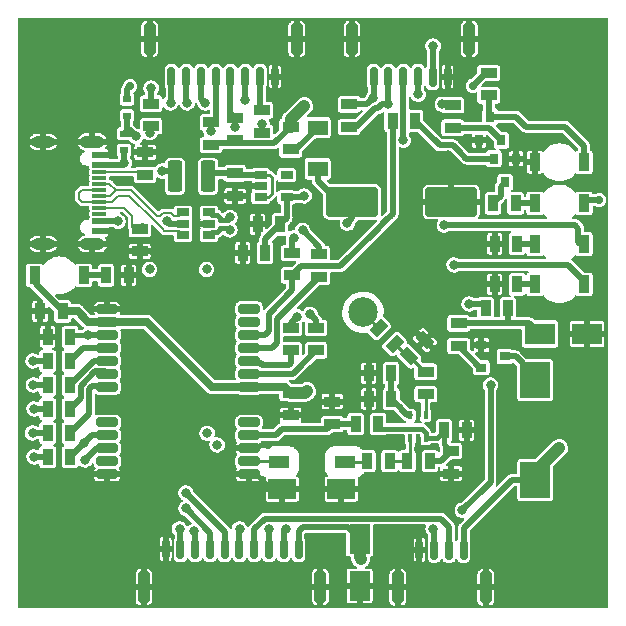
<source format=gbr>
G04 #@! TF.GenerationSoftware,KiCad,Pcbnew,(5.99.0-10394-g2e15de97e0)*
G04 #@! TF.CreationDate,2021-07-16T10:39:39+02:00*
G04 #@! TF.ProjectId,TFGPS01B,54464750-5330-4314-922e-6b696361645f,REV*
G04 #@! TF.SameCoordinates,Original*
G04 #@! TF.FileFunction,Copper,L4,Bot*
G04 #@! TF.FilePolarity,Positive*
%FSLAX46Y46*%
G04 Gerber Fmt 4.6, Leading zero omitted, Abs format (unit mm)*
G04 Created by KiCad (PCBNEW (5.99.0-10394-g2e15de97e0)) date 2021-07-16 10:39:39*
%MOMM*%
%LPD*%
G01*
G04 APERTURE LIST*
G04 Aperture macros list*
%AMRoundRect*
0 Rectangle with rounded corners*
0 $1 Rounding radius*
0 $2 $3 $4 $5 $6 $7 $8 $9 X,Y pos of 4 corners*
0 Add a 4 corners polygon primitive as box body*
4,1,4,$2,$3,$4,$5,$6,$7,$8,$9,$2,$3,0*
0 Add four circle primitives for the rounded corners*
1,1,$1+$1,$2,$3*
1,1,$1+$1,$4,$5*
1,1,$1+$1,$6,$7*
1,1,$1+$1,$8,$9*
0 Add four rect primitives between the rounded corners*
20,1,$1+$1,$2,$3,$4,$5,0*
20,1,$1+$1,$4,$5,$6,$7,0*
20,1,$1+$1,$6,$7,$8,$9,0*
20,1,$1+$1,$8,$9,$2,$3,0*%
%AMRotRect*
0 Rectangle, with rotation*
0 The origin of the aperture is its center*
0 $1 length*
0 $2 width*
0 $3 Rotation angle, in degrees counterclockwise*
0 Add horizontal line*
21,1,$1,$2,0,0,$3*%
G04 Aperture macros list end*
G04 #@! TA.AperFunction,ComponentPad*
%ADD10C,6.000000*%
G04 #@! TD*
G04 #@! TA.AperFunction,SMDPad,CuDef*
%ADD11C,2.500000*%
G04 #@! TD*
G04 #@! TA.AperFunction,SMDPad,CuDef*
%ADD12R,1.700000X1.300000*%
G04 #@! TD*
G04 #@! TA.AperFunction,SMDPad,CuDef*
%ADD13R,0.889000X1.397000*%
G04 #@! TD*
G04 #@! TA.AperFunction,SMDPad,CuDef*
%ADD14R,1.060000X0.650000*%
G04 #@! TD*
G04 #@! TA.AperFunction,SMDPad,CuDef*
%ADD15R,1.150000X0.600000*%
G04 #@! TD*
G04 #@! TA.AperFunction,SMDPad,CuDef*
%ADD16R,1.150000X0.300000*%
G04 #@! TD*
G04 #@! TA.AperFunction,ComponentPad*
%ADD17O,2.000000X1.000000*%
G04 #@! TD*
G04 #@! TA.AperFunction,ComponentPad*
%ADD18O,2.100000X1.050000*%
G04 #@! TD*
G04 #@! TA.AperFunction,SMDPad,CuDef*
%ADD19R,1.397000X0.889000*%
G04 #@! TD*
G04 #@! TA.AperFunction,SMDPad,CuDef*
%ADD20R,0.400000X0.650000*%
G04 #@! TD*
G04 #@! TA.AperFunction,SMDPad,CuDef*
%ADD21R,0.950000X1.500000*%
G04 #@! TD*
G04 #@! TA.AperFunction,SMDPad,CuDef*
%ADD22R,0.800000X0.900000*%
G04 #@! TD*
G04 #@! TA.AperFunction,SMDPad,CuDef*
%ADD23RoundRect,0.150000X-0.150000X-0.700000X0.150000X-0.700000X0.150000X0.700000X-0.150000X0.700000X0*%
G04 #@! TD*
G04 #@! TA.AperFunction,SMDPad,CuDef*
%ADD24RoundRect,0.250000X-0.250000X-1.100000X0.250000X-1.100000X0.250000X1.100000X-0.250000X1.100000X0*%
G04 #@! TD*
G04 #@! TA.AperFunction,SMDPad,CuDef*
%ADD25R,0.700000X0.600000*%
G04 #@! TD*
G04 #@! TA.AperFunction,SMDPad,CuDef*
%ADD26R,1.800000X2.500000*%
G04 #@! TD*
G04 #@! TA.AperFunction,SMDPad,CuDef*
%ADD27RoundRect,0.150000X0.150000X0.700000X-0.150000X0.700000X-0.150000X-0.700000X0.150000X-0.700000X0*%
G04 #@! TD*
G04 #@! TA.AperFunction,SMDPad,CuDef*
%ADD28RoundRect,0.250000X0.250000X1.100000X-0.250000X1.100000X-0.250000X-1.100000X0.250000X-1.100000X0*%
G04 #@! TD*
G04 #@! TA.AperFunction,SMDPad,CuDef*
%ADD29R,2.500000X1.800000*%
G04 #@! TD*
G04 #@! TA.AperFunction,SMDPad,CuDef*
%ADD30RoundRect,0.250000X-0.375000X-1.075000X0.375000X-1.075000X0.375000X1.075000X-0.375000X1.075000X0*%
G04 #@! TD*
G04 #@! TA.AperFunction,SMDPad,CuDef*
%ADD31RotRect,0.889000X1.397000X225.000000*%
G04 #@! TD*
G04 #@! TA.AperFunction,SMDPad,CuDef*
%ADD32RoundRect,0.200000X0.700000X0.200000X-0.700000X0.200000X-0.700000X-0.200000X0.700000X-0.200000X0*%
G04 #@! TD*
G04 #@! TA.AperFunction,SMDPad,CuDef*
%ADD33RoundRect,0.250000X-1.950000X-1.000000X1.950000X-1.000000X1.950000X1.000000X-1.950000X1.000000X0*%
G04 #@! TD*
G04 #@! TA.AperFunction,SMDPad,CuDef*
%ADD34R,0.900000X0.800000*%
G04 #@! TD*
G04 #@! TA.AperFunction,SMDPad,CuDef*
%ADD35RotRect,0.889000X1.397000X135.000000*%
G04 #@! TD*
G04 #@! TA.AperFunction,SMDPad,CuDef*
%ADD36R,1.800000X1.000000*%
G04 #@! TD*
G04 #@! TA.AperFunction,SMDPad,CuDef*
%ADD37R,2.400000X1.700000*%
G04 #@! TD*
G04 #@! TA.AperFunction,SMDPad,CuDef*
%ADD38R,2.500000X3.050000*%
G04 #@! TD*
G04 #@! TA.AperFunction,ViaPad*
%ADD39C,0.800000*%
G04 #@! TD*
G04 #@! TA.AperFunction,ViaPad*
%ADD40C,0.700000*%
G04 #@! TD*
G04 #@! TA.AperFunction,ViaPad*
%ADD41C,0.600000*%
G04 #@! TD*
G04 #@! TA.AperFunction,Conductor*
%ADD42C,0.400000*%
G04 #@! TD*
G04 #@! TA.AperFunction,Conductor*
%ADD43C,0.500000*%
G04 #@! TD*
G04 #@! TA.AperFunction,Conductor*
%ADD44C,0.300000*%
G04 #@! TD*
G04 #@! TA.AperFunction,Conductor*
%ADD45C,0.261000*%
G04 #@! TD*
G04 #@! TA.AperFunction,Conductor*
%ADD46C,1.000000*%
G04 #@! TD*
G04 #@! TA.AperFunction,Conductor*
%ADD47C,0.700000*%
G04 #@! TD*
G04 #@! TA.AperFunction,Conductor*
%ADD48C,0.250000*%
G04 #@! TD*
G04 #@! TA.AperFunction,Conductor*
%ADD49C,0.200000*%
G04 #@! TD*
G04 APERTURE END LIST*
D10*
X45420000Y5380000D03*
X5380000Y5380000D03*
X45420000Y45420000D03*
D11*
X29626000Y25450000D03*
D10*
X5380000Y45420000D03*
D12*
X25781000Y37592000D03*
X25781000Y41092000D03*
D13*
X42672000Y27813000D03*
X40767000Y27813000D03*
D14*
X16594000Y33904000D03*
X16594000Y32954000D03*
X16594000Y32004000D03*
X14394000Y32004000D03*
X14394000Y32954000D03*
X14394000Y33904000D03*
D15*
X7295000Y32360000D03*
X7295000Y33160000D03*
D16*
X7295000Y34310000D03*
X7295000Y35310000D03*
X7295000Y35810000D03*
X7295000Y36810000D03*
D15*
X7295000Y38760000D03*
X7295000Y37960000D03*
D16*
X7295000Y37310000D03*
X7295000Y36310000D03*
X7295000Y34810000D03*
X7295000Y33810000D03*
D17*
X2540000Y31240000D03*
X2540000Y39880000D03*
D18*
X6720000Y31240000D03*
X6720000Y39880000D03*
D19*
X25908000Y28448000D03*
X25908000Y30353000D03*
D20*
X33619555Y16714043D03*
X34269555Y16714043D03*
X34919555Y16714043D03*
X34919555Y14814043D03*
X34269555Y14814043D03*
X33619555Y14814043D03*
D21*
X44185000Y27813000D03*
X48335000Y27813000D03*
D22*
X40706000Y38465000D03*
X42606000Y38465000D03*
X41656000Y36465000D03*
D13*
X4826000Y15240000D03*
X2921000Y15240000D03*
D19*
X23495000Y22225000D03*
X23495000Y24130000D03*
D13*
X40005000Y25781000D03*
X41910000Y25781000D03*
X32022394Y18110402D03*
X30117394Y18110402D03*
D23*
X13405000Y45394000D03*
X14655000Y45394000D03*
X15905000Y45394000D03*
X17155000Y45394000D03*
X18405000Y45394000D03*
X19655000Y45394000D03*
X20905000Y45394000D03*
X22155000Y45394000D03*
D24*
X11555000Y48594000D03*
X24005000Y48594000D03*
D13*
X32131000Y41656000D03*
X34036000Y41656000D03*
D21*
X44185000Y31242000D03*
X48335000Y31242000D03*
D19*
X23495000Y18632500D03*
X23495000Y16727500D03*
D25*
X9652000Y42099000D03*
X9652000Y43499000D03*
D21*
X44185000Y34671000D03*
X48335000Y34671000D03*
D19*
X18796000Y37211000D03*
X18796000Y35306000D03*
D13*
X21336000Y30480000D03*
X19431000Y30480000D03*
D19*
X18796000Y40005000D03*
X18796000Y41910000D03*
D26*
X29337000Y6286000D03*
X29337000Y2286000D03*
D13*
X22606000Y32893000D03*
X20701000Y32893000D03*
X42672000Y31242000D03*
X40767000Y31242000D03*
D19*
X37719000Y24511000D03*
X37719000Y22606000D03*
X40259000Y45720000D03*
X40259000Y43815000D03*
D27*
X38155000Y5359000D03*
X36905000Y5359000D03*
X35655000Y5359000D03*
X34405000Y5359000D03*
D28*
X32555000Y2159000D03*
X40005000Y2159000D03*
D19*
X11176000Y37084000D03*
X11176000Y38989000D03*
X21082000Y40640000D03*
X21082000Y42545000D03*
D25*
X9398000Y40578000D03*
X9398000Y39178000D03*
D13*
X4191000Y25527000D03*
X2286000Y25527000D03*
D29*
X44609000Y23622000D03*
X48609000Y23622000D03*
D19*
X11684000Y41211500D03*
X11684000Y43116500D03*
X37211000Y42989500D03*
X37211000Y41084500D03*
D13*
X4826000Y17272000D03*
X2921000Y17272000D03*
D21*
X44185000Y38147000D03*
X48335000Y38147000D03*
D30*
X13710000Y36957000D03*
X16510000Y36957000D03*
D13*
X29984176Y12856902D03*
X31889176Y12856902D03*
X42545000Y34671000D03*
X40640000Y34671000D03*
D31*
X34858973Y23098823D03*
X33511935Y21751785D03*
D19*
X34939148Y18522534D03*
X34939148Y20427534D03*
D32*
X19970000Y25732500D03*
X19970000Y24632500D03*
X19970000Y23532500D03*
X19970000Y22432500D03*
X19970000Y21332500D03*
X19970000Y20232500D03*
X19970000Y19132500D03*
X19970000Y16132500D03*
X19970000Y15032500D03*
X19970000Y13932500D03*
X19970000Y12832500D03*
X19970000Y11732500D03*
X7970000Y11732500D03*
X7970000Y12832500D03*
X7970000Y13932500D03*
X7970000Y15032500D03*
X7970000Y16132500D03*
X7970000Y19132500D03*
X7970000Y20232500D03*
X7970000Y21332500D03*
X7970000Y22432500D03*
X7970000Y23532500D03*
X7970000Y24632500D03*
X7970000Y25732500D03*
D19*
X27030193Y15992908D03*
X27030193Y17897908D03*
D13*
X4826000Y21336000D03*
X2921000Y21336000D03*
X30907309Y15988598D03*
X29002309Y15988598D03*
D19*
X28448000Y41148000D03*
X28448000Y43053000D03*
X37084000Y13703300D03*
X37084000Y11798300D03*
X16764000Y39624000D03*
X16764000Y41529000D03*
D23*
X30530000Y45394000D03*
X31780000Y45394000D03*
X33030000Y45394000D03*
X34280000Y45394000D03*
X35530000Y45394000D03*
X36780000Y45394000D03*
D24*
X28680000Y48594000D03*
X38630000Y48594000D03*
D13*
X4826000Y13208000D03*
X2921000Y13208000D03*
D19*
X25654000Y22225000D03*
X25654000Y24130000D03*
D33*
X28702000Y34798000D03*
X37102000Y34798000D03*
D19*
X23495000Y41148000D03*
X23495000Y39243000D03*
D34*
X39640000Y20767000D03*
X39640000Y22667000D03*
X41640000Y21717000D03*
D13*
X7874000Y28575000D03*
X9779000Y28575000D03*
D35*
X32310981Y22780941D03*
X30963943Y24127979D03*
D21*
X5980000Y28575000D03*
X1830000Y28575000D03*
D13*
X4826000Y23368000D03*
X2921000Y23368000D03*
D36*
X28093579Y12783639D03*
X22493579Y12783639D03*
D37*
X22793579Y10483639D03*
X27793579Y10483639D03*
D14*
X20955000Y35184000D03*
X20955000Y36134000D03*
X20955000Y37084000D03*
X23155000Y37084000D03*
X23155000Y35184000D03*
D27*
X24167000Y5406000D03*
X22917000Y5406000D03*
X21667000Y5406000D03*
X20417000Y5406000D03*
X19167000Y5406000D03*
X17917000Y5406000D03*
X16667000Y5406000D03*
X15417000Y5406000D03*
X14167000Y5406000D03*
X12917000Y5406000D03*
D28*
X26017000Y2206000D03*
X11067000Y2206000D03*
D13*
X32003945Y20282176D03*
X30098945Y20282176D03*
D19*
X23622000Y28575000D03*
X23622000Y30480000D03*
X10731501Y32512001D03*
X10731501Y30607001D03*
D13*
X36484510Y15445608D03*
X38389510Y15445608D03*
X4826000Y19304000D03*
X2921000Y19304000D03*
D38*
X44196000Y11269000D03*
X44196000Y19719000D03*
D22*
X41336000Y40021000D03*
X39436000Y40021000D03*
X40386000Y42021000D03*
D13*
X35291384Y12864203D03*
X33386384Y12864203D03*
D39*
X19685000Y28575000D03*
X40640000Y48260000D03*
X36423600Y19812000D03*
X11430000Y12700000D03*
X18223610Y16246499D03*
X3810000Y38100000D03*
X3810000Y33020000D03*
X33426400Y23977600D03*
D40*
X34578000Y11430000D03*
D39*
X31115000Y38735000D03*
D41*
X44831000Y39624000D03*
D39*
X10160000Y9525000D03*
D40*
X35526400Y11430000D03*
D39*
X28549600Y19202400D03*
X41910000Y16510000D03*
X37388800Y28041600D03*
D40*
X32867600Y14173200D03*
D39*
X30073600Y20218400D03*
X9525000Y49530000D03*
D40*
X22961600Y14528800D03*
D39*
X16510000Y24765000D03*
D40*
X30784400Y11430000D03*
D39*
X32004000Y25400000D03*
X28448000Y20421600D03*
X31699200Y26466800D03*
D40*
X25857200Y12446000D03*
D39*
X31750000Y6985000D03*
X24130000Y44450000D03*
X11430000Y11430000D03*
X30480000Y22453600D03*
X35560000Y37465000D03*
X20747970Y28367969D03*
X31242000Y21742400D03*
D40*
X34300065Y13919200D03*
D39*
X29845000Y38735000D03*
X10160000Y8255000D03*
X33375600Y19050000D03*
X25247600Y16560800D03*
X40640000Y5080000D03*
X29667200Y23164800D03*
X15240000Y23495000D03*
X35610800Y27838400D03*
D40*
X24079200Y14427200D03*
D39*
X35356800Y21640800D03*
X29260800Y22199600D03*
D40*
X29870400Y11430000D03*
D39*
X31140400Y27381200D03*
X16510000Y21590000D03*
X32054800Y14325600D03*
X36423600Y20878800D03*
X8890000Y5080000D03*
X31115000Y37465000D03*
X27381200Y25298400D03*
X27076400Y19304000D03*
D40*
X34188400Y17475200D03*
D39*
X32715200Y24688800D03*
X17780000Y23495000D03*
X29845000Y37465000D03*
X9525000Y48260000D03*
X8890000Y2540000D03*
D41*
X43688000Y39624000D03*
D40*
X24790400Y12446000D03*
D39*
X41910000Y48260000D03*
X8890000Y3810000D03*
X35864800Y16814800D03*
X8890000Y1270000D03*
X35560000Y38735000D03*
D40*
X26568400Y14478000D03*
D39*
X37592000Y21209000D03*
X13335000Y11430000D03*
X38201600Y17780000D03*
X30861000Y40894000D03*
X28143200Y27279600D03*
X27178000Y4826000D03*
X28575000Y37465000D03*
X27482800Y26466800D03*
X29057600Y27736800D03*
X28575000Y38735000D03*
X28549600Y21488400D03*
X41275000Y6350000D03*
X36423600Y18694400D03*
D40*
X32681200Y11430000D03*
X31732800Y11430000D03*
D39*
X27686000Y24180800D03*
X3810000Y36830000D03*
D41*
X34338884Y12864203D03*
D39*
X41275000Y18415000D03*
X28575000Y44450000D03*
D41*
X39497000Y37211000D03*
D39*
X33324800Y20167600D03*
X29972000Y14325600D03*
X25857200Y11125200D03*
X3810000Y35560000D03*
X12065000Y20320000D03*
D40*
X24790400Y13716000D03*
D39*
X24130000Y45720000D03*
X30124400Y18084800D03*
X33324800Y27178000D03*
X3810000Y34290000D03*
X11430000Y8255000D03*
X35814000Y24130000D03*
X27432000Y22199600D03*
X27686000Y14732000D03*
X31013400Y14325600D03*
X38354000Y20320000D03*
X10160000Y16510000D03*
X13335000Y12700000D03*
X36830000Y37465000D03*
X24688800Y11074400D03*
X11430000Y9525000D03*
X49530000Y13970000D03*
X36830000Y38735000D03*
X28702000Y17729200D03*
X28854400Y14579600D03*
X21742400Y16052800D03*
D40*
X33477200Y18034000D03*
X21590000Y14224000D03*
D39*
X28575000Y40005000D03*
D40*
X33629600Y11430000D03*
D39*
X36525200Y17576800D03*
X28549600Y23418800D03*
X30124400Y27736800D03*
X26670000Y45720000D03*
D40*
X25806400Y13766800D03*
D39*
X28305725Y33013021D03*
X6350000Y23495000D03*
X24638000Y35306000D03*
X24638000Y42926000D03*
X24892000Y18796000D03*
X35560000Y48006000D03*
D40*
X49614001Y34967999D03*
D39*
X29464000Y4572000D03*
D40*
X9906000Y44577000D03*
D39*
X46228000Y13970000D03*
D40*
X38925500Y44640500D03*
D39*
X14626252Y8843348D03*
X36331688Y43062688D03*
X31750000Y43053000D03*
X37338000Y29464000D03*
X17272000Y14224000D03*
X6096000Y12954000D03*
X38608000Y26162000D03*
X34290000Y43903000D03*
X40424999Y19288997D03*
X14097000Y7112000D03*
X38030074Y8692139D03*
X16421990Y15212785D03*
X36499999Y32842001D03*
X5969000Y14351000D03*
X14630400Y10160000D03*
X33020000Y40005000D03*
X19177000Y7112000D03*
X35560000Y7112000D03*
X1727200Y19304000D03*
X21639041Y7101959D03*
X21082000Y41402000D03*
X11596000Y40654794D03*
X23114000Y7112000D03*
X11557000Y29083000D03*
X1676400Y21336000D03*
X1651000Y15240000D03*
X16764000Y40779989D03*
X1778000Y17272000D03*
X18796000Y41148000D03*
X13335000Y43180000D03*
X23749000Y31750000D03*
X24517223Y32390186D03*
X14732000Y43180000D03*
X16383000Y29083000D03*
X1778000Y13208000D03*
X16256000Y43180000D03*
X11684000Y44450000D03*
X19655000Y43464000D03*
X18359977Y32429000D03*
X24057948Y25091052D03*
X25146000Y25273000D03*
X18359977Y33479000D03*
X15324759Y6942759D03*
X30480000Y43561000D03*
X9398000Y38100000D03*
X8877000Y33160000D03*
X13019000Y33147000D03*
X12640000Y37410000D03*
X10400000Y40350000D03*
D42*
X20910044Y14224000D02*
X21119712Y14224000D01*
X19970000Y13932500D02*
X20618544Y13932500D01*
X34269555Y16714043D02*
X34269555Y17154743D01*
X33528000Y17896298D02*
X33528000Y19304000D01*
X34269555Y13949710D02*
X34300065Y13919200D01*
D43*
X20955000Y36134000D02*
X18796000Y36134000D01*
D42*
X34269555Y17154743D02*
X33528000Y17896298D01*
X20618544Y13932500D02*
X20910044Y14224000D01*
X19970000Y11732500D02*
X20576300Y11732500D01*
D43*
X18796000Y36134000D02*
X18796000Y35306000D01*
D42*
X34269555Y14814043D02*
X34269555Y13949710D01*
X21825161Y10483639D02*
X22793579Y10483639D01*
X20576300Y11732500D02*
X21825161Y10483639D01*
D43*
X28702000Y34798000D02*
X27584400Y34798000D01*
X7970000Y23532500D02*
X6387500Y23532500D01*
X27584400Y34798000D02*
X25781000Y36601400D01*
X28702000Y34798000D02*
X28702000Y33409296D01*
X28702000Y33409296D02*
X28305725Y33013021D01*
X25781000Y36601400D02*
X25781000Y37592000D01*
D42*
X6350000Y23495000D02*
X4953000Y23495000D01*
D43*
X6387500Y23532500D02*
X6350000Y23495000D01*
D42*
X4953000Y23495000D02*
X4826000Y23368000D01*
D44*
X29626000Y25450000D02*
X29828400Y25247600D01*
D43*
X30963943Y24127979D02*
X30939221Y24127979D01*
X30939221Y24127979D02*
X30916601Y24150599D01*
D45*
X30963943Y24127979D02*
X30863021Y24127979D01*
D43*
X30948021Y24127979D02*
X30963943Y24127979D01*
D45*
X30863021Y24127979D02*
X30480000Y24511000D01*
D43*
X16764000Y39624000D02*
X16885490Y39745490D01*
D46*
X24728500Y18632500D02*
X24892000Y18796000D01*
D47*
X11333900Y24632500D02*
X16833900Y19132500D01*
D43*
X23155000Y33442000D02*
X22606000Y32893000D01*
D47*
X7970000Y24632500D02*
X6355500Y24632500D01*
D43*
X24516000Y35184000D02*
X24638000Y35306000D01*
X23495000Y41148000D02*
X22092490Y39745490D01*
D47*
X7970000Y24632500D02*
X11333900Y24632500D01*
X16833900Y19132500D02*
X19970000Y19132500D01*
X19970000Y19132500D02*
X22995000Y19132500D01*
D43*
X1905000Y27813000D02*
X4191000Y25527000D01*
X23155000Y35184000D02*
X23155000Y33442000D01*
D47*
X5461000Y25527000D02*
X4191000Y25527000D01*
D46*
X23495000Y18632500D02*
X24728500Y18632500D01*
D43*
X16885490Y39745490D02*
X19679490Y39745490D01*
X19679490Y39745490D02*
X19055510Y39745490D01*
D47*
X6355500Y24632500D02*
X5461000Y25527000D01*
D43*
X22092490Y39745490D02*
X19679490Y39745490D01*
D46*
X23495000Y41783000D02*
X24638000Y42926000D01*
D47*
X22995000Y19132500D02*
X23495000Y18632500D01*
D43*
X21336000Y30480000D02*
X21336000Y31623000D01*
X21336000Y31623000D02*
X22606000Y32893000D01*
X1905000Y28575000D02*
X1905000Y27813000D01*
X23155000Y35184000D02*
X24516000Y35184000D01*
D46*
X23495000Y41148000D02*
X23495000Y41783000D01*
D43*
X19055510Y39745490D02*
X18796000Y40005000D01*
X44196000Y19719000D02*
X44196000Y20066000D01*
X42799000Y21463000D02*
X42545000Y21717000D01*
X44196000Y20066000D02*
X42799000Y21463000D01*
X42545000Y21717000D02*
X41640000Y21717000D01*
X43212000Y20703000D02*
X44196000Y19719000D01*
X23932000Y39243000D02*
X25781000Y41092000D01*
X23495000Y39243000D02*
X23932000Y39243000D01*
X49614001Y34967999D02*
X48631999Y34967999D01*
X42257000Y11269000D02*
X44196000Y11269000D01*
X29337000Y6286000D02*
X28337000Y7286000D01*
X35530000Y47976000D02*
X35560000Y48006000D01*
X35530000Y45394000D02*
X35530000Y47976000D01*
X24558000Y7286000D02*
X28337000Y7286000D01*
X38155000Y7167000D02*
X41910000Y10922000D01*
X40259000Y45720000D02*
X40005000Y45720000D01*
X41910000Y10922000D02*
X42257000Y11269000D01*
X38155000Y5359000D02*
X38155000Y7167000D01*
X48631999Y34967999D02*
X48335000Y34671000D01*
X24167000Y6895000D02*
X24558000Y7286000D01*
X9652000Y43499000D02*
X9652000Y44323000D01*
D46*
X29337000Y4699000D02*
X29464000Y4572000D01*
X29337000Y6286000D02*
X29337000Y4699000D01*
D43*
X40005000Y45720000D02*
X38925500Y44640500D01*
D46*
X44196000Y11269000D02*
X44196000Y11938000D01*
D43*
X24167000Y5406000D02*
X24167000Y6895000D01*
X9652000Y44323000D02*
X9906000Y44577000D01*
D46*
X44196000Y11938000D02*
X46228000Y13970000D01*
D43*
X5905000Y28575000D02*
X7874000Y28575000D01*
D48*
X20955000Y35184000D02*
X21620400Y35184000D01*
X21894800Y35458400D02*
X21894800Y36880800D01*
D43*
X16764000Y37211000D02*
X16510000Y36957000D01*
D48*
X21691600Y37084000D02*
X20955000Y37084000D01*
D43*
X18796000Y37211000D02*
X16764000Y37211000D01*
D48*
X21620400Y35184000D02*
X21894800Y35458400D01*
D43*
X20955000Y37084000D02*
X18923000Y37084000D01*
X18923000Y37084000D02*
X18796000Y37211000D01*
D48*
X21894800Y36880800D02*
X21691600Y37084000D01*
D43*
X27030193Y15992908D02*
X26594785Y15557500D01*
X26594785Y15557500D02*
X22775400Y15557500D01*
X22775400Y15557500D02*
X22250400Y15032500D01*
X27030193Y15992908D02*
X28997999Y15992908D01*
X22250400Y15032500D02*
X19970000Y15032500D01*
X28997999Y15992908D02*
X29002309Y15988598D01*
D49*
X14394000Y33904000D02*
X14069010Y33579010D01*
X8674590Y35785000D02*
X8861000Y35785000D01*
X12183099Y33601101D02*
X9999200Y35785000D01*
X12437099Y33601101D02*
X12183099Y33601101D01*
X13622992Y33579010D02*
X13355001Y33847001D01*
X12682999Y33847001D02*
X12437099Y33601101D01*
X14069010Y33579010D02*
X13622992Y33579010D01*
X8199590Y35310000D02*
X8674590Y35785000D01*
X8149590Y36310000D02*
X8674590Y35785000D01*
X13355001Y33847001D02*
X12682999Y33847001D01*
X7295000Y35310000D02*
X8199590Y35310000D01*
X7295000Y36310000D02*
X8149590Y36310000D01*
X9999200Y35785000D02*
X8861000Y35785000D01*
X11905900Y33241900D02*
X12658999Y32488801D01*
X12801008Y32328990D02*
X12658999Y32470999D01*
X14394000Y32004000D02*
X14069010Y32328990D01*
X5846000Y35810000D02*
X5596000Y35560000D01*
X11905900Y33241900D02*
X9812800Y35335000D01*
X12658999Y32488801D02*
X12658999Y32470999D01*
X5830000Y34810000D02*
X7295000Y34810000D01*
X5588000Y35052000D02*
X5830000Y34810000D01*
X5588000Y35552000D02*
X5588000Y35052000D01*
X9812800Y35335000D02*
X8861000Y35335000D01*
X14069010Y32328990D02*
X12801008Y32328990D01*
X8336000Y34810000D02*
X8861000Y35335000D01*
X7295000Y34810000D02*
X8336000Y34810000D01*
X5596000Y35560000D02*
X5588000Y35552000D01*
X7295000Y35810000D02*
X5846000Y35810000D01*
D42*
X34585245Y15589053D02*
X34919555Y15254743D01*
D43*
X30907309Y15744851D02*
X31063107Y15589053D01*
D42*
X36484510Y14302790D02*
X37084000Y13703300D01*
D43*
X35291384Y12864203D02*
X35291384Y13021191D01*
D42*
X34919555Y14814043D02*
X35852945Y14814043D01*
D43*
X35291384Y12864203D02*
X36244903Y12864203D01*
D42*
X35852945Y14814043D02*
X36484510Y15445608D01*
X36484510Y15445608D02*
X36484510Y14302790D01*
X31063107Y15589053D02*
X34585245Y15589053D01*
D43*
X30907309Y15988598D02*
X30907309Y15744851D01*
X36244903Y12864203D02*
X37084000Y13703300D01*
D42*
X34919555Y15254743D02*
X34919555Y14814043D01*
D45*
X29910913Y12783639D02*
X29984176Y12856902D01*
X28093579Y12783639D02*
X29910913Y12783639D01*
X33619555Y13097374D02*
X33386384Y12864203D01*
X31889176Y12856902D02*
X33379083Y12856902D01*
X33379083Y12856902D02*
X33386384Y12864203D01*
X33619555Y14814043D02*
X33619555Y13097374D01*
D43*
X32022394Y18110402D02*
X32820623Y17312173D01*
X32820623Y17271991D02*
X33378571Y16714043D01*
X32003945Y18128851D02*
X32022394Y18110402D01*
X33378571Y16714043D02*
X33619555Y16714043D01*
X32003945Y20282176D02*
X32003945Y18128851D01*
X32820623Y17312173D02*
X32820623Y17271991D01*
D45*
X33511935Y21751785D02*
X33340137Y21751785D01*
D43*
X32310981Y22780941D02*
X32585741Y22780941D01*
X34770258Y20427534D02*
X34939148Y20427534D01*
D45*
X34836186Y20427534D02*
X33511935Y21751785D01*
X33340137Y21751785D02*
X32310981Y22780941D01*
X34939148Y20427534D02*
X34836186Y20427534D01*
D43*
X43720000Y24511000D02*
X41910000Y24511000D01*
X41910000Y25781000D02*
X41910000Y24511000D01*
X41910000Y24511000D02*
X37719000Y24511000D01*
X44609000Y23622000D02*
X43720000Y24511000D01*
X32131000Y41656000D02*
X32131000Y33766966D01*
X21646480Y23876000D02*
X21646480Y25329480D01*
X32131000Y33766966D02*
X31694017Y33329983D01*
X21302980Y23532500D02*
X21646480Y23876000D01*
X30805017Y32440983D02*
X31440017Y33075983D01*
X23622000Y27305000D02*
X23622000Y28575000D01*
X31694017Y33329983D02*
X31440017Y33075983D01*
X21646480Y25329480D02*
X23622000Y27305000D01*
X27706544Y29342510D02*
X30805017Y32440983D01*
X23622000Y28575000D02*
X24389510Y29342510D01*
X24389510Y29342510D02*
X27706544Y29342510D01*
X31965001Y33600967D02*
X31694017Y33329983D01*
X19970000Y23532500D02*
X21302980Y23532500D01*
X16667000Y5406000D02*
X16667000Y6802600D01*
X16667000Y6802600D02*
X14626252Y8843348D01*
X37211000Y42989500D02*
X36404876Y42989500D01*
X31780000Y45394000D02*
X31780000Y43083000D01*
X31750000Y43053000D02*
X31242000Y43053000D01*
X31780000Y43083000D02*
X31750000Y43053000D01*
X29056270Y41148000D02*
X28448000Y41148000D01*
X30900489Y42711489D02*
X30619759Y42711489D01*
X31623000Y43180000D02*
X31750000Y43053000D01*
X31242000Y43053000D02*
X30900489Y42711489D01*
X30619759Y42711489D02*
X29056270Y41148000D01*
X36404876Y42989500D02*
X36331688Y43062688D01*
X48260000Y27813000D02*
X48260000Y28194000D01*
X7970000Y13932500D02*
X7074500Y13932500D01*
X7074500Y13932500D02*
X6096000Y12954000D01*
X48260000Y28194000D02*
X46990000Y29464000D01*
X46990000Y29464000D02*
X37338000Y29464000D01*
X40424999Y11087064D02*
X40005000Y10667065D01*
X38608000Y26162000D02*
X39624000Y26162000D01*
X14167000Y5406000D02*
X14167000Y7042000D01*
X34280000Y43913000D02*
X34290000Y43903000D01*
X38030074Y8692139D02*
X40005000Y10667065D01*
X14167000Y7042000D02*
X14097000Y7112000D01*
X39624000Y26162000D02*
X40005000Y25781000D01*
X40424999Y19288997D02*
X40424999Y11087064D01*
X34280000Y45394000D02*
X34280000Y43913000D01*
X6650500Y15032500D02*
X5969000Y14351000D01*
X48006000Y31242000D02*
X47860001Y31387999D01*
X48260000Y31242000D02*
X48006000Y31242000D01*
X7970000Y15032500D02*
X6650500Y15032500D01*
X4826000Y13208000D02*
X5969000Y14351000D01*
X47860001Y31387999D02*
X47860001Y32542997D01*
X47560997Y32842001D02*
X36499999Y32842001D01*
X47860001Y32542997D02*
X47560997Y32842001D01*
X20959954Y21132510D02*
X21109964Y20982500D01*
X23350839Y20982500D02*
X23495000Y21126661D01*
X21109964Y20982500D02*
X23350839Y20982500D01*
X23495000Y21126661D02*
X23495000Y22225000D01*
X20169990Y21132510D02*
X20959954Y21132510D01*
X19970000Y21332500D02*
X20169990Y21132510D01*
X24025330Y20596330D02*
X25654000Y22225000D01*
X23661500Y20232500D02*
X24025330Y20596330D01*
X19970000Y20232500D02*
X23661500Y20232500D01*
X6854500Y21332500D02*
X4826000Y19304000D01*
X7970000Y21332500D02*
X6854500Y21332500D01*
X33030000Y40015000D02*
X33020000Y40005000D01*
X33030000Y45394000D02*
X33030000Y40015000D01*
X17917000Y6873400D02*
X14630400Y10160000D01*
X17917000Y5406000D02*
X17917000Y6873400D01*
X44185000Y34671000D02*
X42545000Y34671000D01*
X42672000Y31242000D02*
X44260000Y31242000D01*
X42672000Y27813000D02*
X44260000Y27813000D01*
X35655000Y7017000D02*
X35560000Y7112000D01*
X19167000Y7102000D02*
X19177000Y7112000D01*
X35655000Y5359000D02*
X35655000Y7017000D01*
X19167000Y5406000D02*
X19167000Y7102000D01*
X20417000Y7082000D02*
X21321010Y7986010D01*
X36905000Y7291000D02*
X36905000Y5359000D01*
X21321010Y7986010D02*
X36209990Y7986010D01*
X36209990Y7986010D02*
X36905000Y7291000D01*
X20417000Y5406000D02*
X20417000Y7082000D01*
X21667000Y5406000D02*
X21667000Y7074000D01*
X2921000Y19304000D02*
X1727200Y19304000D01*
X21082000Y40640000D02*
X21082000Y41402000D01*
X21667000Y7074000D02*
X21639041Y7101959D01*
X11684000Y40742794D02*
X11596000Y40654794D01*
X22917000Y5406000D02*
X22917000Y6915000D01*
X2921000Y21336000D02*
X1676400Y21336000D01*
X11684000Y41211500D02*
X11684000Y40742794D01*
X22917000Y6915000D02*
X23114000Y7112000D01*
D45*
X22444718Y12832500D02*
X22493579Y12783639D01*
X19970000Y12832500D02*
X22444718Y12832500D01*
D43*
X34036000Y41656000D02*
X36106999Y39585001D01*
X38370000Y38465000D02*
X37719000Y39116000D01*
X36106999Y39585001D02*
X37249999Y39585001D01*
X40706000Y38465000D02*
X38370000Y38465000D01*
X37249999Y39585001D02*
X37719000Y39116000D01*
X16764000Y41529000D02*
X16764000Y40779989D01*
X17155000Y45394000D02*
X17155000Y41589800D01*
X17155000Y41589800D02*
X17068800Y41503600D01*
X2921000Y15240000D02*
X1651000Y15240000D01*
X2921000Y17272000D02*
X1778000Y17272000D01*
X18405000Y42301000D02*
X18796000Y41910000D01*
X18405000Y45394000D02*
X18405000Y42301000D01*
X18796000Y41910000D02*
X18796000Y41148000D01*
X7970000Y22432500D02*
X5922500Y22432500D01*
X5922500Y22432500D02*
X4826000Y21336000D01*
D49*
X10098001Y33610001D02*
X10098001Y32704001D01*
X9398002Y34310000D02*
X10098001Y33610001D01*
X9378000Y34310000D02*
X9398002Y34310000D01*
X10795000Y32893000D02*
X11049000Y32893000D01*
X7930000Y34310000D02*
X9378000Y34310000D01*
X7930000Y34310000D02*
X7295000Y34310000D01*
X7930000Y37310000D02*
X10950000Y37310000D01*
X7930000Y37310000D02*
X7295000Y37310000D01*
X10950000Y37310000D02*
X11176000Y37084000D01*
D43*
X6420520Y18918596D02*
X6420520Y16834520D01*
X6420520Y16834520D02*
X6350000Y16764000D01*
X6678924Y19177000D02*
X6420520Y18918596D01*
X7925500Y19177000D02*
X6678924Y19177000D01*
X7970000Y19132500D02*
X7925500Y19177000D01*
X6350000Y16764000D02*
X4826000Y15240000D01*
X5720510Y18166510D02*
X4826000Y17272000D01*
X5720510Y19208548D02*
X5720510Y18166510D01*
X7970000Y20232500D02*
X7755500Y20447000D01*
X6958962Y20447000D02*
X5720510Y19208548D01*
X7755500Y20447000D02*
X6958962Y20447000D01*
X41656000Y36465000D02*
X41275000Y36084000D01*
X41275000Y35306000D02*
X40640000Y34671000D01*
X41275000Y36084000D02*
X41275000Y35306000D01*
X39640000Y20767000D02*
X39558000Y20767000D01*
X39558000Y20767000D02*
X37719000Y22606000D01*
X13405000Y43250000D02*
X13335000Y43180000D01*
X13405000Y45394000D02*
X13405000Y43250000D01*
X23622000Y30480000D02*
X23622000Y31623000D01*
X23622000Y31623000D02*
X23749000Y31750000D01*
X22346490Y24886490D02*
X22923500Y25463500D01*
X22352000Y22860000D02*
X22346490Y22865510D01*
X22346490Y22865510D02*
X22346490Y24886490D01*
X21924500Y22432500D02*
X22352000Y22860000D01*
X22923500Y25463500D02*
X25908000Y28448000D01*
X19970000Y22432500D02*
X21924500Y22432500D01*
X25908000Y30999409D02*
X24517223Y32390186D01*
X14655000Y43257000D02*
X14732000Y43180000D01*
X14655000Y45394000D02*
X14655000Y43257000D01*
X25908000Y30353000D02*
X25908000Y30999409D01*
X15905000Y45394000D02*
X15905000Y43531000D01*
X2921000Y13208000D02*
X1778000Y13208000D01*
X15905000Y43531000D02*
X16256000Y43180000D01*
X19655000Y43464000D02*
X19685000Y43434000D01*
X19655000Y45140000D02*
X19655000Y43464000D01*
X11684000Y43116500D02*
X11684000Y44450000D01*
X20905000Y45394000D02*
X20905000Y42722000D01*
X20905000Y42722000D02*
X21082000Y42545000D01*
X20905000Y45140000D02*
X20905000Y43484000D01*
D42*
X18159977Y32629000D02*
X18359977Y32429000D01*
D43*
X23495000Y24528104D02*
X24057948Y25091052D01*
D42*
X16594000Y32004000D02*
X16818990Y32228990D01*
D43*
X23495000Y24130000D02*
X23495000Y24528104D01*
D42*
X16818990Y32228990D02*
X17289692Y32228990D01*
X17289692Y32228990D02*
X17524010Y32463308D01*
X17524010Y32629000D02*
X18159977Y32629000D01*
X17524010Y32463308D02*
X17524010Y32629000D01*
X17524010Y33444690D02*
X17524010Y33279000D01*
X17524010Y33279000D02*
X18159977Y33279000D01*
X18159977Y33279000D02*
X18359977Y33479000D01*
X17289690Y33679010D02*
X17524010Y33444690D01*
X16594000Y33904000D02*
X16818990Y33679010D01*
D43*
X25654000Y24765000D02*
X25146000Y25273000D01*
D42*
X16818990Y33679010D02*
X17289690Y33679010D01*
D43*
X25654000Y24130000D02*
X25654000Y24765000D01*
D45*
X34919555Y16714043D02*
X34939148Y16733636D01*
X34939148Y16733636D02*
X34939148Y18522534D01*
D43*
X40272500Y41084500D02*
X41336000Y40021000D01*
X37211000Y41084500D02*
X40272500Y41084500D01*
X40386000Y42021000D02*
X42561000Y42021000D01*
X48335000Y38147000D02*
X48335000Y39549000D01*
X48335000Y39549000D02*
X46714001Y41169999D01*
X40259000Y43815000D02*
X40259000Y42148000D01*
X46714001Y41169999D02*
X43412001Y41169999D01*
X40259000Y42148000D02*
X40386000Y42021000D01*
X43412001Y41169999D02*
X42561000Y42021000D01*
X15417000Y6850518D02*
X15324759Y6942759D01*
X30530000Y45394000D02*
X30530000Y43611000D01*
X29972000Y43053000D02*
X30480000Y43561000D01*
X15417000Y5406000D02*
X15417000Y6850518D01*
X28448000Y43053000D02*
X29972000Y43053000D01*
X30530000Y43611000D02*
X30480000Y43561000D01*
X7930000Y33160000D02*
X8496000Y33160000D01*
X8496000Y33160000D02*
X7295000Y33160000D01*
X7930000Y37960000D02*
X9258000Y37960000D01*
X14394000Y32954000D02*
X13212000Y32954000D01*
X7295000Y37960000D02*
X7930000Y37960000D01*
X13212000Y32954000D02*
X13019000Y33147000D01*
X9258000Y37960000D02*
X9398000Y38100000D01*
X8496000Y33160000D02*
X8877000Y33160000D01*
X9398000Y39178000D02*
X9398000Y38100000D01*
X10172000Y40578000D02*
X10400000Y40350000D01*
X10400000Y40350000D02*
X9788000Y40962000D01*
X9788000Y40962000D02*
X9652000Y40962000D01*
X13257000Y37410000D02*
X13710000Y36957000D01*
X12640000Y37410000D02*
X13257000Y37410000D01*
X9652000Y40832000D02*
X9398000Y40578000D01*
X13710000Y37598000D02*
X13335000Y37973000D01*
X13710000Y37725000D02*
X13710000Y36957000D01*
X13335000Y37973000D02*
X13335000Y37332000D01*
X9652000Y42099000D02*
X9652000Y40962000D01*
X13335000Y37332000D02*
X13710000Y36957000D01*
X13710000Y36957000D02*
X13710000Y37598000D01*
X9398000Y40578000D02*
X10172000Y40578000D01*
X9652000Y40962000D02*
X9652000Y40832000D01*
G04 #@! TA.AperFunction,Conductor*
G36*
X50364208Y50375178D02*
G01*
X50394648Y50322455D01*
X50396000Y50307000D01*
X50396000Y34985237D01*
X50391709Y34973448D01*
X50393890Y34970024D01*
X50396000Y34950761D01*
X50396000Y493000D01*
X50375178Y435792D01*
X50322455Y405352D01*
X50307000Y404000D01*
X493000Y404000D01*
X435792Y424822D01*
X405352Y477545D01*
X404000Y493000D01*
X404000Y1941266D01*
X10367000Y1941266D01*
X10367000Y1076059D01*
X10367493Y1069465D01*
X10381125Y978791D01*
X10384994Y966215D01*
X10437796Y856253D01*
X10445199Y845362D01*
X10527996Y755793D01*
X10538268Y747562D01*
X10643754Y686291D01*
X10655984Y681450D01*
X10760839Y657146D01*
X10770854Y656000D01*
X10797306Y656000D01*
X10809329Y660376D01*
X10813000Y666734D01*
X10813000Y1936306D01*
X10811195Y1941266D01*
X11321000Y1941266D01*
X11321000Y671694D01*
X11325376Y659671D01*
X11331734Y656000D01*
X11346941Y656000D01*
X11353535Y656493D01*
X11444209Y670125D01*
X11456785Y673994D01*
X11566747Y726796D01*
X11577638Y734199D01*
X11667207Y816996D01*
X11675438Y827268D01*
X11736709Y932754D01*
X11741550Y944984D01*
X11765854Y1049839D01*
X11767000Y1059854D01*
X11767000Y1936306D01*
X11765195Y1941266D01*
X25317000Y1941266D01*
X25317000Y1076059D01*
X25317493Y1069465D01*
X25331125Y978791D01*
X25334994Y966215D01*
X25387796Y856253D01*
X25395199Y845362D01*
X25477996Y755793D01*
X25488268Y747562D01*
X25593754Y686291D01*
X25605984Y681450D01*
X25710839Y657146D01*
X25720854Y656000D01*
X25747306Y656000D01*
X25759329Y660376D01*
X25763000Y666734D01*
X25763000Y1936306D01*
X25761195Y1941266D01*
X26271000Y1941266D01*
X26271000Y671694D01*
X26275376Y659671D01*
X26281734Y656000D01*
X26296941Y656000D01*
X26303535Y656493D01*
X26394209Y670125D01*
X26406785Y673994D01*
X26516747Y726796D01*
X26527638Y734199D01*
X26617207Y816996D01*
X26625438Y827268D01*
X26686709Y932754D01*
X26691550Y944984D01*
X26715854Y1049839D01*
X26717000Y1059854D01*
X26717000Y1936306D01*
X26712624Y1948329D01*
X26706266Y1952000D01*
X26286694Y1952000D01*
X26274671Y1947624D01*
X26271000Y1941266D01*
X25761195Y1941266D01*
X25758624Y1948329D01*
X25752266Y1952000D01*
X25332694Y1952000D01*
X25320671Y1947624D01*
X25317000Y1941266D01*
X11765195Y1941266D01*
X11762624Y1948329D01*
X11756266Y1952000D01*
X11336694Y1952000D01*
X11324671Y1947624D01*
X11321000Y1941266D01*
X10811195Y1941266D01*
X10808624Y1948329D01*
X10802266Y1952000D01*
X10382694Y1952000D01*
X10370671Y1947624D01*
X10367000Y1941266D01*
X404000Y1941266D01*
X404000Y2021266D01*
X28232000Y2021266D01*
X28232000Y1040367D01*
X28232852Y1031718D01*
X28245895Y966146D01*
X28252475Y950262D01*
X28287170Y898336D01*
X28299336Y886170D01*
X28351262Y851475D01*
X28367146Y844895D01*
X28432718Y831852D01*
X28441367Y831000D01*
X29067306Y831000D01*
X29079329Y835376D01*
X29083000Y841734D01*
X29083000Y2016306D01*
X29081195Y2021266D01*
X29591000Y2021266D01*
X29591000Y846694D01*
X29595376Y834671D01*
X29601734Y831000D01*
X30232633Y831000D01*
X30241282Y831852D01*
X30306854Y844895D01*
X30322738Y851475D01*
X30374664Y886170D01*
X30386830Y898336D01*
X30421525Y950262D01*
X30428105Y966146D01*
X30441148Y1031718D01*
X30442000Y1040367D01*
X30442000Y1894266D01*
X31855000Y1894266D01*
X31855000Y1029059D01*
X31855493Y1022465D01*
X31869125Y931791D01*
X31872994Y919215D01*
X31925796Y809253D01*
X31933199Y798362D01*
X32015996Y708793D01*
X32026268Y700562D01*
X32131754Y639291D01*
X32143984Y634450D01*
X32248839Y610146D01*
X32258854Y609000D01*
X32285306Y609000D01*
X32297329Y613376D01*
X32301000Y619734D01*
X32301000Y1889306D01*
X32299195Y1894266D01*
X32809000Y1894266D01*
X32809000Y624694D01*
X32813376Y612671D01*
X32819734Y609000D01*
X32834941Y609000D01*
X32841535Y609493D01*
X32932209Y623125D01*
X32944785Y626994D01*
X33054747Y679796D01*
X33065638Y687199D01*
X33155207Y769996D01*
X33163438Y780268D01*
X33224709Y885754D01*
X33229550Y897984D01*
X33253854Y1002839D01*
X33255000Y1012854D01*
X33255000Y1889306D01*
X33253195Y1894266D01*
X39305000Y1894266D01*
X39305000Y1029059D01*
X39305493Y1022465D01*
X39319125Y931791D01*
X39322994Y919215D01*
X39375796Y809253D01*
X39383199Y798362D01*
X39465996Y708793D01*
X39476268Y700562D01*
X39581754Y639291D01*
X39593984Y634450D01*
X39698839Y610146D01*
X39708854Y609000D01*
X39735306Y609000D01*
X39747329Y613376D01*
X39751000Y619734D01*
X39751000Y1889306D01*
X39749195Y1894266D01*
X40259000Y1894266D01*
X40259000Y624694D01*
X40263376Y612671D01*
X40269734Y609000D01*
X40284941Y609000D01*
X40291535Y609493D01*
X40382209Y623125D01*
X40394785Y626994D01*
X40504747Y679796D01*
X40515638Y687199D01*
X40605207Y769996D01*
X40613438Y780268D01*
X40674709Y885754D01*
X40679550Y897984D01*
X40703854Y1002839D01*
X40705000Y1012854D01*
X40705000Y1889306D01*
X40700624Y1901329D01*
X40694266Y1905000D01*
X40274694Y1905000D01*
X40262671Y1900624D01*
X40259000Y1894266D01*
X39749195Y1894266D01*
X39746624Y1901329D01*
X39740266Y1905000D01*
X39320694Y1905000D01*
X39308671Y1900624D01*
X39305000Y1894266D01*
X33253195Y1894266D01*
X33250624Y1901329D01*
X33244266Y1905000D01*
X32824694Y1905000D01*
X32812671Y1900624D01*
X32809000Y1894266D01*
X32299195Y1894266D01*
X32296624Y1901329D01*
X32290266Y1905000D01*
X31870694Y1905000D01*
X31858671Y1900624D01*
X31855000Y1894266D01*
X30442000Y1894266D01*
X30442000Y2016306D01*
X30437624Y2028329D01*
X30431266Y2032000D01*
X29606694Y2032000D01*
X29594671Y2027624D01*
X29591000Y2021266D01*
X29081195Y2021266D01*
X29078624Y2028329D01*
X29072266Y2032000D01*
X28247694Y2032000D01*
X28235671Y2027624D01*
X28232000Y2021266D01*
X404000Y2021266D01*
X404000Y3352146D01*
X10367000Y3352146D01*
X10367000Y2475694D01*
X10371376Y2463671D01*
X10377734Y2460000D01*
X10797306Y2460000D01*
X10809329Y2464376D01*
X10813000Y2470734D01*
X10813000Y3740306D01*
X10811195Y3745266D01*
X11321000Y3745266D01*
X11321000Y2475694D01*
X11325376Y2463671D01*
X11331734Y2460000D01*
X11751306Y2460000D01*
X11763329Y2464376D01*
X11767000Y2470734D01*
X11767000Y3335941D01*
X11766507Y3342535D01*
X11765062Y3352146D01*
X25317000Y3352146D01*
X25317000Y2475694D01*
X25321376Y2463671D01*
X25327734Y2460000D01*
X25747306Y2460000D01*
X25759329Y2464376D01*
X25763000Y2470734D01*
X25763000Y3740306D01*
X25761195Y3745266D01*
X26271000Y3745266D01*
X26271000Y2475694D01*
X26275376Y2463671D01*
X26281734Y2460000D01*
X26701306Y2460000D01*
X26713329Y2464376D01*
X26717000Y2470734D01*
X26717000Y3335941D01*
X26716507Y3342535D01*
X26702875Y3433209D01*
X26699006Y3445785D01*
X26646204Y3555747D01*
X26638801Y3566638D01*
X26556004Y3656207D01*
X26545732Y3664438D01*
X26440246Y3725709D01*
X26428016Y3730550D01*
X26323161Y3754854D01*
X26313146Y3756000D01*
X26286694Y3756000D01*
X26274671Y3751624D01*
X26271000Y3745266D01*
X25761195Y3745266D01*
X25758624Y3752329D01*
X25752266Y3756000D01*
X25737059Y3756000D01*
X25730465Y3755507D01*
X25639791Y3741875D01*
X25627215Y3738006D01*
X25517253Y3685204D01*
X25506362Y3677801D01*
X25416793Y3595004D01*
X25408562Y3584732D01*
X25347291Y3479246D01*
X25342450Y3467016D01*
X25318146Y3362161D01*
X25317000Y3352146D01*
X11765062Y3352146D01*
X11752875Y3433209D01*
X11749006Y3445785D01*
X11696204Y3555747D01*
X11688801Y3566638D01*
X11606004Y3656207D01*
X11595732Y3664438D01*
X11490246Y3725709D01*
X11478016Y3730550D01*
X11373161Y3754854D01*
X11363146Y3756000D01*
X11336694Y3756000D01*
X11324671Y3751624D01*
X11321000Y3745266D01*
X10811195Y3745266D01*
X10808624Y3752329D01*
X10802266Y3756000D01*
X10787059Y3756000D01*
X10780465Y3755507D01*
X10689791Y3741875D01*
X10677215Y3738006D01*
X10567253Y3685204D01*
X10556362Y3677801D01*
X10466793Y3595004D01*
X10458562Y3584732D01*
X10397291Y3479246D01*
X10392450Y3467016D01*
X10368146Y3362161D01*
X10367000Y3352146D01*
X404000Y3352146D01*
X404000Y5141266D01*
X12417000Y5141266D01*
X12417000Y4679628D01*
X12417602Y4672343D01*
X12429932Y4598266D01*
X12434633Y4584535D01*
X12483004Y4494889D01*
X12491895Y4483426D01*
X12566695Y4414281D01*
X12578825Y4406314D01*
X12648648Y4375445D01*
X12660655Y4374637D01*
X12663000Y4382342D01*
X12663000Y5136306D01*
X12661195Y5141266D01*
X13171000Y5141266D01*
X13171000Y4384005D01*
X13175376Y4371982D01*
X13178453Y4370205D01*
X13188464Y4373632D01*
X13278111Y4422004D01*
X13289574Y4430895D01*
X13358717Y4505693D01*
X13366688Y4517828D01*
X13408226Y4611787D01*
X13411659Y4624144D01*
X13416650Y4663648D01*
X13417000Y4669214D01*
X13417000Y5136306D01*
X13412624Y5148329D01*
X13406266Y5152000D01*
X13186694Y5152000D01*
X13174671Y5147624D01*
X13171000Y5141266D01*
X12661195Y5141266D01*
X12658624Y5148329D01*
X12652266Y5152000D01*
X12432694Y5152000D01*
X12420671Y5147624D01*
X12417000Y5141266D01*
X404000Y5141266D01*
X404000Y6142786D01*
X12417000Y6142786D01*
X12417000Y5675694D01*
X12421376Y5663671D01*
X12427734Y5660000D01*
X12647306Y5660000D01*
X12659329Y5664376D01*
X12663000Y5670734D01*
X12663000Y6427995D01*
X12662395Y6429658D01*
X13171000Y6429658D01*
X13171000Y5675694D01*
X13175376Y5663671D01*
X13181734Y5660000D01*
X13401306Y5660000D01*
X13413329Y5664376D01*
X13417000Y5670734D01*
X13417000Y6132372D01*
X13416398Y6139657D01*
X13404068Y6213734D01*
X13399367Y6227465D01*
X13350996Y6317111D01*
X13342105Y6328574D01*
X13267305Y6397719D01*
X13255175Y6405686D01*
X13185352Y6436555D01*
X13173345Y6437363D01*
X13171000Y6429658D01*
X12662395Y6429658D01*
X12658624Y6440018D01*
X12655547Y6441795D01*
X12645536Y6438368D01*
X12555889Y6389996D01*
X12544426Y6381105D01*
X12475283Y6306307D01*
X12467312Y6294172D01*
X12425774Y6200213D01*
X12422341Y6187856D01*
X12417350Y6148352D01*
X12417000Y6142786D01*
X404000Y6142786D01*
X404000Y7194156D01*
X13446669Y7194156D01*
X13446669Y7029844D01*
X13455593Y6995088D01*
X13470009Y6938943D01*
X13487532Y6870694D01*
X13490229Y6865789D01*
X13490229Y6865788D01*
X13563989Y6731619D01*
X13566689Y6726707D01*
X13626252Y6663279D01*
X13642378Y6646107D01*
X13666500Y6585182D01*
X13666500Y6321666D01*
X13656800Y6281261D01*
X13631347Y6231306D01*
X13628564Y6213734D01*
X13621120Y6166734D01*
X13616500Y6137568D01*
X13616500Y4674432D01*
X13617048Y4670973D01*
X13617048Y4670971D01*
X13619808Y4653549D01*
X13631347Y4580694D01*
X13688944Y4467653D01*
X13778653Y4377944D01*
X13891694Y4320347D01*
X13942816Y4312250D01*
X13981971Y4306048D01*
X13981973Y4306048D01*
X13985432Y4305500D01*
X14348568Y4305500D01*
X14352027Y4306048D01*
X14352029Y4306048D01*
X14391184Y4312250D01*
X14442306Y4320347D01*
X14555347Y4377944D01*
X14645056Y4467653D01*
X14702653Y4580694D01*
X14704096Y4589804D01*
X14704976Y4591392D01*
X14705912Y4594272D01*
X14706472Y4594090D01*
X14733610Y4643051D01*
X14790446Y4664868D01*
X14848009Y4645048D01*
X14877445Y4594063D01*
X14878088Y4594272D01*
X14879071Y4591247D01*
X14879904Y4589804D01*
X14881347Y4580694D01*
X14938944Y4467653D01*
X15028653Y4377944D01*
X15141694Y4320347D01*
X15192816Y4312250D01*
X15231971Y4306048D01*
X15231973Y4306048D01*
X15235432Y4305500D01*
X15598568Y4305500D01*
X15602027Y4306048D01*
X15602029Y4306048D01*
X15641184Y4312250D01*
X15692306Y4320347D01*
X15805347Y4377944D01*
X15895056Y4467653D01*
X15952653Y4580694D01*
X15954096Y4589804D01*
X15954976Y4591392D01*
X15955912Y4594272D01*
X15956472Y4594090D01*
X15983610Y4643051D01*
X16040446Y4664868D01*
X16098009Y4645048D01*
X16127445Y4594063D01*
X16128088Y4594272D01*
X16129071Y4591247D01*
X16129904Y4589804D01*
X16131347Y4580694D01*
X16188944Y4467653D01*
X16278653Y4377944D01*
X16391694Y4320347D01*
X16442816Y4312250D01*
X16481971Y4306048D01*
X16481973Y4306048D01*
X16485432Y4305500D01*
X16848568Y4305500D01*
X16852027Y4306048D01*
X16852029Y4306048D01*
X16891184Y4312250D01*
X16942306Y4320347D01*
X17055347Y4377944D01*
X17145056Y4467653D01*
X17202653Y4580694D01*
X17204096Y4589804D01*
X17204976Y4591392D01*
X17205912Y4594272D01*
X17206472Y4594090D01*
X17233610Y4643051D01*
X17290446Y4664868D01*
X17348009Y4645048D01*
X17377445Y4594063D01*
X17378088Y4594272D01*
X17379071Y4591247D01*
X17379904Y4589804D01*
X17381347Y4580694D01*
X17438944Y4467653D01*
X17528653Y4377944D01*
X17641694Y4320347D01*
X17692816Y4312250D01*
X17731971Y4306048D01*
X17731973Y4306048D01*
X17735432Y4305500D01*
X18098568Y4305500D01*
X18102027Y4306048D01*
X18102029Y4306048D01*
X18141184Y4312250D01*
X18192306Y4320347D01*
X18305347Y4377944D01*
X18395056Y4467653D01*
X18452653Y4580694D01*
X18454096Y4589804D01*
X18454976Y4591392D01*
X18455912Y4594272D01*
X18456472Y4594090D01*
X18483610Y4643051D01*
X18540446Y4664868D01*
X18598009Y4645048D01*
X18627445Y4594063D01*
X18628088Y4594272D01*
X18629071Y4591247D01*
X18629904Y4589804D01*
X18631347Y4580694D01*
X18688944Y4467653D01*
X18778653Y4377944D01*
X18891694Y4320347D01*
X18942816Y4312250D01*
X18981971Y4306048D01*
X18981973Y4306048D01*
X18985432Y4305500D01*
X19348568Y4305500D01*
X19352027Y4306048D01*
X19352029Y4306048D01*
X19391184Y4312250D01*
X19442306Y4320347D01*
X19555347Y4377944D01*
X19645056Y4467653D01*
X19702653Y4580694D01*
X19704096Y4589804D01*
X19704976Y4591392D01*
X19705912Y4594272D01*
X19706472Y4594090D01*
X19733610Y4643051D01*
X19790446Y4664868D01*
X19848009Y4645048D01*
X19877445Y4594063D01*
X19878088Y4594272D01*
X19879071Y4591247D01*
X19879904Y4589804D01*
X19881347Y4580694D01*
X19938944Y4467653D01*
X20028653Y4377944D01*
X20141694Y4320347D01*
X20192816Y4312250D01*
X20231971Y4306048D01*
X20231973Y4306048D01*
X20235432Y4305500D01*
X20598568Y4305500D01*
X20602027Y4306048D01*
X20602029Y4306048D01*
X20641184Y4312250D01*
X20692306Y4320347D01*
X20805347Y4377944D01*
X20895056Y4467653D01*
X20952653Y4580694D01*
X20954096Y4589804D01*
X20954976Y4591392D01*
X20955912Y4594272D01*
X20956472Y4594090D01*
X20983610Y4643051D01*
X21040446Y4664868D01*
X21098009Y4645048D01*
X21127445Y4594063D01*
X21128088Y4594272D01*
X21129071Y4591247D01*
X21129904Y4589804D01*
X21131347Y4580694D01*
X21188944Y4467653D01*
X21278653Y4377944D01*
X21391694Y4320347D01*
X21442816Y4312250D01*
X21481971Y4306048D01*
X21481973Y4306048D01*
X21485432Y4305500D01*
X21848568Y4305500D01*
X21852027Y4306048D01*
X21852029Y4306048D01*
X21891184Y4312250D01*
X21942306Y4320347D01*
X22055347Y4377944D01*
X22145056Y4467653D01*
X22202653Y4580694D01*
X22204096Y4589804D01*
X22204976Y4591392D01*
X22205912Y4594272D01*
X22206472Y4594090D01*
X22233610Y4643051D01*
X22290446Y4664868D01*
X22348009Y4645048D01*
X22377445Y4594063D01*
X22378088Y4594272D01*
X22379071Y4591247D01*
X22379904Y4589804D01*
X22381347Y4580694D01*
X22438944Y4467653D01*
X22528653Y4377944D01*
X22641694Y4320347D01*
X22692816Y4312250D01*
X22731971Y4306048D01*
X22731973Y4306048D01*
X22735432Y4305500D01*
X23098568Y4305500D01*
X23102027Y4306048D01*
X23102029Y4306048D01*
X23141184Y4312250D01*
X23192306Y4320347D01*
X23305347Y4377944D01*
X23395056Y4467653D01*
X23452653Y4580694D01*
X23454096Y4589804D01*
X23454976Y4591392D01*
X23455912Y4594272D01*
X23456472Y4594090D01*
X23483610Y4643051D01*
X23540446Y4664868D01*
X23598009Y4645048D01*
X23627445Y4594063D01*
X23628088Y4594272D01*
X23629071Y4591247D01*
X23629904Y4589804D01*
X23631347Y4580694D01*
X23688944Y4467653D01*
X23778653Y4377944D01*
X23891694Y4320347D01*
X23942816Y4312250D01*
X23981971Y4306048D01*
X23981973Y4306048D01*
X23985432Y4305500D01*
X24348568Y4305500D01*
X24352027Y4306048D01*
X24352029Y4306048D01*
X24391184Y4312250D01*
X24442306Y4320347D01*
X24555347Y4377944D01*
X24645056Y4467653D01*
X24702653Y4580694D01*
X24714192Y4653549D01*
X24716952Y4670971D01*
X24716952Y4670973D01*
X24717500Y4674432D01*
X24717500Y6137568D01*
X24712881Y6166734D01*
X24705436Y6213734D01*
X24702653Y6231306D01*
X24677200Y6281261D01*
X24667500Y6321666D01*
X24667500Y6650820D01*
X24688322Y6708028D01*
X24693567Y6713753D01*
X24739247Y6759433D01*
X24794423Y6785161D01*
X24802180Y6785500D01*
X28092500Y6785500D01*
X28149708Y6764678D01*
X28180148Y6711955D01*
X28181500Y6696500D01*
X28181500Y5036000D01*
X28200949Y4938224D01*
X28256334Y4855334D01*
X28339224Y4799949D01*
X28437000Y4780500D01*
X28495421Y4780500D01*
X28552629Y4759678D01*
X28583069Y4706955D01*
X28584128Y4698715D01*
X28586207Y4673154D01*
X28586500Y4665939D01*
X28586500Y4656113D01*
X28589239Y4632628D01*
X28589936Y4626647D01*
X28590241Y4623568D01*
X28596146Y4550963D01*
X28597740Y4546041D01*
X28598554Y4541969D01*
X28600225Y4534308D01*
X28601164Y4530335D01*
X28601763Y4525197D01*
X28603526Y4520340D01*
X28603527Y4520336D01*
X28626621Y4456716D01*
X28627626Y4453789D01*
X28650072Y4384499D01*
X28652756Y4380076D01*
X28654462Y4376349D01*
X28657884Y4369209D01*
X28659700Y4365582D01*
X28661466Y4360718D01*
X28697669Y4305500D01*
X28701392Y4299821D01*
X28703045Y4297203D01*
X28740847Y4234907D01*
X28743473Y4231934D01*
X28748679Y4226039D01*
X28751251Y4222670D01*
X28751257Y4222675D01*
X28754569Y4218714D01*
X28757407Y4214385D01*
X28761164Y4210826D01*
X28810436Y4164150D01*
X28812162Y4162471D01*
X28963642Y4010991D01*
X28965662Y4009393D01*
X29062948Y3932422D01*
X29062951Y3932420D01*
X29067006Y3929212D01*
X29071693Y3927022D01*
X29071692Y3927022D01*
X29106767Y3910629D01*
X29149778Y3867543D01*
X29155031Y3806890D01*
X29120069Y3757051D01*
X29069084Y3741000D01*
X28441367Y3741000D01*
X28432718Y3740148D01*
X28367146Y3727105D01*
X28351262Y3720525D01*
X28299336Y3685830D01*
X28287170Y3673664D01*
X28252475Y3621738D01*
X28245895Y3605854D01*
X28232852Y3540282D01*
X28232000Y3531633D01*
X28232000Y2555694D01*
X28236376Y2543671D01*
X28242734Y2540000D01*
X30426306Y2540000D01*
X30438329Y2544376D01*
X30442000Y2550734D01*
X30442000Y3305146D01*
X31855000Y3305146D01*
X31855000Y2428694D01*
X31859376Y2416671D01*
X31865734Y2413000D01*
X32285306Y2413000D01*
X32297329Y2417376D01*
X32301000Y2423734D01*
X32301000Y3693306D01*
X32299195Y3698266D01*
X32809000Y3698266D01*
X32809000Y2428694D01*
X32813376Y2416671D01*
X32819734Y2413000D01*
X33239306Y2413000D01*
X33251329Y2417376D01*
X33255000Y2423734D01*
X33255000Y3288941D01*
X33254507Y3295535D01*
X33253062Y3305146D01*
X39305000Y3305146D01*
X39305000Y2428694D01*
X39309376Y2416671D01*
X39315734Y2413000D01*
X39735306Y2413000D01*
X39747329Y2417376D01*
X39751000Y2423734D01*
X39751000Y3693306D01*
X39749195Y3698266D01*
X40259000Y3698266D01*
X40259000Y2428694D01*
X40263376Y2416671D01*
X40269734Y2413000D01*
X40689306Y2413000D01*
X40701329Y2417376D01*
X40705000Y2423734D01*
X40705000Y3288941D01*
X40704507Y3295535D01*
X40690875Y3386209D01*
X40687006Y3398785D01*
X40634204Y3508747D01*
X40626801Y3519638D01*
X40544004Y3609207D01*
X40533732Y3617438D01*
X40428246Y3678709D01*
X40416016Y3683550D01*
X40311161Y3707854D01*
X40301146Y3709000D01*
X40274694Y3709000D01*
X40262671Y3704624D01*
X40259000Y3698266D01*
X39749195Y3698266D01*
X39746624Y3705329D01*
X39740266Y3709000D01*
X39725059Y3709000D01*
X39718465Y3708507D01*
X39627791Y3694875D01*
X39615215Y3691006D01*
X39505253Y3638204D01*
X39494362Y3630801D01*
X39404793Y3548004D01*
X39396562Y3537732D01*
X39335291Y3432246D01*
X39330450Y3420016D01*
X39306146Y3315161D01*
X39305000Y3305146D01*
X33253062Y3305146D01*
X33240875Y3386209D01*
X33237006Y3398785D01*
X33184204Y3508747D01*
X33176801Y3519638D01*
X33094004Y3609207D01*
X33083732Y3617438D01*
X32978246Y3678709D01*
X32966016Y3683550D01*
X32861161Y3707854D01*
X32851146Y3709000D01*
X32824694Y3709000D01*
X32812671Y3704624D01*
X32809000Y3698266D01*
X32299195Y3698266D01*
X32296624Y3705329D01*
X32290266Y3709000D01*
X32275059Y3709000D01*
X32268465Y3708507D01*
X32177791Y3694875D01*
X32165215Y3691006D01*
X32055253Y3638204D01*
X32044362Y3630801D01*
X31954793Y3548004D01*
X31946562Y3537732D01*
X31885291Y3432246D01*
X31880450Y3420016D01*
X31856146Y3315161D01*
X31855000Y3305146D01*
X30442000Y3305146D01*
X30442000Y3531633D01*
X30441148Y3540282D01*
X30428105Y3605854D01*
X30421525Y3621738D01*
X30386830Y3673664D01*
X30374664Y3685830D01*
X30322738Y3720525D01*
X30306854Y3727105D01*
X30241282Y3740148D01*
X30232633Y3741000D01*
X29856523Y3741000D01*
X29799315Y3761822D01*
X29768875Y3814545D01*
X29779447Y3874500D01*
X29814535Y3908473D01*
X29890613Y3949180D01*
X29890616Y3949182D01*
X29895174Y3951621D01*
X29960588Y4009393D01*
X30022449Y4064028D01*
X30026327Y4067453D01*
X30127316Y4210348D01*
X30133640Y4226039D01*
X30190789Y4367844D01*
X30190790Y4367847D01*
X30192723Y4372644D01*
X30193530Y4377944D01*
X30214810Y4517828D01*
X30219040Y4545633D01*
X30218621Y4550787D01*
X30206955Y4694210D01*
X30223071Y4752918D01*
X30278299Y4788715D01*
X30334776Y4799949D01*
X30417666Y4855334D01*
X30473051Y4938224D01*
X30492500Y5036000D01*
X30492500Y5094266D01*
X33905000Y5094266D01*
X33905000Y4632628D01*
X33905602Y4625343D01*
X33917932Y4551266D01*
X33922633Y4537535D01*
X33971004Y4447889D01*
X33979895Y4436426D01*
X34054695Y4367281D01*
X34066825Y4359314D01*
X34136648Y4328445D01*
X34148655Y4327637D01*
X34151000Y4335342D01*
X34151000Y5089306D01*
X34149195Y5094266D01*
X34659000Y5094266D01*
X34659000Y4337005D01*
X34663376Y4324982D01*
X34666453Y4323205D01*
X34676464Y4326632D01*
X34766111Y4375004D01*
X34777574Y4383895D01*
X34846717Y4458693D01*
X34854688Y4470828D01*
X34896226Y4564787D01*
X34899659Y4577144D01*
X34904650Y4616648D01*
X34905000Y4622214D01*
X34905000Y5089306D01*
X34900624Y5101329D01*
X34894266Y5105000D01*
X34674694Y5105000D01*
X34662671Y5100624D01*
X34659000Y5094266D01*
X34149195Y5094266D01*
X34146624Y5101329D01*
X34140266Y5105000D01*
X33920694Y5105000D01*
X33908671Y5100624D01*
X33905000Y5094266D01*
X30492500Y5094266D01*
X30492500Y6095786D01*
X33905000Y6095786D01*
X33905000Y5628694D01*
X33909376Y5616671D01*
X33915734Y5613000D01*
X34135306Y5613000D01*
X34147329Y5617376D01*
X34151000Y5623734D01*
X34151000Y6380995D01*
X34150395Y6382658D01*
X34659000Y6382658D01*
X34659000Y5628694D01*
X34663376Y5616671D01*
X34669734Y5613000D01*
X34889306Y5613000D01*
X34901329Y5617376D01*
X34905000Y5623734D01*
X34905000Y6085372D01*
X34904398Y6092657D01*
X34892068Y6166734D01*
X34887367Y6180465D01*
X34838996Y6270111D01*
X34830105Y6281574D01*
X34755305Y6350719D01*
X34743175Y6358686D01*
X34673352Y6389555D01*
X34661345Y6390363D01*
X34659000Y6382658D01*
X34150395Y6382658D01*
X34146624Y6393018D01*
X34143547Y6394795D01*
X34133536Y6391368D01*
X34043889Y6342996D01*
X34032426Y6334105D01*
X33963283Y6259307D01*
X33955312Y6247172D01*
X33913774Y6153213D01*
X33910341Y6140856D01*
X33905350Y6101352D01*
X33905000Y6095786D01*
X30492500Y6095786D01*
X30492500Y7396510D01*
X30513322Y7453718D01*
X30566045Y7484158D01*
X30581500Y7485510D01*
X34872721Y7485510D01*
X34929929Y7464688D01*
X34960369Y7411965D01*
X34952531Y7364510D01*
X34955290Y7363417D01*
X34953229Y7358212D01*
X34950532Y7353306D01*
X34949141Y7347889D01*
X34949140Y7347886D01*
X34933793Y7288111D01*
X34909669Y7194156D01*
X34909669Y7029844D01*
X34918593Y6995088D01*
X34933009Y6938943D01*
X34950532Y6870694D01*
X34953229Y6865789D01*
X34953229Y6865788D01*
X35026989Y6731619D01*
X35029689Y6726707D01*
X35096888Y6655148D01*
X35130378Y6619485D01*
X35154500Y6558560D01*
X35154500Y6274666D01*
X35144800Y6234261D01*
X35137844Y6220608D01*
X35119347Y6184306D01*
X35104500Y6090568D01*
X35104500Y4627432D01*
X35105048Y4623973D01*
X35105048Y4623971D01*
X35109154Y4598048D01*
X35119347Y4533694D01*
X35176944Y4420653D01*
X35266653Y4330944D01*
X35379694Y4273347D01*
X35430816Y4265250D01*
X35469971Y4259048D01*
X35469973Y4259048D01*
X35473432Y4258500D01*
X35836568Y4258500D01*
X35840027Y4259048D01*
X35840029Y4259048D01*
X35879184Y4265250D01*
X35930306Y4273347D01*
X36043347Y4330944D01*
X36133056Y4420653D01*
X36190653Y4533694D01*
X36192096Y4542804D01*
X36192976Y4544392D01*
X36193912Y4547272D01*
X36194472Y4547090D01*
X36221610Y4596051D01*
X36278446Y4617868D01*
X36336009Y4598048D01*
X36365445Y4547063D01*
X36366088Y4547272D01*
X36367071Y4544247D01*
X36367904Y4542804D01*
X36369347Y4533694D01*
X36426944Y4420653D01*
X36516653Y4330944D01*
X36629694Y4273347D01*
X36680816Y4265250D01*
X36719971Y4259048D01*
X36719973Y4259048D01*
X36723432Y4258500D01*
X37086568Y4258500D01*
X37090027Y4259048D01*
X37090029Y4259048D01*
X37129184Y4265250D01*
X37180306Y4273347D01*
X37293347Y4330944D01*
X37383056Y4420653D01*
X37440653Y4533694D01*
X37442096Y4542804D01*
X37442976Y4544392D01*
X37443912Y4547272D01*
X37444472Y4547090D01*
X37471610Y4596051D01*
X37528446Y4617868D01*
X37586009Y4598048D01*
X37615445Y4547063D01*
X37616088Y4547272D01*
X37617071Y4544247D01*
X37617904Y4542804D01*
X37619347Y4533694D01*
X37676944Y4420653D01*
X37766653Y4330944D01*
X37879694Y4273347D01*
X37930816Y4265250D01*
X37969971Y4259048D01*
X37969973Y4259048D01*
X37973432Y4258500D01*
X38336568Y4258500D01*
X38340027Y4259048D01*
X38340029Y4259048D01*
X38379184Y4265250D01*
X38430306Y4273347D01*
X38543347Y4330944D01*
X38633056Y4420653D01*
X38690653Y4533694D01*
X38700846Y4598048D01*
X38704952Y4623971D01*
X38704952Y4623973D01*
X38705500Y4627432D01*
X38705500Y6090568D01*
X38690653Y6184306D01*
X38672156Y6220608D01*
X38665200Y6234261D01*
X38655500Y6274666D01*
X38655500Y6922820D01*
X38676322Y6980028D01*
X38681567Y6985753D01*
X42438247Y10742433D01*
X42493423Y10768161D01*
X42501180Y10768500D01*
X42601500Y10768500D01*
X42658708Y10747678D01*
X42689148Y10694955D01*
X42690500Y10679500D01*
X42690500Y9744000D01*
X42709949Y9646224D01*
X42765334Y9563334D01*
X42848224Y9507949D01*
X42946000Y9488500D01*
X45446000Y9488500D01*
X45543776Y9507949D01*
X45626666Y9563334D01*
X45682051Y9646224D01*
X45701500Y9744000D01*
X45701500Y12345267D01*
X45722322Y12402475D01*
X45727567Y12408200D01*
X46789009Y13469642D01*
X46813569Y13500685D01*
X46867578Y13568948D01*
X46867580Y13568951D01*
X46870788Y13573006D01*
X46944876Y13731527D01*
X46980509Y13902840D01*
X46977698Y14006715D01*
X46975916Y14072586D01*
X46975916Y14072587D01*
X46975776Y14077757D01*
X46934470Y14233543D01*
X46932256Y14241895D01*
X46932256Y14241896D01*
X46930931Y14246892D01*
X46870430Y14359963D01*
X46850818Y14396616D01*
X46850817Y14396617D01*
X46848379Y14401174D01*
X46843560Y14406631D01*
X46735972Y14528449D01*
X46732547Y14532327D01*
X46627397Y14606640D01*
X46593873Y14630333D01*
X46593872Y14630333D01*
X46589652Y14633316D01*
X46584856Y14635249D01*
X46432156Y14696789D01*
X46432153Y14696790D01*
X46427356Y14698723D01*
X46422247Y14699500D01*
X46422244Y14699501D01*
X46357063Y14709417D01*
X46254367Y14725040D01*
X46249215Y14724621D01*
X46249213Y14724621D01*
X46195954Y14720289D01*
X46079963Y14710854D01*
X45957864Y14671300D01*
X45920102Y14659067D01*
X45913499Y14656928D01*
X45763907Y14566153D01*
X45754308Y14557675D01*
X44272200Y13075567D01*
X44217024Y13049839D01*
X44209267Y13049500D01*
X42946000Y13049500D01*
X42848224Y13030051D01*
X42765334Y12974666D01*
X42709949Y12891776D01*
X42690500Y12794000D01*
X42690500Y11858500D01*
X42669678Y11801292D01*
X42616955Y11770852D01*
X42601500Y11769500D01*
X42322384Y11769500D01*
X42307308Y11771184D01*
X42303726Y11771472D01*
X42297540Y11772872D01*
X42247791Y11769786D01*
X42245945Y11769671D01*
X42240434Y11769500D01*
X42222086Y11769500D01*
X42215495Y11768556D01*
X42209493Y11767697D01*
X42202390Y11766969D01*
X42160820Y11764390D01*
X42160818Y11764390D01*
X42154491Y11763997D01*
X42148527Y11761844D01*
X42148523Y11761843D01*
X42143885Y11760169D01*
X42126281Y11755780D01*
X42115123Y11754182D01*
X42109348Y11751556D01*
X42109347Y11751556D01*
X42071433Y11734317D01*
X42064814Y11731623D01*
X42019682Y11715330D01*
X42014565Y11711592D01*
X42014562Y11711590D01*
X42010581Y11708681D01*
X41994916Y11699527D01*
X41984651Y11694860D01*
X41979847Y11690721D01*
X41979846Y11690720D01*
X41948290Y11663529D01*
X41942695Y11659087D01*
X41929995Y11649809D01*
X41917547Y11637361D01*
X41912710Y11632871D01*
X41880878Y11605443D01*
X41880876Y11605441D01*
X41876074Y11601303D01*
X41871207Y11593795D01*
X41859458Y11579272D01*
X40992794Y10712608D01*
X40937618Y10686880D01*
X40878813Y10702636D01*
X40843894Y10752506D01*
X40849300Y10813366D01*
X40852295Y10819746D01*
X40861633Y10835286D01*
X40864590Y10839232D01*
X40864591Y10839234D01*
X40868396Y10844311D01*
X40885243Y10889249D01*
X40888014Y10895824D01*
X40905717Y10933531D01*
X40905718Y10933533D01*
X40908411Y10939270D01*
X40909386Y10945531D01*
X40909387Y10945535D01*
X40910145Y10950407D01*
X40914751Y10967964D01*
X40916481Y10972577D01*
X40916481Y10972578D01*
X40918707Y10978515D01*
X40922263Y11026372D01*
X40923078Y11033470D01*
X40924969Y11045611D01*
X40924970Y11045620D01*
X40925499Y11049019D01*
X40925499Y11066619D01*
X40925744Y11073214D01*
X40928858Y11115121D01*
X40929328Y11121445D01*
X40927460Y11130197D01*
X40925499Y11148776D01*
X40925499Y18842547D01*
X40942496Y18894860D01*
X40996130Y18968681D01*
X40996131Y18968683D01*
X40999418Y18973207D01*
X41059905Y19125981D01*
X41072016Y19221844D01*
X41079797Y19283440D01*
X41080499Y19288997D01*
X41073292Y19346047D01*
X41060607Y19446457D01*
X41060607Y19446458D01*
X41059905Y19452013D01*
X40999418Y19604787D01*
X40917623Y19717368D01*
X40906128Y19733190D01*
X40906127Y19733191D01*
X40902838Y19737718D01*
X40894729Y19744427D01*
X40829728Y19798199D01*
X40776233Y19842454D01*
X40627560Y19912415D01*
X40466158Y19943204D01*
X40403863Y19939284D01*
X40307763Y19933238D01*
X40307762Y19933238D01*
X40302171Y19932886D01*
X40296846Y19931156D01*
X40296842Y19931155D01*
X40239167Y19912415D01*
X40145901Y19882111D01*
X40141173Y19879111D01*
X40141174Y19879111D01*
X40020247Y19802368D01*
X40007168Y19794068D01*
X39894688Y19674290D01*
X39891992Y19669385D01*
X39891990Y19669383D01*
X39818228Y19535209D01*
X39815531Y19530303D01*
X39814140Y19524886D01*
X39814139Y19524883D01*
X39796766Y19457220D01*
X39774668Y19371153D01*
X39774668Y19206841D01*
X39788602Y19152571D01*
X39812939Y19057788D01*
X39815531Y19047691D01*
X39818228Y19042786D01*
X39818228Y19042785D01*
X39888684Y18914626D01*
X39894688Y18903704D01*
X39899494Y18898586D01*
X39900376Y18897647D01*
X39900879Y18896377D01*
X39901813Y18895091D01*
X39901483Y18894851D01*
X39924499Y18836721D01*
X39924499Y11331244D01*
X39903677Y11274036D01*
X39898432Y11268311D01*
X37993883Y9363762D01*
X37936538Y9337871D01*
X37929182Y9337408D01*
X37912839Y9336380D01*
X37912838Y9336380D01*
X37907246Y9336028D01*
X37901921Y9334298D01*
X37901917Y9334297D01*
X37797058Y9300226D01*
X37750976Y9285253D01*
X37612243Y9197210D01*
X37499763Y9077432D01*
X37420606Y8933445D01*
X37379743Y8774295D01*
X37379743Y8609983D01*
X37381135Y8604563D01*
X37418752Y8458055D01*
X37420606Y8450833D01*
X37423303Y8445928D01*
X37423303Y8445927D01*
X37496031Y8313635D01*
X37499763Y8306846D01*
X37612243Y8187068D01*
X37616972Y8184067D01*
X37616973Y8184066D01*
X37688487Y8138682D01*
X37750976Y8099025D01*
X37797058Y8084052D01*
X37901917Y8049981D01*
X37901921Y8049980D01*
X37907246Y8048250D01*
X37912837Y8047898D01*
X37912838Y8047898D01*
X38007851Y8041920D01*
X38071233Y8037932D01*
X38092139Y8041920D01*
X38152236Y8032186D01*
X38192016Y7986100D01*
X38192865Y7925227D01*
X38171749Y7891563D01*
X37847326Y7567140D01*
X37835474Y7557671D01*
X37832735Y7555340D01*
X37827375Y7551958D01*
X37823180Y7547208D01*
X37793154Y7513210D01*
X37789378Y7509192D01*
X37776405Y7496219D01*
X37774511Y7493692D01*
X37768778Y7486043D01*
X37764271Y7480508D01*
X37736697Y7449285D01*
X37736695Y7449283D01*
X37732499Y7444531D01*
X37727706Y7434322D01*
X37718364Y7418775D01*
X37711602Y7409753D01*
X37703139Y7387177D01*
X37694757Y7364819D01*
X37691984Y7358237D01*
X37671588Y7314794D01*
X37669854Y7303656D01*
X37665252Y7286114D01*
X37663517Y7281485D01*
X37661292Y7275549D01*
X37660822Y7269229D01*
X37660822Y7269227D01*
X37657736Y7227690D01*
X37656922Y7220598D01*
X37654500Y7205045D01*
X37654500Y7187444D01*
X37654255Y7180849D01*
X37650671Y7132618D01*
X37651995Y7126416D01*
X37652539Y7123867D01*
X37654500Y7105288D01*
X37654500Y6274666D01*
X37644800Y6234261D01*
X37637844Y6220608D01*
X37619347Y6184306D01*
X37618251Y6177385D01*
X37618251Y6177384D01*
X37617904Y6175196D01*
X37617024Y6173608D01*
X37616088Y6170728D01*
X37615528Y6170910D01*
X37588390Y6121949D01*
X37531554Y6100132D01*
X37473991Y6119952D01*
X37444555Y6170937D01*
X37443912Y6170728D01*
X37442929Y6173753D01*
X37442096Y6175196D01*
X37441749Y6177384D01*
X37441749Y6177385D01*
X37440653Y6184306D01*
X37422156Y6220608D01*
X37415200Y6234261D01*
X37405500Y6274666D01*
X37405500Y7225610D01*
X37407185Y7240689D01*
X37407473Y7244274D01*
X37408873Y7250459D01*
X37405671Y7302070D01*
X37405500Y7307581D01*
X37405500Y7325914D01*
X37403699Y7338492D01*
X37402971Y7345595D01*
X37400391Y7387177D01*
X37400391Y7387178D01*
X37399998Y7393509D01*
X37396168Y7404120D01*
X37391781Y7421711D01*
X37390182Y7432877D01*
X37387491Y7438797D01*
X37370318Y7476566D01*
X37367625Y7483181D01*
X37353483Y7522354D01*
X37353482Y7522355D01*
X37351330Y7528317D01*
X37344682Y7537417D01*
X37335527Y7553084D01*
X37333486Y7557574D01*
X37333485Y7557576D01*
X37330860Y7563349D01*
X37299526Y7599713D01*
X37295096Y7605293D01*
X37285809Y7618005D01*
X37273361Y7630453D01*
X37268871Y7635290D01*
X37241443Y7667122D01*
X37241441Y7667124D01*
X37237303Y7671926D01*
X37229795Y7676793D01*
X37215272Y7688542D01*
X36610130Y8293684D01*
X36600661Y8305536D01*
X36598330Y8308275D01*
X36594948Y8313635D01*
X36556200Y8347856D01*
X36552182Y8351632D01*
X36539209Y8364605D01*
X36529033Y8372232D01*
X36523498Y8376739D01*
X36492275Y8404313D01*
X36492273Y8404315D01*
X36487521Y8408511D01*
X36477312Y8413304D01*
X36461765Y8422646D01*
X36457819Y8425604D01*
X36457817Y8425605D01*
X36452743Y8429408D01*
X36407809Y8446253D01*
X36401227Y8449026D01*
X36390688Y8453974D01*
X36357784Y8469422D01*
X36346644Y8471156D01*
X36329104Y8475758D01*
X36324475Y8477493D01*
X36324473Y8477493D01*
X36318539Y8479718D01*
X36312219Y8480188D01*
X36312217Y8480188D01*
X36283076Y8482353D01*
X36270677Y8483274D01*
X36263588Y8484088D01*
X36248035Y8486510D01*
X36230434Y8486510D01*
X36223839Y8486755D01*
X36181933Y8489869D01*
X36175608Y8490339D01*
X36166857Y8488471D01*
X36148278Y8486510D01*
X21386394Y8486510D01*
X21371318Y8488194D01*
X21367736Y8488482D01*
X21361550Y8489882D01*
X21311801Y8486796D01*
X21309955Y8486681D01*
X21304444Y8486510D01*
X21286096Y8486510D01*
X21279505Y8485566D01*
X21273503Y8484707D01*
X21266400Y8483979D01*
X21224830Y8481400D01*
X21224828Y8481400D01*
X21218501Y8481007D01*
X21212537Y8478854D01*
X21212533Y8478853D01*
X21207895Y8477179D01*
X21190291Y8472790D01*
X21179133Y8471192D01*
X21173358Y8468566D01*
X21173357Y8468566D01*
X21135443Y8451327D01*
X21128824Y8448633D01*
X21083692Y8432340D01*
X21078575Y8428602D01*
X21078572Y8428600D01*
X21074591Y8425691D01*
X21058926Y8416537D01*
X21048661Y8411870D01*
X21043857Y8407731D01*
X21043856Y8407730D01*
X21012300Y8380539D01*
X21006705Y8376097D01*
X20994005Y8366819D01*
X20981557Y8354371D01*
X20976720Y8349881D01*
X20944888Y8322453D01*
X20944886Y8322451D01*
X20940084Y8318313D01*
X20935217Y8310805D01*
X20923468Y8296282D01*
X20109326Y7482140D01*
X20097474Y7472671D01*
X20094735Y7470340D01*
X20089375Y7466958D01*
X20085180Y7462208D01*
X20055154Y7428210D01*
X20051378Y7424192D01*
X20038405Y7411219D01*
X20036511Y7408692D01*
X20030778Y7401043D01*
X20026271Y7395508D01*
X19998697Y7364285D01*
X19998695Y7364283D01*
X19994499Y7359531D01*
X19989706Y7349322D01*
X19980364Y7333775D01*
X19973602Y7324753D01*
X19966452Y7305681D01*
X19926875Y7259424D01*
X19866821Y7249429D01*
X19814393Y7280373D01*
X19800367Y7304161D01*
X19753479Y7422587D01*
X19753478Y7422589D01*
X19751419Y7427790D01*
X19654839Y7560721D01*
X19631442Y7580077D01*
X19574247Y7627392D01*
X19528234Y7665457D01*
X19379561Y7735418D01*
X19218159Y7766207D01*
X19155864Y7762287D01*
X19059764Y7756241D01*
X19059763Y7756241D01*
X19054172Y7755889D01*
X19048847Y7754159D01*
X19048843Y7754158D01*
X18991168Y7735418D01*
X18897902Y7705114D01*
X18893174Y7702114D01*
X18893175Y7702114D01*
X18780256Y7630453D01*
X18759169Y7617071D01*
X18646689Y7497293D01*
X18643993Y7492388D01*
X18643991Y7492386D01*
X18572018Y7361466D01*
X18567532Y7353306D01*
X18566141Y7347889D01*
X18566140Y7347886D01*
X18550793Y7288111D01*
X18526669Y7194156D01*
X18526669Y7158566D01*
X18505847Y7101358D01*
X18453124Y7070918D01*
X18393169Y7081490D01*
X18364277Y7111408D01*
X18363331Y7110717D01*
X18356681Y7119819D01*
X18347527Y7135484D01*
X18342860Y7145749D01*
X18337334Y7152163D01*
X18311529Y7182110D01*
X18307087Y7187705D01*
X18299838Y7197628D01*
X18299836Y7197630D01*
X18297809Y7200405D01*
X18285361Y7212853D01*
X18280871Y7217690D01*
X18253443Y7249522D01*
X18253441Y7249524D01*
X18249303Y7254326D01*
X18241795Y7259193D01*
X18227272Y7270942D01*
X15299881Y10198333D01*
X15289803Y10218905D01*
X21388579Y10218905D01*
X21388579Y9638006D01*
X21389431Y9629357D01*
X21402474Y9563785D01*
X21409054Y9547901D01*
X21443749Y9495975D01*
X21455915Y9483809D01*
X21507841Y9449114D01*
X21523725Y9442534D01*
X21589297Y9429491D01*
X21597946Y9428639D01*
X22523885Y9428639D01*
X22535908Y9433015D01*
X22539579Y9439373D01*
X22539579Y10213945D01*
X22537774Y10218905D01*
X23047579Y10218905D01*
X23047579Y9444333D01*
X23051955Y9432310D01*
X23058313Y9428639D01*
X23989212Y9428639D01*
X23997861Y9429491D01*
X24063433Y9442534D01*
X24079317Y9449114D01*
X24131243Y9483809D01*
X24143409Y9495975D01*
X24178104Y9547901D01*
X24184684Y9563785D01*
X24197727Y9629357D01*
X24198579Y9638006D01*
X24198579Y10213945D01*
X24196774Y10218905D01*
X26388579Y10218905D01*
X26388579Y9638006D01*
X26389431Y9629357D01*
X26402474Y9563785D01*
X26409054Y9547901D01*
X26443749Y9495975D01*
X26455915Y9483809D01*
X26507841Y9449114D01*
X26523725Y9442534D01*
X26589297Y9429491D01*
X26597946Y9428639D01*
X27523885Y9428639D01*
X27535908Y9433015D01*
X27539579Y9439373D01*
X27539579Y10213945D01*
X27537774Y10218905D01*
X28047579Y10218905D01*
X28047579Y9444333D01*
X28051955Y9432310D01*
X28058313Y9428639D01*
X28989212Y9428639D01*
X28997861Y9429491D01*
X29063433Y9442534D01*
X29079317Y9449114D01*
X29131243Y9483809D01*
X29143409Y9495975D01*
X29178104Y9547901D01*
X29184684Y9563785D01*
X29197727Y9629357D01*
X29198579Y9638006D01*
X29198579Y10213945D01*
X29194203Y10225968D01*
X29187845Y10229639D01*
X28063273Y10229639D01*
X28051250Y10225263D01*
X28047579Y10218905D01*
X27537774Y10218905D01*
X27535203Y10225968D01*
X27528845Y10229639D01*
X26404273Y10229639D01*
X26392250Y10225263D01*
X26388579Y10218905D01*
X24196774Y10218905D01*
X24194203Y10225968D01*
X24187845Y10229639D01*
X23063273Y10229639D01*
X23051250Y10225263D01*
X23047579Y10218905D01*
X22537774Y10218905D01*
X22535203Y10225968D01*
X22528845Y10229639D01*
X21404273Y10229639D01*
X21392250Y10225263D01*
X21388579Y10218905D01*
X15289803Y10218905D01*
X15274516Y10250111D01*
X15266008Y10317461D01*
X15266008Y10317463D01*
X15265306Y10323016D01*
X15204819Y10475790D01*
X15108239Y10608721D01*
X14981634Y10713457D01*
X14832961Y10783418D01*
X14671559Y10814207D01*
X14609264Y10810287D01*
X14513164Y10804241D01*
X14513163Y10804241D01*
X14507572Y10803889D01*
X14502247Y10802159D01*
X14502243Y10802158D01*
X14444568Y10783418D01*
X14351302Y10753114D01*
X14298260Y10719452D01*
X14258080Y10693953D01*
X14212569Y10665071D01*
X14100089Y10545293D01*
X14097393Y10540388D01*
X14097391Y10540386D01*
X14059019Y10470587D01*
X14020932Y10401306D01*
X13980069Y10242156D01*
X13980069Y10077844D01*
X14020932Y9918694D01*
X14100089Y9774707D01*
X14212569Y9654929D01*
X14217298Y9651928D01*
X14217299Y9651927D01*
X14333576Y9578135D01*
X14370721Y9529901D01*
X14368171Y9469074D01*
X14333576Y9427845D01*
X14232598Y9363762D01*
X14208421Y9348419D01*
X14095941Y9228641D01*
X14093245Y9223736D01*
X14093243Y9223734D01*
X14019481Y9089560D01*
X14016784Y9084654D01*
X14015393Y9079237D01*
X14015392Y9079234D01*
X13996352Y9005079D01*
X13975921Y8925504D01*
X13975921Y8761192D01*
X14016784Y8602042D01*
X14019481Y8597137D01*
X14019481Y8597136D01*
X14090163Y8468566D01*
X14095941Y8458055D01*
X14208421Y8338277D01*
X14213150Y8335276D01*
X14213151Y8335275D01*
X14239879Y8318313D01*
X14347154Y8250234D01*
X14368132Y8243418D01*
X14498095Y8201190D01*
X14498099Y8201189D01*
X14503424Y8199459D01*
X14509016Y8199107D01*
X14509017Y8199107D01*
X14525360Y8198079D01*
X14532716Y8197616D01*
X14590061Y8171725D01*
X15079218Y7682568D01*
X15104946Y7627392D01*
X15089190Y7568587D01*
X15054178Y7539105D01*
X15050987Y7537604D01*
X15045661Y7535873D01*
X15040933Y7532873D01*
X15040934Y7532873D01*
X14952209Y7476566D01*
X14906928Y7447830D01*
X14860305Y7398182D01*
X14831686Y7367706D01*
X14777346Y7340257D01*
X14718075Y7354159D01*
X14684058Y7395867D01*
X14671419Y7427790D01*
X14574839Y7560721D01*
X14551442Y7580077D01*
X14494247Y7627392D01*
X14448234Y7665457D01*
X14299561Y7735418D01*
X14138159Y7766207D01*
X14075864Y7762287D01*
X13979764Y7756241D01*
X13979763Y7756241D01*
X13974172Y7755889D01*
X13968847Y7754159D01*
X13968843Y7754158D01*
X13911168Y7735418D01*
X13817902Y7705114D01*
X13813174Y7702114D01*
X13813175Y7702114D01*
X13700256Y7630453D01*
X13679169Y7617071D01*
X13566689Y7497293D01*
X13563993Y7492388D01*
X13563991Y7492386D01*
X13492018Y7361466D01*
X13487532Y7353306D01*
X13486141Y7347889D01*
X13486140Y7347886D01*
X13470793Y7288111D01*
X13446669Y7194156D01*
X404000Y7194156D01*
X404000Y11470077D01*
X6874887Y11470077D01*
X6883726Y11414269D01*
X6888002Y11401107D01*
X6939169Y11300685D01*
X6947298Y11289497D01*
X7026997Y11209798D01*
X7038185Y11201669D01*
X7138606Y11150503D01*
X7151769Y11146226D01*
X7234969Y11133048D01*
X7241934Y11132500D01*
X7700306Y11132500D01*
X7712329Y11136876D01*
X7716000Y11143234D01*
X7716000Y11462806D01*
X7714195Y11467766D01*
X8224000Y11467766D01*
X8224000Y11148194D01*
X8228376Y11136171D01*
X8234734Y11132500D01*
X8698066Y11132500D01*
X8705031Y11133048D01*
X8788231Y11146226D01*
X8801394Y11150503D01*
X8901815Y11201669D01*
X8913003Y11209798D01*
X8992702Y11289497D01*
X9000831Y11300685D01*
X9051998Y11401107D01*
X9056274Y11414269D01*
X9063992Y11463000D01*
X9062616Y11470077D01*
X18874887Y11470077D01*
X18883726Y11414269D01*
X18888002Y11401107D01*
X18939169Y11300685D01*
X18947298Y11289497D01*
X19026997Y11209798D01*
X19038185Y11201669D01*
X19138606Y11150503D01*
X19151769Y11146226D01*
X19234969Y11133048D01*
X19241934Y11132500D01*
X19700306Y11132500D01*
X19712329Y11136876D01*
X19716000Y11143234D01*
X19716000Y11462806D01*
X19711624Y11474829D01*
X19705266Y11478500D01*
X18889247Y11478500D01*
X18877224Y11474124D01*
X18874887Y11470077D01*
X9062616Y11470077D01*
X9061551Y11475558D01*
X9057918Y11478500D01*
X8239694Y11478500D01*
X8227671Y11474124D01*
X8224000Y11467766D01*
X7714195Y11467766D01*
X7711624Y11474829D01*
X7705266Y11478500D01*
X6889247Y11478500D01*
X6877224Y11474124D01*
X6874887Y11470077D01*
X404000Y11470077D01*
X404000Y15322156D01*
X1000669Y15322156D01*
X1000669Y15157844D01*
X1011693Y15114910D01*
X1032095Y15035450D01*
X1041532Y14998694D01*
X1044229Y14993789D01*
X1044229Y14993788D01*
X1113249Y14868241D01*
X1120689Y14854707D01*
X1233169Y14734929D01*
X1237898Y14731928D01*
X1237899Y14731927D01*
X1303787Y14690113D01*
X1371902Y14646886D01*
X1385669Y14642413D01*
X1522843Y14597842D01*
X1522847Y14597841D01*
X1528172Y14596111D01*
X1533763Y14595759D01*
X1533764Y14595759D01*
X1626726Y14589910D01*
X1692159Y14585793D01*
X1853561Y14616582D01*
X2002234Y14686543D01*
X2006547Y14690111D01*
X2006550Y14690113D01*
X2041561Y14719076D01*
X2098291Y14739500D01*
X2132000Y14739500D01*
X2189208Y14718678D01*
X2219648Y14665955D01*
X2221000Y14650500D01*
X2221000Y14541500D01*
X2240449Y14443724D01*
X2295834Y14360834D01*
X2378724Y14305449D01*
X2383119Y14304575D01*
X2426203Y14265096D01*
X2434149Y14204737D01*
X2401439Y14153391D01*
X2384732Y14143746D01*
X2378724Y14142551D01*
X2295834Y14087166D01*
X2240449Y14004276D01*
X2221000Y13906500D01*
X2221000Y13858517D01*
X2200178Y13801309D01*
X2147455Y13770869D01*
X2094107Y13777987D01*
X1980561Y13831418D01*
X1819159Y13862207D01*
X1760513Y13858517D01*
X1660764Y13852241D01*
X1660763Y13852241D01*
X1655172Y13851889D01*
X1649847Y13850159D01*
X1649843Y13850158D01*
X1544984Y13816087D01*
X1498902Y13801114D01*
X1494174Y13798114D01*
X1494175Y13798114D01*
X1366852Y13717312D01*
X1360169Y13713071D01*
X1247689Y13593293D01*
X1244993Y13588388D01*
X1244991Y13588386D01*
X1180822Y13471662D01*
X1168532Y13449306D01*
X1167141Y13443889D01*
X1167140Y13443886D01*
X1162558Y13426040D01*
X1127669Y13290156D01*
X1127669Y13125844D01*
X1139779Y13078680D01*
X1152890Y13027617D01*
X1168532Y12966694D01*
X1247689Y12822707D01*
X1360169Y12702929D01*
X1498902Y12614886D01*
X1515026Y12609647D01*
X1649843Y12565842D01*
X1649847Y12565841D01*
X1655172Y12564111D01*
X1660763Y12563759D01*
X1660764Y12563759D01*
X1756864Y12557713D01*
X1819159Y12553793D01*
X1980561Y12584582D01*
X2094107Y12638013D01*
X2154735Y12643530D01*
X2204726Y12608786D01*
X2221000Y12557483D01*
X2221000Y12509500D01*
X2240449Y12411724D01*
X2295834Y12328834D01*
X2378724Y12273449D01*
X2476500Y12254000D01*
X3365500Y12254000D01*
X3463276Y12273449D01*
X3546166Y12328834D01*
X3601551Y12411724D01*
X3621000Y12509500D01*
X3621000Y13906500D01*
X3601551Y14004276D01*
X3546166Y14087166D01*
X3463276Y14142551D01*
X3458881Y14143425D01*
X3415797Y14182904D01*
X3407851Y14243263D01*
X3440561Y14294609D01*
X3457268Y14304254D01*
X3463276Y14305449D01*
X3546166Y14360834D01*
X3601551Y14443724D01*
X3621000Y14541500D01*
X3621000Y15938500D01*
X3601551Y16036276D01*
X3546166Y16119166D01*
X3463276Y16174551D01*
X3458881Y16175425D01*
X3415797Y16214904D01*
X3407851Y16275263D01*
X3440561Y16326609D01*
X3457268Y16336254D01*
X3463276Y16337449D01*
X3546166Y16392834D01*
X3601551Y16475724D01*
X3621000Y16573500D01*
X3621000Y17970500D01*
X3601551Y18068276D01*
X3546166Y18151166D01*
X3463276Y18206551D01*
X3458881Y18207425D01*
X3415797Y18246904D01*
X3407851Y18307263D01*
X3440561Y18358609D01*
X3457268Y18368254D01*
X3463276Y18369449D01*
X3546166Y18424834D01*
X3601551Y18507724D01*
X3621000Y18605500D01*
X3621000Y20002500D01*
X3601551Y20100276D01*
X3546166Y20183166D01*
X3463276Y20238551D01*
X3458881Y20239425D01*
X3415797Y20278904D01*
X3407851Y20339263D01*
X3440561Y20390609D01*
X3457268Y20400254D01*
X3463276Y20401449D01*
X3546166Y20456834D01*
X3601551Y20539724D01*
X3621000Y20637500D01*
X3621000Y22034500D01*
X3601551Y22132276D01*
X3546166Y22215166D01*
X3463276Y22270551D01*
X3365701Y22289960D01*
X3313654Y22321543D01*
X3294085Y22379192D01*
X3316150Y22435932D01*
X3365701Y22464540D01*
X3435354Y22478395D01*
X3451238Y22484975D01*
X3503164Y22519670D01*
X3515330Y22531836D01*
X3550025Y22583762D01*
X3556605Y22599646D01*
X3569648Y22665218D01*
X3570500Y22673867D01*
X3570500Y23098306D01*
X3566124Y23110329D01*
X3559766Y23114000D01*
X2287194Y23114000D01*
X2275171Y23109624D01*
X2271500Y23103266D01*
X2271500Y22673867D01*
X2272352Y22665218D01*
X2285395Y22599646D01*
X2291975Y22583762D01*
X2326670Y22531836D01*
X2338836Y22519670D01*
X2390762Y22484975D01*
X2406646Y22478395D01*
X2476299Y22464540D01*
X2528346Y22432957D01*
X2547915Y22375308D01*
X2525850Y22318568D01*
X2476299Y22289960D01*
X2378724Y22270551D01*
X2295834Y22215166D01*
X2240449Y22132276D01*
X2221000Y22034500D01*
X2221000Y21925500D01*
X2200178Y21868292D01*
X2147455Y21837852D01*
X2132000Y21836500D01*
X2123691Y21836500D01*
X2066961Y21856924D01*
X2031950Y21885887D01*
X2031947Y21885889D01*
X2027634Y21889457D01*
X1878961Y21959418D01*
X1717559Y21990207D01*
X1655264Y21986287D01*
X1559164Y21980241D01*
X1559163Y21980241D01*
X1553572Y21979889D01*
X1548247Y21978159D01*
X1548243Y21978158D01*
X1448410Y21945720D01*
X1397302Y21929114D01*
X1392574Y21926114D01*
X1392575Y21926114D01*
X1274262Y21851030D01*
X1258569Y21841071D01*
X1146089Y21721293D01*
X1143393Y21716388D01*
X1143391Y21716386D01*
X1106572Y21649412D01*
X1066932Y21577306D01*
X1065541Y21571889D01*
X1065540Y21571886D01*
X1053502Y21525000D01*
X1026069Y21418156D01*
X1026069Y21253844D01*
X1036849Y21211859D01*
X1064913Y21102558D01*
X1066932Y21094694D01*
X1069629Y21089789D01*
X1069629Y21089788D01*
X1140312Y20961216D01*
X1146089Y20950707D01*
X1258569Y20830929D01*
X1263298Y20827928D01*
X1263299Y20827927D01*
X1329187Y20786113D01*
X1397302Y20742886D01*
X1426500Y20733399D01*
X1548243Y20693842D01*
X1548247Y20693841D01*
X1553572Y20692111D01*
X1559163Y20691759D01*
X1559164Y20691759D01*
X1655264Y20685713D01*
X1717559Y20681793D01*
X1878961Y20712582D01*
X1983883Y20761955D01*
X2022568Y20780159D01*
X2022569Y20780159D01*
X2027634Y20782543D01*
X2031947Y20786111D01*
X2031950Y20786113D01*
X2066961Y20815076D01*
X2123691Y20835500D01*
X2132000Y20835500D01*
X2189208Y20814678D01*
X2219648Y20761955D01*
X2221000Y20746500D01*
X2221000Y20637500D01*
X2240449Y20539724D01*
X2295834Y20456834D01*
X2378724Y20401449D01*
X2383119Y20400575D01*
X2426203Y20361096D01*
X2434149Y20300737D01*
X2401439Y20249391D01*
X2384732Y20239746D01*
X2378724Y20238551D01*
X2295834Y20183166D01*
X2240449Y20100276D01*
X2221000Y20002500D01*
X2221000Y19928041D01*
X2200178Y19870833D01*
X2147455Y19840393D01*
X2084312Y19852896D01*
X2082746Y19853890D01*
X2078434Y19857457D01*
X1929761Y19927418D01*
X1768359Y19958207D01*
X1706064Y19954287D01*
X1609964Y19948241D01*
X1609963Y19948241D01*
X1604372Y19947889D01*
X1599047Y19946159D01*
X1599043Y19946158D01*
X1541368Y19927418D01*
X1448102Y19897114D01*
X1309369Y19809071D01*
X1196889Y19689293D01*
X1194193Y19684388D01*
X1194191Y19684386D01*
X1120429Y19550212D01*
X1117732Y19545306D01*
X1116341Y19539889D01*
X1116340Y19539886D01*
X1102479Y19485900D01*
X1076869Y19386156D01*
X1076869Y19221844D01*
X1094655Y19152571D01*
X1115114Y19072892D01*
X1117732Y19062694D01*
X1120429Y19057789D01*
X1120429Y19057788D01*
X1169416Y18968681D01*
X1196889Y18918707D01*
X1309369Y18798929D01*
X1314098Y18795928D01*
X1314099Y18795927D01*
X1372181Y18759067D01*
X1448102Y18710886D01*
X1468227Y18704347D01*
X1599043Y18661842D01*
X1599047Y18661841D01*
X1604372Y18660111D01*
X1609963Y18659759D01*
X1609964Y18659759D01*
X1706064Y18653713D01*
X1768359Y18649793D01*
X1929761Y18680582D01*
X2078434Y18750543D01*
X2082746Y18754110D01*
X2084312Y18755104D01*
X2143771Y18768177D01*
X2197723Y18739972D01*
X2221000Y18679959D01*
X2221000Y18605500D01*
X2240449Y18507724D01*
X2295834Y18424834D01*
X2378724Y18369449D01*
X2383119Y18368575D01*
X2426203Y18329096D01*
X2434149Y18268737D01*
X2401439Y18217391D01*
X2384732Y18207746D01*
X2378724Y18206551D01*
X2295834Y18151166D01*
X2240449Y18068276D01*
X2221000Y17970500D01*
X2221000Y17922517D01*
X2200178Y17865309D01*
X2147455Y17834869D01*
X2094107Y17841987D01*
X1980561Y17895418D01*
X1819159Y17926207D01*
X1762627Y17922650D01*
X1660764Y17916241D01*
X1660763Y17916241D01*
X1655172Y17915889D01*
X1649847Y17914159D01*
X1649843Y17914158D01*
X1550872Y17882000D01*
X1498902Y17865114D01*
X1459761Y17840274D01*
X1429677Y17821182D01*
X1360169Y17777071D01*
X1247689Y17657293D01*
X1244993Y17652388D01*
X1244991Y17652386D01*
X1174646Y17524427D01*
X1168532Y17513306D01*
X1127669Y17354156D01*
X1127669Y17189844D01*
X1139413Y17144104D01*
X1165690Y17041764D01*
X1168532Y17030694D01*
X1171229Y17025789D01*
X1171229Y17025788D01*
X1242453Y16896232D01*
X1247689Y16886707D01*
X1360169Y16766929D01*
X1364898Y16763928D01*
X1364899Y16763927D01*
X1380234Y16754195D01*
X1498902Y16678886D01*
X1510345Y16675168D01*
X1649843Y16629842D01*
X1649847Y16629841D01*
X1655172Y16628111D01*
X1660763Y16627759D01*
X1660764Y16627759D01*
X1755236Y16621815D01*
X1819159Y16617793D01*
X1980561Y16648582D01*
X2094107Y16702013D01*
X2154735Y16707530D01*
X2204726Y16672786D01*
X2221000Y16621483D01*
X2221000Y16573500D01*
X2240449Y16475724D01*
X2295834Y16392834D01*
X2378724Y16337449D01*
X2383119Y16336575D01*
X2426203Y16297096D01*
X2434149Y16236737D01*
X2401439Y16185391D01*
X2384732Y16175746D01*
X2378724Y16174551D01*
X2295834Y16119166D01*
X2240449Y16036276D01*
X2221000Y15938500D01*
X2221000Y15829500D01*
X2200178Y15772292D01*
X2147455Y15741852D01*
X2132000Y15740500D01*
X2098291Y15740500D01*
X2041561Y15760924D01*
X2006550Y15789887D01*
X2006547Y15789889D01*
X2002234Y15793457D01*
X1853561Y15863418D01*
X1692159Y15894207D01*
X1629864Y15890287D01*
X1533764Y15884241D01*
X1533763Y15884241D01*
X1528172Y15883889D01*
X1522847Y15882159D01*
X1522843Y15882158D01*
X1439085Y15854943D01*
X1371902Y15833114D01*
X1367174Y15830114D01*
X1367175Y15830114D01*
X1264287Y15764819D01*
X1233169Y15745071D01*
X1120689Y15625293D01*
X1117993Y15620388D01*
X1117991Y15620386D01*
X1060645Y15516073D01*
X1041532Y15481306D01*
X1040141Y15475889D01*
X1040140Y15475886D01*
X1033149Y15448658D01*
X1000669Y15322156D01*
X404000Y15322156D01*
X404000Y24062133D01*
X2271500Y24062133D01*
X2271500Y23637694D01*
X2275876Y23625671D01*
X2282234Y23622000D01*
X2651306Y23622000D01*
X2663329Y23626376D01*
X2667000Y23632734D01*
X2667000Y24255806D01*
X2665195Y24260766D01*
X3175000Y24260766D01*
X3175000Y23637694D01*
X3179376Y23625671D01*
X3185734Y23622000D01*
X3554806Y23622000D01*
X3566829Y23626376D01*
X3570500Y23632734D01*
X3570500Y24062133D01*
X3569648Y24070782D01*
X3556605Y24136354D01*
X3550025Y24152238D01*
X3515330Y24204164D01*
X3503164Y24216330D01*
X3451238Y24251025D01*
X3435354Y24257605D01*
X3369782Y24270648D01*
X3361133Y24271500D01*
X3190694Y24271500D01*
X3178671Y24267124D01*
X3175000Y24260766D01*
X2665195Y24260766D01*
X2662624Y24267829D01*
X2656266Y24271500D01*
X2480867Y24271500D01*
X2472218Y24270648D01*
X2406646Y24257605D01*
X2390762Y24251025D01*
X2338836Y24216330D01*
X2326670Y24204164D01*
X2291975Y24152238D01*
X2285395Y24136354D01*
X2272352Y24070782D01*
X2271500Y24062133D01*
X404000Y24062133D01*
X404000Y25262266D01*
X1636500Y25262266D01*
X1636500Y24832867D01*
X1637352Y24824218D01*
X1650395Y24758646D01*
X1656975Y24742762D01*
X1691670Y24690836D01*
X1703836Y24678670D01*
X1755762Y24643975D01*
X1771646Y24637395D01*
X1837218Y24624352D01*
X1845867Y24623500D01*
X2016306Y24623500D01*
X2028329Y24627876D01*
X2032000Y24634234D01*
X2032000Y25257306D01*
X2030195Y25262266D01*
X2540000Y25262266D01*
X2540000Y24639194D01*
X2544376Y24627171D01*
X2550734Y24623500D01*
X2726133Y24623500D01*
X2734782Y24624352D01*
X2800354Y24637395D01*
X2816238Y24643975D01*
X2868164Y24678670D01*
X2880330Y24690836D01*
X2915025Y24742762D01*
X2921605Y24758646D01*
X2934648Y24824218D01*
X2935500Y24832867D01*
X2935500Y25257306D01*
X2931124Y25269329D01*
X2924766Y25273000D01*
X2555694Y25273000D01*
X2543671Y25268624D01*
X2540000Y25262266D01*
X2030195Y25262266D01*
X2027624Y25269329D01*
X2021266Y25273000D01*
X1652194Y25273000D01*
X1640171Y25268624D01*
X1636500Y25262266D01*
X404000Y25262266D01*
X404000Y26221133D01*
X1636500Y26221133D01*
X1636500Y25796694D01*
X1640876Y25784671D01*
X1647234Y25781000D01*
X2016306Y25781000D01*
X2028329Y25785376D01*
X2032000Y25791734D01*
X2032000Y26414806D01*
X2027624Y26426829D01*
X2021266Y26430500D01*
X1845867Y26430500D01*
X1837218Y26429648D01*
X1771646Y26416605D01*
X1755762Y26410025D01*
X1703836Y26375330D01*
X1691670Y26363164D01*
X1656975Y26311238D01*
X1650395Y26295354D01*
X1637352Y26229782D01*
X1636500Y26221133D01*
X404000Y26221133D01*
X404000Y29325000D01*
X1099500Y29325000D01*
X1099500Y27825000D01*
X1118949Y27727224D01*
X1174334Y27644334D01*
X1257224Y27588949D01*
X1355000Y27569500D01*
X1413488Y27569500D01*
X1470696Y27548678D01*
X1480911Y27538596D01*
X1510471Y27504290D01*
X1514913Y27498695D01*
X1519825Y27491972D01*
X1524191Y27485995D01*
X1536639Y27473547D01*
X1541129Y27468710D01*
X1568557Y27436878D01*
X1568559Y27436876D01*
X1572697Y27432074D01*
X1580205Y27427207D01*
X1594728Y27415458D01*
X2514160Y26496026D01*
X2539888Y26440850D01*
X2539888Y26430500D01*
X2540000Y26430500D01*
X2540000Y25796694D01*
X2544376Y25784671D01*
X2550734Y25781000D01*
X2919806Y25781000D01*
X2931829Y25785376D01*
X2935500Y25791734D01*
X2935500Y25859820D01*
X2956322Y25917028D01*
X3009045Y25947468D01*
X3069000Y25936896D01*
X3087433Y25922753D01*
X3464933Y25545253D01*
X3490661Y25490077D01*
X3491000Y25482320D01*
X3491000Y24828500D01*
X3510449Y24730724D01*
X3565834Y24647834D01*
X3648724Y24592449D01*
X3746500Y24573000D01*
X4635500Y24573000D01*
X4733276Y24592449D01*
X4816166Y24647834D01*
X4871551Y24730724D01*
X4891000Y24828500D01*
X4891000Y24837500D01*
X4911822Y24894708D01*
X4964545Y24925148D01*
X4980000Y24926500D01*
X5175399Y24926500D01*
X5232607Y24905678D01*
X5238332Y24900433D01*
X5899907Y24238858D01*
X5907582Y24230105D01*
X5927347Y24204347D01*
X5955855Y24182472D01*
X5957737Y24181028D01*
X5957746Y24181020D01*
X5974210Y24168387D01*
X6006921Y24117042D01*
X5998975Y24056683D01*
X5967721Y24022633D01*
X5932169Y24000071D01*
X5928334Y23995987D01*
X5928329Y23995983D01*
X5907286Y23973575D01*
X5852946Y23946126D01*
X5842409Y23945500D01*
X5615000Y23945500D01*
X5557792Y23966322D01*
X5527352Y24019045D01*
X5526000Y24034500D01*
X5526000Y24066500D01*
X5506551Y24164276D01*
X5451166Y24247166D01*
X5368276Y24302551D01*
X5270500Y24322000D01*
X4381500Y24322000D01*
X4283724Y24302551D01*
X4200834Y24247166D01*
X4145449Y24164276D01*
X4126000Y24066500D01*
X4126000Y22669500D01*
X4145449Y22571724D01*
X4200834Y22488834D01*
X4283724Y22433449D01*
X4288119Y22432575D01*
X4331203Y22393096D01*
X4339149Y22332737D01*
X4306439Y22281391D01*
X4289732Y22271746D01*
X4283724Y22270551D01*
X4200834Y22215166D01*
X4145449Y22132276D01*
X4126000Y22034500D01*
X4126000Y20637500D01*
X4145449Y20539724D01*
X4200834Y20456834D01*
X4283724Y20401449D01*
X4288119Y20400575D01*
X4331203Y20361096D01*
X4339149Y20300737D01*
X4306439Y20249391D01*
X4289732Y20239746D01*
X4283724Y20238551D01*
X4200834Y20183166D01*
X4145449Y20100276D01*
X4126000Y20002500D01*
X4126000Y18605500D01*
X4145449Y18507724D01*
X4200834Y18424834D01*
X4283724Y18369449D01*
X4288119Y18368575D01*
X4331203Y18329096D01*
X4339149Y18268737D01*
X4306439Y18217391D01*
X4289732Y18207746D01*
X4283724Y18206551D01*
X4200834Y18151166D01*
X4145449Y18068276D01*
X4126000Y17970500D01*
X4126000Y16573500D01*
X4145449Y16475724D01*
X4200834Y16392834D01*
X4283724Y16337449D01*
X4288119Y16336575D01*
X4331203Y16297096D01*
X4339149Y16236737D01*
X4306439Y16185391D01*
X4289732Y16175746D01*
X4283724Y16174551D01*
X4200834Y16119166D01*
X4145449Y16036276D01*
X4126000Y15938500D01*
X4126000Y14541500D01*
X4145449Y14443724D01*
X4200834Y14360834D01*
X4283724Y14305449D01*
X4288119Y14304575D01*
X4331203Y14265096D01*
X4339149Y14204737D01*
X4306439Y14153391D01*
X4289732Y14143746D01*
X4283724Y14142551D01*
X4200834Y14087166D01*
X4145449Y14004276D01*
X4126000Y13906500D01*
X4126000Y12509500D01*
X4145449Y12411724D01*
X4200834Y12328834D01*
X4283724Y12273449D01*
X4381500Y12254000D01*
X5270500Y12254000D01*
X5368276Y12273449D01*
X5451166Y12328834D01*
X5506551Y12411724D01*
X5508260Y12420317D01*
X5508261Y12420319D01*
X5508907Y12423568D01*
X5511112Y12427201D01*
X5511616Y12428419D01*
X5511803Y12428341D01*
X5540488Y12475615D01*
X5598136Y12495186D01*
X5654877Y12473122D01*
X5661075Y12467132D01*
X5678169Y12448929D01*
X5682898Y12445928D01*
X5682899Y12445927D01*
X5727105Y12417873D01*
X5816902Y12360886D01*
X5857478Y12347702D01*
X5967843Y12311842D01*
X5967847Y12311841D01*
X5973172Y12310111D01*
X5978763Y12309759D01*
X5978764Y12309759D01*
X6074864Y12303713D01*
X6137159Y12299793D01*
X6298561Y12330582D01*
X6447234Y12400543D01*
X6538328Y12475902D01*
X6569524Y12501709D01*
X6569525Y12501711D01*
X6573839Y12505279D01*
X6577130Y12509809D01*
X6577133Y12509812D01*
X6661376Y12625761D01*
X6711847Y12659804D01*
X6772393Y12653441D01*
X6814684Y12609647D01*
X6821388Y12586681D01*
X6834636Y12498565D01*
X6837516Y12492568D01*
X6837516Y12492567D01*
X6885506Y12392630D01*
X6893265Y12376471D01*
X6897782Y12371585D01*
X6897783Y12371583D01*
X6909271Y12359156D01*
X6957670Y12306798D01*
X6981212Y12250657D01*
X6963160Y12192515D01*
X6955248Y12183453D01*
X6947298Y12175503D01*
X6939169Y12164315D01*
X6888002Y12063893D01*
X6883726Y12050731D01*
X6876008Y12002000D01*
X6878449Y11989442D01*
X6882082Y11986500D01*
X9050753Y11986500D01*
X9062776Y11990876D01*
X9065113Y11994923D01*
X9056274Y12050731D01*
X9051998Y12063893D01*
X9000831Y12164315D01*
X8992702Y12175503D01*
X8984421Y12183784D01*
X8958693Y12238960D01*
X8974449Y12297765D01*
X8986938Y12312069D01*
X9025486Y12347702D01*
X9034887Y12363886D01*
X9090172Y12459067D01*
X9093513Y12464819D01*
X9120500Y12581248D01*
X9120500Y13065758D01*
X9105364Y13166435D01*
X9102484Y13172433D01*
X9049617Y13282528D01*
X9049616Y13282530D01*
X9046735Y13288529D01*
X9018016Y13319597D01*
X8994473Y13375740D01*
X9012527Y13433881D01*
X9017772Y13439655D01*
X9020601Y13443187D01*
X9025486Y13447702D01*
X9029268Y13454212D01*
X9090172Y13559067D01*
X9093513Y13564819D01*
X9120500Y13681248D01*
X9120500Y14165758D01*
X9105364Y14266435D01*
X9097919Y14281939D01*
X9049617Y14382528D01*
X9049616Y14382530D01*
X9046735Y14388529D01*
X9018016Y14419597D01*
X8994473Y14475740D01*
X9012527Y14533881D01*
X9017772Y14539655D01*
X9020601Y14543187D01*
X9025486Y14547702D01*
X9030724Y14556719D01*
X9090172Y14659067D01*
X9093513Y14664819D01*
X9120500Y14781248D01*
X9120500Y15265758D01*
X9116113Y15294941D01*
X15771659Y15294941D01*
X15771659Y15130629D01*
X15785957Y15074944D01*
X15806956Y14993158D01*
X15812522Y14971479D01*
X15815219Y14966574D01*
X15815219Y14966573D01*
X15882036Y14845033D01*
X15891679Y14827492D01*
X16004159Y14707714D01*
X16008888Y14704713D01*
X16008889Y14704712D01*
X16059299Y14672721D01*
X16142892Y14619671D01*
X16188974Y14604698D01*
X16293833Y14570627D01*
X16293837Y14570626D01*
X16299162Y14568896D01*
X16304753Y14568544D01*
X16304754Y14568544D01*
X16384509Y14563526D01*
X16463149Y14558578D01*
X16560560Y14577160D01*
X16620657Y14567426D01*
X16660437Y14521340D01*
X16660051Y14465943D01*
X16662532Y14465306D01*
X16621669Y14306156D01*
X16621669Y14141844D01*
X16635274Y14088858D01*
X16661138Y13988125D01*
X16662532Y13982694D01*
X16665229Y13977789D01*
X16665229Y13977788D01*
X16735394Y13850158D01*
X16741689Y13838707D01*
X16854169Y13718929D01*
X16858898Y13715928D01*
X16858899Y13715927D01*
X16934787Y13667767D01*
X16992902Y13630886D01*
X17038984Y13615913D01*
X17143843Y13581842D01*
X17143847Y13581841D01*
X17149172Y13580111D01*
X17154763Y13579759D01*
X17154764Y13579759D01*
X17245040Y13574079D01*
X17313159Y13569793D01*
X17474561Y13600582D01*
X17623234Y13670543D01*
X17740436Y13767500D01*
X17745524Y13771709D01*
X17745525Y13771711D01*
X17749839Y13775279D01*
X17760094Y13789393D01*
X17790849Y13831724D01*
X17846419Y13908210D01*
X17906906Y14060984D01*
X17907912Y14068943D01*
X17926798Y14218443D01*
X17927500Y14224000D01*
X17925239Y14241895D01*
X17907608Y14381460D01*
X17907608Y14381461D01*
X17906906Y14387016D01*
X17848789Y14533803D01*
X17848479Y14534587D01*
X17846419Y14539790D01*
X17766430Y14649886D01*
X17753129Y14668193D01*
X17753128Y14668194D01*
X17749839Y14672721D01*
X17721631Y14696057D01*
X17687102Y14724621D01*
X17623234Y14777457D01*
X17474561Y14847418D01*
X17313159Y14878207D01*
X17250864Y14874287D01*
X17154764Y14868241D01*
X17154763Y14868241D01*
X17149172Y14867889D01*
X17142774Y14865810D01*
X17140504Y14865073D01*
X17138521Y14865142D01*
X17138346Y14865109D01*
X17138338Y14865149D01*
X17079661Y14867200D01*
X17034421Y14907939D01*
X17025951Y14968226D01*
X17030255Y14982481D01*
X17036674Y14998694D01*
X17056896Y15049769D01*
X17058052Y15058915D01*
X17076788Y15207228D01*
X17077490Y15212785D01*
X17058593Y15362370D01*
X17057598Y15370245D01*
X17057598Y15370246D01*
X17056896Y15375801D01*
X16996409Y15528575D01*
X16899829Y15661506D01*
X16881740Y15676471D01*
X16849334Y15703279D01*
X16773224Y15766242D01*
X16624551Y15836203D01*
X16463149Y15866992D01*
X16400854Y15863072D01*
X16304754Y15857026D01*
X16304753Y15857026D01*
X16299162Y15856674D01*
X16293837Y15854944D01*
X16293833Y15854943D01*
X16188974Y15820872D01*
X16142892Y15805899D01*
X16138164Y15802899D01*
X16138165Y15802899D01*
X16078161Y15764819D01*
X16004159Y15717856D01*
X15891679Y15598078D01*
X15888983Y15593173D01*
X15888981Y15593171D01*
X15815219Y15458997D01*
X15812522Y15454091D01*
X15811131Y15448674D01*
X15811130Y15448671D01*
X15803477Y15418863D01*
X15771659Y15294941D01*
X9116113Y15294941D01*
X9105364Y15366435D01*
X9101236Y15375032D01*
X9049617Y15482528D01*
X9049616Y15482530D01*
X9046735Y15488529D01*
X9018016Y15519597D01*
X8994473Y15575740D01*
X9012527Y15633881D01*
X9017772Y15639655D01*
X9020601Y15643187D01*
X9025486Y15647702D01*
X9042197Y15676471D01*
X9090172Y15759067D01*
X9093513Y15764819D01*
X9120500Y15881248D01*
X9120500Y16365758D01*
X9117795Y16383752D01*
X18819500Y16383752D01*
X18819500Y15899242D01*
X18834636Y15798565D01*
X18837516Y15792568D01*
X18837516Y15792567D01*
X18882155Y15699608D01*
X18893265Y15676471D01*
X18911284Y15656978D01*
X18921984Y15645403D01*
X18945527Y15589260D01*
X18927473Y15531119D01*
X18922228Y15525345D01*
X18919399Y15521813D01*
X18914514Y15517298D01*
X18911172Y15511544D01*
X18911171Y15511543D01*
X18877875Y15454219D01*
X18846487Y15400181D01*
X18819500Y15283752D01*
X18819500Y14799242D01*
X18823312Y14773889D01*
X18833261Y14707714D01*
X18834636Y14698565D01*
X18837516Y14692568D01*
X18837516Y14692567D01*
X18888789Y14585793D01*
X18893265Y14576471D01*
X18897782Y14571585D01*
X18897783Y14571583D01*
X18912185Y14556003D01*
X18957670Y14506798D01*
X18981212Y14450657D01*
X18963160Y14392515D01*
X18955248Y14383453D01*
X18947298Y14375503D01*
X18939169Y14364315D01*
X18888002Y14263893D01*
X18883726Y14250731D01*
X18876008Y14202000D01*
X18878449Y14189442D01*
X18882082Y14186500D01*
X20135000Y14186500D01*
X20192208Y14165678D01*
X20222648Y14112955D01*
X20224000Y14097500D01*
X20224000Y13767500D01*
X20203178Y13710292D01*
X20150455Y13679852D01*
X20135000Y13678500D01*
X18889247Y13678500D01*
X18877224Y13674124D01*
X18874887Y13670077D01*
X18883726Y13614269D01*
X18888002Y13601107D01*
X18939169Y13500685D01*
X18947298Y13489497D01*
X18955579Y13481216D01*
X18981307Y13426040D01*
X18965551Y13367235D01*
X18953062Y13352931D01*
X18914514Y13317298D01*
X18911172Y13311544D01*
X18911171Y13311543D01*
X18894963Y13283639D01*
X18846487Y13200181D01*
X18819500Y13083752D01*
X18819500Y12599242D01*
X18834636Y12498565D01*
X18837516Y12492568D01*
X18837516Y12492567D01*
X18885506Y12392630D01*
X18893265Y12376471D01*
X18897782Y12371585D01*
X18897783Y12371583D01*
X18909271Y12359156D01*
X18957670Y12306798D01*
X18981212Y12250657D01*
X18963160Y12192515D01*
X18955248Y12183453D01*
X18947298Y12175503D01*
X18939169Y12164315D01*
X18888002Y12063893D01*
X18883726Y12050731D01*
X18876008Y12002000D01*
X18878449Y11989442D01*
X18882082Y11986500D01*
X20135000Y11986500D01*
X20192208Y11965678D01*
X20222648Y11912955D01*
X20224000Y11897500D01*
X20224000Y11148194D01*
X20228376Y11136171D01*
X20234734Y11132500D01*
X20698066Y11132500D01*
X20705031Y11133048D01*
X20788231Y11146226D01*
X20801394Y11150503D01*
X20901815Y11201669D01*
X20913003Y11209798D01*
X20992702Y11289497D01*
X21000831Y11300685D01*
X21051997Y11401106D01*
X21056274Y11414269D01*
X21069452Y11497469D01*
X21070000Y11504434D01*
X21070000Y11506260D01*
X21070183Y11506764D01*
X21070274Y11507915D01*
X21070593Y11507890D01*
X21090822Y11563468D01*
X21143545Y11593908D01*
X21206350Y11581619D01*
X21239857Y11560566D01*
X21244086Y11557909D01*
X21349433Y11521046D01*
X21396552Y11482499D01*
X21407871Y11422680D01*
X21402627Y11404260D01*
X21389431Y11337921D01*
X21388579Y11329272D01*
X21388579Y10753333D01*
X21392955Y10741310D01*
X21399313Y10737639D01*
X24182885Y10737639D01*
X24194908Y10742015D01*
X24198579Y10748373D01*
X24198579Y11329272D01*
X24197727Y11337921D01*
X24184684Y11403493D01*
X24178104Y11419377D01*
X24143409Y11471303D01*
X24131243Y11483469D01*
X24079317Y11518164D01*
X24063433Y11524744D01*
X23997861Y11537787D01*
X23986542Y11538902D01*
X23931650Y11565231D01*
X23906524Y11620683D01*
X23922921Y11679313D01*
X23932332Y11690406D01*
X24023344Y11781418D01*
X24111898Y11922351D01*
X24116655Y11929922D01*
X24116655Y11929923D01*
X24119309Y11934146D01*
X24162184Y12056676D01*
X24177234Y12099685D01*
X24177234Y12099686D01*
X24178883Y12104398D01*
X24199079Y12283639D01*
X24199079Y13283639D01*
X26388079Y13283639D01*
X26388079Y12283639D01*
X26408275Y12104398D01*
X26409924Y12099686D01*
X26409924Y12099685D01*
X26424974Y12056676D01*
X26467849Y11934146D01*
X26470503Y11929923D01*
X26470503Y11929922D01*
X26475260Y11922351D01*
X26563814Y11781418D01*
X26654826Y11690406D01*
X26680554Y11635230D01*
X26664798Y11576425D01*
X26614928Y11541506D01*
X26600616Y11538902D01*
X26589297Y11537787D01*
X26523725Y11524744D01*
X26507841Y11518164D01*
X26455915Y11483469D01*
X26443749Y11471303D01*
X26409054Y11419377D01*
X26402474Y11403493D01*
X26389431Y11337921D01*
X26388579Y11329272D01*
X26388579Y10753333D01*
X26392955Y10741310D01*
X26399313Y10737639D01*
X29182885Y10737639D01*
X29194908Y10742015D01*
X29198579Y10748373D01*
X29198579Y11329272D01*
X29197727Y11337921D01*
X29182974Y11412089D01*
X29184484Y11412389D01*
X29182242Y11463808D01*
X29219305Y11512105D01*
X29237724Y11521046D01*
X29273504Y11533566D01*
X36180500Y11533566D01*
X36180500Y11358167D01*
X36181352Y11349518D01*
X36194395Y11283946D01*
X36200975Y11268062D01*
X36235670Y11216136D01*
X36247836Y11203970D01*
X36299762Y11169275D01*
X36315646Y11162695D01*
X36381218Y11149652D01*
X36389867Y11148800D01*
X36814306Y11148800D01*
X36826329Y11153176D01*
X36830000Y11159534D01*
X36830000Y11528606D01*
X36828195Y11533566D01*
X37338000Y11533566D01*
X37338000Y11164494D01*
X37342376Y11152471D01*
X37348734Y11148800D01*
X37778133Y11148800D01*
X37786782Y11149652D01*
X37852354Y11162695D01*
X37868238Y11169275D01*
X37920164Y11203970D01*
X37932330Y11216136D01*
X37967025Y11268062D01*
X37973605Y11283946D01*
X37986648Y11349518D01*
X37987500Y11358167D01*
X37987500Y11528606D01*
X37983124Y11540629D01*
X37976766Y11544300D01*
X37353694Y11544300D01*
X37341671Y11539924D01*
X37338000Y11533566D01*
X36828195Y11533566D01*
X36825624Y11540629D01*
X36819266Y11544300D01*
X36196194Y11544300D01*
X36184171Y11539924D01*
X36180500Y11533566D01*
X29273504Y11533566D01*
X29343072Y11557909D01*
X29495800Y11653874D01*
X29623344Y11781418D01*
X29626002Y11785648D01*
X29626005Y11785652D01*
X29673507Y11861252D01*
X29721574Y11898614D01*
X29748866Y11902902D01*
X30428676Y11902902D01*
X30526452Y11922351D01*
X30609342Y11977736D01*
X30664727Y12060626D01*
X30684176Y12158402D01*
X30684176Y13555402D01*
X30664727Y13653178D01*
X30609342Y13736068D01*
X30526452Y13791453D01*
X30428676Y13810902D01*
X29635168Y13810902D01*
X29577960Y13831724D01*
X29572235Y13836969D01*
X29495800Y13913404D01*
X29355912Y14001301D01*
X29347296Y14006715D01*
X29347295Y14006715D01*
X29343072Y14009369D01*
X29210446Y14055777D01*
X29177533Y14067294D01*
X29177532Y14067294D01*
X29172820Y14068943D01*
X28993579Y14089139D01*
X27193579Y14089139D01*
X27014338Y14068943D01*
X27009626Y14067294D01*
X27009625Y14067294D01*
X26976712Y14055777D01*
X26844086Y14009369D01*
X26839863Y14006715D01*
X26839862Y14006715D01*
X26831246Y14001301D01*
X26691358Y13913404D01*
X26563814Y13785860D01*
X26467849Y13633132D01*
X26466201Y13628422D01*
X26421504Y13500685D01*
X26408275Y13462880D01*
X26388079Y13283639D01*
X24199079Y13283639D01*
X24178883Y13462880D01*
X24165655Y13500685D01*
X24120957Y13628422D01*
X24119309Y13633132D01*
X24023344Y13785860D01*
X23895800Y13913404D01*
X23755912Y14001301D01*
X23747296Y14006715D01*
X23747295Y14006715D01*
X23743072Y14009369D01*
X23610446Y14055777D01*
X23577533Y14067294D01*
X23577532Y14067294D01*
X23572820Y14068943D01*
X23393579Y14089139D01*
X21593579Y14089139D01*
X21414338Y14068943D01*
X21409626Y14067294D01*
X21409625Y14067294D01*
X21376712Y14055777D01*
X21244086Y14009369D01*
X21239859Y14006713D01*
X21239857Y14006712D01*
X21206350Y13985659D01*
X21146833Y13972854D01*
X21093008Y14001301D01*
X21070000Y14061018D01*
X21070000Y14160566D01*
X21069452Y14167531D01*
X21056274Y14250731D01*
X21051997Y14263894D01*
X21000831Y14364315D01*
X20992702Y14375503D01*
X20988138Y14380067D01*
X20962410Y14435243D01*
X20978166Y14494048D01*
X21028036Y14528967D01*
X21051071Y14532000D01*
X22185015Y14532000D01*
X22200091Y14530316D01*
X22203673Y14530028D01*
X22209859Y14528628D01*
X22261454Y14531829D01*
X22266965Y14532000D01*
X22285314Y14532000D01*
X22291905Y14532944D01*
X22297907Y14533803D01*
X22305010Y14534531D01*
X22346580Y14537110D01*
X22346582Y14537110D01*
X22352909Y14537503D01*
X22358873Y14539656D01*
X22358877Y14539657D01*
X22363515Y14541331D01*
X22381118Y14545720D01*
X22382144Y14545867D01*
X22392277Y14547318D01*
X22398052Y14549944D01*
X22398053Y14549944D01*
X22435967Y14567183D01*
X22442585Y14569877D01*
X22481754Y14584017D01*
X22487718Y14586170D01*
X22492835Y14589908D01*
X22492838Y14589910D01*
X22496819Y14592819D01*
X22512484Y14601973D01*
X22522749Y14606640D01*
X22535865Y14617941D01*
X22559110Y14637971D01*
X22564705Y14642413D01*
X22574628Y14649662D01*
X22574630Y14649664D01*
X22577405Y14651691D01*
X22589853Y14664139D01*
X22594690Y14668629D01*
X22626522Y14696057D01*
X22626524Y14696059D01*
X22631326Y14700197D01*
X22636193Y14707705D01*
X22647942Y14722228D01*
X22956647Y15030933D01*
X23011823Y15056661D01*
X23019580Y15057000D01*
X26529400Y15057000D01*
X26544476Y15055316D01*
X26548058Y15055028D01*
X26554244Y15053628D01*
X26605839Y15056829D01*
X26611350Y15057000D01*
X26629699Y15057000D01*
X26636290Y15057944D01*
X26642292Y15058803D01*
X26649395Y15059531D01*
X26690965Y15062110D01*
X26690967Y15062110D01*
X26697294Y15062503D01*
X26703258Y15064656D01*
X26703262Y15064657D01*
X26707900Y15066331D01*
X26725503Y15070720D01*
X26726457Y15070857D01*
X26736662Y15072318D01*
X26742437Y15074944D01*
X26742438Y15074944D01*
X26780352Y15092183D01*
X26786970Y15094877D01*
X26826139Y15109017D01*
X26832103Y15111170D01*
X26837220Y15114908D01*
X26837223Y15114910D01*
X26841204Y15117819D01*
X26856869Y15126973D01*
X26867134Y15131640D01*
X26872457Y15136226D01*
X26903495Y15162971D01*
X26909090Y15167413D01*
X26919013Y15174662D01*
X26919015Y15174664D01*
X26921790Y15176691D01*
X26934238Y15189139D01*
X26939075Y15193629D01*
X26970907Y15221057D01*
X26970909Y15221059D01*
X26975711Y15225197D01*
X26980578Y15232705D01*
X26992327Y15247228D01*
X27011940Y15266841D01*
X27067116Y15292569D01*
X27074873Y15292908D01*
X27728693Y15292908D01*
X27826469Y15312357D01*
X27909359Y15367742D01*
X27964744Y15450632D01*
X27967698Y15448658D01*
X27998558Y15482346D01*
X28039665Y15492408D01*
X28213309Y15492408D01*
X28270517Y15471586D01*
X28300957Y15418863D01*
X28302309Y15403408D01*
X28302309Y15290098D01*
X28321758Y15192322D01*
X28377143Y15109432D01*
X28460033Y15054047D01*
X28557809Y15034598D01*
X29446809Y15034598D01*
X29544585Y15054047D01*
X29627475Y15109432D01*
X29682860Y15192322D01*
X29702309Y15290098D01*
X29702309Y16687098D01*
X30207309Y16687098D01*
X30207309Y15290098D01*
X30226758Y15192322D01*
X30282143Y15109432D01*
X30365033Y15054047D01*
X30462809Y15034598D01*
X31351809Y15034598D01*
X31449585Y15054047D01*
X31532475Y15109432D01*
X31535152Y15113438D01*
X31588286Y15138214D01*
X31596043Y15138553D01*
X33075055Y15138553D01*
X33132263Y15117731D01*
X33162703Y15065008D01*
X33164055Y15049553D01*
X33164055Y14489043D01*
X33183504Y14391267D01*
X33222210Y14333339D01*
X33223556Y14331325D01*
X33238555Y14281879D01*
X33238555Y13907203D01*
X33217733Y13849995D01*
X33165010Y13819555D01*
X33149555Y13818203D01*
X32941884Y13818203D01*
X32844108Y13798754D01*
X32761218Y13743369D01*
X32756347Y13736079D01*
X32756345Y13736077D01*
X32709342Y13665731D01*
X32660246Y13629732D01*
X32599497Y13633713D01*
X32561340Y13665731D01*
X32519215Y13728776D01*
X32519213Y13728778D01*
X32514342Y13736068D01*
X32431452Y13791453D01*
X32333676Y13810902D01*
X31444676Y13810902D01*
X31346900Y13791453D01*
X31264010Y13736068D01*
X31208625Y13653178D01*
X31189176Y13555402D01*
X31189176Y12158402D01*
X31208625Y12060626D01*
X31264010Y11977736D01*
X31346900Y11922351D01*
X31444676Y11902902D01*
X32333676Y11902902D01*
X32431452Y11922351D01*
X32514342Y11977736D01*
X32519213Y11985026D01*
X32519215Y11985028D01*
X32566218Y12055374D01*
X32615314Y12091373D01*
X32676063Y12087392D01*
X32714220Y12055374D01*
X32756345Y11992329D01*
X32756347Y11992327D01*
X32761218Y11985037D01*
X32844108Y11929652D01*
X32941884Y11910203D01*
X33830884Y11910203D01*
X33928660Y11929652D01*
X34011550Y11985037D01*
X34066935Y12067927D01*
X34086384Y12165703D01*
X34086384Y13562703D01*
X34066935Y13660479D01*
X34062067Y13667764D01*
X34062066Y13667767D01*
X34015554Y13737378D01*
X34000555Y13786823D01*
X34000555Y14281879D01*
X34015554Y14331325D01*
X34016900Y14333339D01*
X34055606Y14391267D01*
X34075055Y14489043D01*
X34075055Y15049553D01*
X34095877Y15106761D01*
X34148600Y15137201D01*
X34164055Y15138553D01*
X34361776Y15138553D01*
X34418984Y15117731D01*
X34424709Y15112486D01*
X34437988Y15099207D01*
X34463716Y15044031D01*
X34464055Y15036274D01*
X34464055Y14489043D01*
X34483504Y14391267D01*
X34538889Y14308377D01*
X34621779Y14252992D01*
X34719555Y14233543D01*
X35119555Y14233543D01*
X35217331Y14252992D01*
X35300221Y14308377D01*
X35305092Y14315667D01*
X35305094Y14315669D01*
X35310654Y14323990D01*
X35359751Y14359988D01*
X35384654Y14363543D01*
X35821660Y14363543D01*
X35832120Y14362926D01*
X35860646Y14359550D01*
X35867253Y14358768D01*
X35873796Y14359963D01*
X35873797Y14359963D01*
X35925400Y14369387D01*
X35985418Y14359181D01*
X36024834Y14312784D01*
X36029369Y14289618D01*
X36029235Y14288482D01*
X36030430Y14281939D01*
X36039877Y14230208D01*
X36040336Y14227452D01*
X36049146Y14168855D01*
X36051924Y14163069D01*
X36052414Y14161562D01*
X36053568Y14155245D01*
X36080897Y14102634D01*
X36082126Y14100173D01*
X36104895Y14052757D01*
X36104897Y14052754D01*
X36107775Y14046761D01*
X36111589Y14042635D01*
X36113666Y14039552D01*
X36115179Y14036640D01*
X36115217Y14036516D01*
X36115416Y14036183D01*
X36115994Y14035071D01*
X36115705Y14034921D01*
X36130000Y13988125D01*
X36130000Y13717312D01*
X36109178Y13660104D01*
X36056455Y13629664D01*
X35996500Y13640236D01*
X35966999Y13667867D01*
X35921423Y13736077D01*
X35921421Y13736079D01*
X35916550Y13743369D01*
X35833660Y13798754D01*
X35735884Y13818203D01*
X34846884Y13818203D01*
X34749108Y13798754D01*
X34666218Y13743369D01*
X34610833Y13660479D01*
X34591384Y13562703D01*
X34591384Y12165703D01*
X34610833Y12067927D01*
X34666218Y11985037D01*
X34749108Y11929652D01*
X34846884Y11910203D01*
X35735884Y11910203D01*
X35833660Y11929652D01*
X35916550Y11985037D01*
X35971935Y12067927D01*
X35991384Y12165703D01*
X35991384Y12274703D01*
X36012206Y12331911D01*
X36064929Y12362351D01*
X36080384Y12363703D01*
X36096102Y12363703D01*
X36153310Y12342881D01*
X36183750Y12290158D01*
X36183392Y12257341D01*
X36181352Y12247085D01*
X36180500Y12238433D01*
X36180500Y12067994D01*
X36184876Y12055971D01*
X36191234Y12052300D01*
X36814306Y12052300D01*
X36826329Y12056676D01*
X36830000Y12063034D01*
X36830000Y12432106D01*
X36828195Y12437066D01*
X37338000Y12437066D01*
X37338000Y12067994D01*
X37342376Y12055971D01*
X37348734Y12052300D01*
X37971806Y12052300D01*
X37983829Y12056676D01*
X37987500Y12063034D01*
X37987500Y12238433D01*
X37986648Y12247082D01*
X37973605Y12312654D01*
X37967025Y12328538D01*
X37932330Y12380464D01*
X37920164Y12392630D01*
X37868238Y12427325D01*
X37852354Y12433905D01*
X37786782Y12446948D01*
X37778133Y12447800D01*
X37353694Y12447800D01*
X37341671Y12443424D01*
X37338000Y12437066D01*
X36828195Y12437066D01*
X36825624Y12444129D01*
X36819266Y12447800D01*
X36751180Y12447800D01*
X36693972Y12468622D01*
X36663532Y12521345D01*
X36674104Y12581300D01*
X36688247Y12599733D01*
X37065747Y12977233D01*
X37120923Y13002961D01*
X37128680Y13003300D01*
X37782500Y13003300D01*
X37880276Y13022749D01*
X37963166Y13078134D01*
X38018551Y13161024D01*
X38038000Y13258800D01*
X38038000Y14147800D01*
X38018551Y14245576D01*
X37963166Y14328466D01*
X37955876Y14333337D01*
X37955874Y14333339D01*
X37885961Y14380053D01*
X37858053Y14418114D01*
X37849135Y14408798D01*
X37792408Y14401329D01*
X37782500Y14403300D01*
X37158911Y14403300D01*
X37101703Y14424122D01*
X37071263Y14476845D01*
X37081835Y14536800D01*
X37097760Y14553803D01*
X37096189Y14555374D01*
X37102386Y14561571D01*
X37109676Y14566442D01*
X37165061Y14649332D01*
X37184510Y14747108D01*
X37184510Y15180874D01*
X37740010Y15180874D01*
X37740010Y14751475D01*
X37740862Y14742826D01*
X37753905Y14677254D01*
X37760485Y14661370D01*
X37795180Y14609444D01*
X37807346Y14597278D01*
X37859216Y14562620D01*
X37887123Y14524559D01*
X37896042Y14533876D01*
X37944130Y14542625D01*
X37949379Y14542108D01*
X38119816Y14542108D01*
X38131839Y14546484D01*
X38135510Y14552842D01*
X38135510Y15175914D01*
X38133705Y15180874D01*
X38643510Y15180874D01*
X38643510Y14557802D01*
X38647886Y14545779D01*
X38654244Y14542108D01*
X38829643Y14542108D01*
X38838292Y14542960D01*
X38903864Y14556003D01*
X38919748Y14562583D01*
X38971674Y14597278D01*
X38983840Y14609444D01*
X39018535Y14661370D01*
X39025115Y14677254D01*
X39038158Y14742826D01*
X39039010Y14751475D01*
X39039010Y15175914D01*
X39034634Y15187937D01*
X39028276Y15191608D01*
X38659204Y15191608D01*
X38647181Y15187232D01*
X38643510Y15180874D01*
X38133705Y15180874D01*
X38131134Y15187937D01*
X38124776Y15191608D01*
X37755704Y15191608D01*
X37743681Y15187232D01*
X37740010Y15180874D01*
X37184510Y15180874D01*
X37184510Y16139741D01*
X37740010Y16139741D01*
X37740010Y15715302D01*
X37744386Y15703279D01*
X37750744Y15699608D01*
X38119816Y15699608D01*
X38131839Y15703984D01*
X38135510Y15710342D01*
X38135510Y16333414D01*
X38133705Y16338374D01*
X38643510Y16338374D01*
X38643510Y15715302D01*
X38647886Y15703279D01*
X38654244Y15699608D01*
X39023316Y15699608D01*
X39035339Y15703984D01*
X39039010Y15710342D01*
X39039010Y16139741D01*
X39038158Y16148390D01*
X39025115Y16213962D01*
X39018535Y16229846D01*
X38983840Y16281772D01*
X38971674Y16293938D01*
X38919748Y16328633D01*
X38903864Y16335213D01*
X38838292Y16348256D01*
X38829643Y16349108D01*
X38659204Y16349108D01*
X38647181Y16344732D01*
X38643510Y16338374D01*
X38133705Y16338374D01*
X38131134Y16345437D01*
X38124776Y16349108D01*
X37949377Y16349108D01*
X37940728Y16348256D01*
X37875156Y16335213D01*
X37859272Y16328633D01*
X37807346Y16293938D01*
X37795180Y16281772D01*
X37760485Y16229846D01*
X37753905Y16213962D01*
X37740862Y16148390D01*
X37740010Y16139741D01*
X37184510Y16139741D01*
X37184510Y16144108D01*
X37165061Y16241884D01*
X37109676Y16324774D01*
X37026786Y16380159D01*
X36929010Y16399608D01*
X36040010Y16399608D01*
X35942234Y16380159D01*
X35859344Y16324774D01*
X35803959Y16241884D01*
X35784510Y16144108D01*
X35784510Y15419578D01*
X35763688Y15362370D01*
X35758443Y15356645D01*
X35692408Y15290610D01*
X35637232Y15264882D01*
X35629475Y15264543D01*
X35450201Y15264543D01*
X35392993Y15285365D01*
X35362190Y15340312D01*
X35360822Y15349412D01*
X35354919Y15388678D01*
X35352140Y15394465D01*
X35351650Y15395972D01*
X35350497Y15402288D01*
X35323168Y15454899D01*
X35321939Y15457360D01*
X35299170Y15504776D01*
X35299168Y15504779D01*
X35296290Y15510772D01*
X35292479Y15514895D01*
X35290397Y15517985D01*
X35288062Y15522479D01*
X35284776Y15526327D01*
X35284773Y15526331D01*
X35284165Y15527042D01*
X35283030Y15528371D01*
X35244466Y15566935D01*
X35242044Y15569455D01*
X35208866Y15605347D01*
X35208865Y15605347D01*
X35204353Y15610229D01*
X35198603Y15613569D01*
X35198553Y15613609D01*
X35191266Y15620135D01*
X34925917Y15885485D01*
X34918957Y15893317D01*
X34918533Y15893855D01*
X34897056Y15921098D01*
X34891584Y15924880D01*
X34891583Y15924881D01*
X34848328Y15954776D01*
X34846054Y15956401D01*
X34823644Y15972953D01*
X34789997Y16023690D01*
X34796836Y16084184D01*
X34840959Y16126130D01*
X34876520Y16133543D01*
X35119555Y16133543D01*
X35217331Y16152992D01*
X35300221Y16208377D01*
X35355606Y16291267D01*
X35375055Y16389043D01*
X35375055Y17039043D01*
X35355606Y17136819D01*
X35335147Y17167438D01*
X35320148Y17216884D01*
X35320148Y17733534D01*
X35340970Y17790742D01*
X35393693Y17821182D01*
X35409148Y17822534D01*
X35637648Y17822534D01*
X35735424Y17841983D01*
X35818314Y17897368D01*
X35873699Y17980258D01*
X35893148Y18078034D01*
X35893148Y18967034D01*
X35873699Y19064810D01*
X35818314Y19147700D01*
X35735424Y19203085D01*
X35637648Y19222534D01*
X34240648Y19222534D01*
X34142872Y19203085D01*
X34059982Y19147700D01*
X34004597Y19064810D01*
X33985148Y18967034D01*
X33985148Y18078034D01*
X34004597Y17980258D01*
X34059982Y17897368D01*
X34142872Y17841983D01*
X34240648Y17822534D01*
X34469148Y17822534D01*
X34526356Y17801712D01*
X34556796Y17748989D01*
X34558148Y17733534D01*
X34558148Y17273415D01*
X34538657Y17219864D01*
X34538889Y17219709D01*
X34483504Y17136819D01*
X34464055Y17039043D01*
X34464055Y16389043D01*
X34483504Y16291267D01*
X34538889Y16208377D01*
X34546179Y16203506D01*
X34546181Y16203504D01*
X34547603Y16202554D01*
X34548900Y16200785D01*
X34552376Y16197309D01*
X34551841Y16196774D01*
X34583602Y16153459D01*
X34579621Y16092710D01*
X34537523Y16048732D01*
X34498158Y16039553D01*
X34040952Y16039553D01*
X33983744Y16060375D01*
X33953304Y16113098D01*
X33963876Y16173053D01*
X33991507Y16202554D01*
X33992929Y16203504D01*
X33992931Y16203506D01*
X34000221Y16208377D01*
X34055606Y16291267D01*
X34075055Y16389043D01*
X34075055Y16477679D01*
X34078787Y16503180D01*
X34105280Y16591766D01*
X34119503Y16639325D01*
X34119712Y16673459D01*
X34120215Y16756013D01*
X34120378Y16782647D01*
X34118636Y16788741D01*
X34118636Y16788744D01*
X34080993Y16920454D01*
X34081447Y16920584D01*
X34075055Y16950526D01*
X34075055Y17039043D01*
X34055606Y17136819D01*
X34000221Y17219709D01*
X33917331Y17275094D01*
X33819555Y17294543D01*
X33542751Y17294543D01*
X33485543Y17315365D01*
X33479818Y17320610D01*
X33290038Y17510390D01*
X33272429Y17538112D01*
X33272083Y17537928D01*
X33269705Y17542400D01*
X33269260Y17543102D01*
X33266953Y17549491D01*
X33263215Y17554608D01*
X33263213Y17554611D01*
X33260304Y17558592D01*
X33251150Y17574257D01*
X33246483Y17584522D01*
X33215152Y17620883D01*
X33210710Y17626478D01*
X33203461Y17636401D01*
X33203459Y17636403D01*
X33201432Y17639178D01*
X33188984Y17651626D01*
X33184494Y17656463D01*
X33157066Y17688295D01*
X33157064Y17688297D01*
X33152926Y17693099D01*
X33145418Y17697966D01*
X33130895Y17709715D01*
X32748461Y18092149D01*
X32722733Y18147325D01*
X32722394Y18155082D01*
X32722394Y18808902D01*
X32702945Y18906678D01*
X32647560Y18989568D01*
X32617691Y19009526D01*
X32571959Y19040083D01*
X32571958Y19040084D01*
X32564670Y19044953D01*
X32558392Y19046202D01*
X32514501Y19086420D01*
X32504445Y19127516D01*
X32504445Y19272704D01*
X32525267Y19329912D01*
X32547276Y19346047D01*
X32546221Y19347625D01*
X32621821Y19398139D01*
X32629111Y19403010D01*
X32684496Y19485900D01*
X32703945Y19583676D01*
X32703945Y20980676D01*
X32684496Y21078452D01*
X32629111Y21161342D01*
X32546221Y21216727D01*
X32448445Y21236176D01*
X31559445Y21236176D01*
X31461669Y21216727D01*
X31378779Y21161342D01*
X31323394Y21078452D01*
X31303945Y20980676D01*
X31303945Y19583676D01*
X31323394Y19485900D01*
X31378779Y19403010D01*
X31386069Y19398139D01*
X31461669Y19347625D01*
X31459695Y19344671D01*
X31493383Y19313811D01*
X31503445Y19272704D01*
X31503445Y19108112D01*
X31482623Y19050904D01*
X31463891Y19034111D01*
X31427097Y19009526D01*
X31397228Y18989568D01*
X31341843Y18906678D01*
X31322394Y18808902D01*
X31322394Y17411902D01*
X31341843Y17314126D01*
X31397228Y17231236D01*
X31480118Y17175851D01*
X31577894Y17156402D01*
X32231714Y17156402D01*
X32288922Y17135580D01*
X32294647Y17130335D01*
X32351208Y17073774D01*
X32368817Y17046052D01*
X32369163Y17046236D01*
X32371541Y17041764D01*
X32371986Y17041062D01*
X32374293Y17034673D01*
X32378031Y17029556D01*
X32378033Y17029553D01*
X32380942Y17025572D01*
X32390096Y17009907D01*
X32394763Y16999642D01*
X32398902Y16994838D01*
X32398903Y16994837D01*
X32426094Y16963281D01*
X32430536Y16957686D01*
X32439814Y16944986D01*
X32452262Y16932538D01*
X32456752Y16927701D01*
X32484180Y16895869D01*
X32484182Y16895867D01*
X32488320Y16891065D01*
X32495828Y16886198D01*
X32510351Y16874449D01*
X32978431Y16406369D01*
X32987900Y16394517D01*
X32990231Y16391778D01*
X32993613Y16386418D01*
X32998363Y16382223D01*
X33032361Y16352197D01*
X33036379Y16348421D01*
X33049352Y16335448D01*
X33051879Y16333554D01*
X33059528Y16327821D01*
X33065063Y16323314D01*
X33096286Y16295740D01*
X33096288Y16295738D01*
X33101040Y16291542D01*
X33111249Y16286749D01*
X33126796Y16277407D01*
X33129657Y16275263D01*
X33135818Y16270645D01*
X33141754Y16268420D01*
X33141757Y16268418D01*
X33180759Y16253797D01*
X33187340Y16251024D01*
X33198510Y16245780D01*
X33227124Y16221169D01*
X33227820Y16221865D01*
X33234018Y16215667D01*
X33238889Y16208377D01*
X33246179Y16203506D01*
X33246181Y16203504D01*
X33247603Y16202554D01*
X33248900Y16200785D01*
X33252376Y16197309D01*
X33251841Y16196774D01*
X33283602Y16153459D01*
X33279621Y16092710D01*
X33237523Y16048732D01*
X33198158Y16039553D01*
X31696309Y16039553D01*
X31639101Y16060375D01*
X31608661Y16113098D01*
X31607309Y16128553D01*
X31607309Y16687098D01*
X31587860Y16784874D01*
X31532475Y16867764D01*
X31449585Y16923149D01*
X31351809Y16942598D01*
X30462809Y16942598D01*
X30365033Y16923149D01*
X30282143Y16867764D01*
X30226758Y16784874D01*
X30207309Y16687098D01*
X29702309Y16687098D01*
X29682860Y16784874D01*
X29627475Y16867764D01*
X29544585Y16923149D01*
X29446809Y16942598D01*
X28557809Y16942598D01*
X28460033Y16923149D01*
X28377143Y16867764D01*
X28321758Y16784874D01*
X28302309Y16687098D01*
X28302309Y16582408D01*
X28281487Y16525200D01*
X28228764Y16494760D01*
X28213309Y16493408D01*
X28039665Y16493408D01*
X27982457Y16514230D01*
X27966322Y16536239D01*
X27964744Y16535184D01*
X27914230Y16610784D01*
X27909359Y16618074D01*
X27826469Y16673459D01*
X27728693Y16692908D01*
X26331693Y16692908D01*
X26233917Y16673459D01*
X26151027Y16618074D01*
X26095642Y16535184D01*
X26076193Y16437408D01*
X26076193Y16147000D01*
X26055371Y16089792D01*
X26002648Y16059352D01*
X25987193Y16058000D01*
X24451480Y16058000D01*
X24394272Y16078822D01*
X24363832Y16131545D01*
X24375847Y16188677D01*
X24374671Y16189164D01*
X24377267Y16195432D01*
X24377481Y16196448D01*
X24378026Y16197264D01*
X24384605Y16213146D01*
X24397648Y16278718D01*
X24398500Y16287367D01*
X24398500Y16457806D01*
X24394124Y16469829D01*
X24387766Y16473500D01*
X22607194Y16473500D01*
X22595171Y16469124D01*
X22591500Y16462766D01*
X22591500Y16287367D01*
X22592352Y16278718D01*
X22605395Y16213146D01*
X22611973Y16197265D01*
X22638015Y16158291D01*
X22652485Y16099156D01*
X22625559Y16044555D01*
X22600854Y16027828D01*
X22589821Y16022811D01*
X22583214Y16020123D01*
X22538082Y16003830D01*
X22532965Y16000092D01*
X22532962Y16000090D01*
X22528981Y15997181D01*
X22513316Y15988027D01*
X22503051Y15983360D01*
X22498247Y15979221D01*
X22498246Y15979220D01*
X22466690Y15952029D01*
X22461095Y15947587D01*
X22448395Y15938309D01*
X22435947Y15925861D01*
X22431110Y15921371D01*
X22399278Y15893943D01*
X22399276Y15893941D01*
X22394474Y15889803D01*
X22389607Y15882295D01*
X22377858Y15867772D01*
X22069153Y15559067D01*
X22013977Y15533339D01*
X22006220Y15533000D01*
X21113481Y15533000D01*
X21056273Y15553822D01*
X21025833Y15606545D01*
X21036522Y15666702D01*
X21090172Y15759067D01*
X21093513Y15764819D01*
X21120500Y15881248D01*
X21120500Y16365758D01*
X21105364Y16466435D01*
X21102484Y16472433D01*
X21049617Y16582528D01*
X21049616Y16582530D01*
X21046735Y16588529D01*
X21026163Y16610784D01*
X20959315Y16683100D01*
X20959313Y16683101D01*
X20954798Y16687986D01*
X20946325Y16692908D01*
X20843433Y16752672D01*
X20837681Y16756013D01*
X20721252Y16783000D01*
X19236742Y16783000D01*
X19162256Y16771802D01*
X19157011Y16771013D01*
X19136065Y16767864D01*
X19130068Y16764984D01*
X19130067Y16764984D01*
X19019972Y16712117D01*
X19019970Y16712116D01*
X19013971Y16709235D01*
X19009085Y16704718D01*
X19009083Y16704717D01*
X18920623Y16622945D01*
X18914514Y16617298D01*
X18911172Y16611544D01*
X18911171Y16611543D01*
X18889074Y16573500D01*
X18846487Y16500181D01*
X18819500Y16383752D01*
X9117795Y16383752D01*
X9105364Y16466435D01*
X9102484Y16472433D01*
X9049617Y16582528D01*
X9049616Y16582530D01*
X9046735Y16588529D01*
X9026163Y16610784D01*
X8959315Y16683100D01*
X8959313Y16683101D01*
X8954798Y16687986D01*
X8946325Y16692908D01*
X8843433Y16752672D01*
X8837681Y16756013D01*
X8721252Y16783000D01*
X7236742Y16783000D01*
X7162256Y16771802D01*
X7157011Y16771013D01*
X7136065Y16767864D01*
X7048544Y16725837D01*
X6987962Y16719844D01*
X6937699Y16754195D01*
X6921020Y16806067D01*
X6921020Y16814075D01*
X6921265Y16820670D01*
X6924379Y16862577D01*
X6924849Y16868901D01*
X6922981Y16877653D01*
X6921020Y16896232D01*
X6921020Y17167633D01*
X22591500Y17167633D01*
X22591500Y16997194D01*
X22595876Y16985171D01*
X22602234Y16981500D01*
X23225306Y16981500D01*
X23237329Y16985876D01*
X23241000Y16992234D01*
X23241000Y17361306D01*
X23239195Y17366266D01*
X23749000Y17366266D01*
X23749000Y16997194D01*
X23753376Y16985171D01*
X23759734Y16981500D01*
X24382806Y16981500D01*
X24394829Y16985876D01*
X24398500Y16992234D01*
X24398500Y17167633D01*
X24397648Y17176282D01*
X24384605Y17241854D01*
X24378025Y17257738D01*
X24343330Y17309664D01*
X24331164Y17321830D01*
X24279238Y17356525D01*
X24263354Y17363105D01*
X24197782Y17376148D01*
X24189133Y17377000D01*
X23764694Y17377000D01*
X23752671Y17372624D01*
X23749000Y17366266D01*
X23239195Y17366266D01*
X23236624Y17373329D01*
X23230266Y17377000D01*
X22800867Y17377000D01*
X22792218Y17376148D01*
X22726646Y17363105D01*
X22710762Y17356525D01*
X22658836Y17321830D01*
X22646670Y17309664D01*
X22611975Y17257738D01*
X22605395Y17241854D01*
X22592352Y17176282D01*
X22591500Y17167633D01*
X6921020Y17167633D01*
X6921020Y17633174D01*
X26126693Y17633174D01*
X26126693Y17457775D01*
X26127545Y17449126D01*
X26140588Y17383554D01*
X26147168Y17367670D01*
X26181863Y17315744D01*
X26194029Y17303578D01*
X26245955Y17268883D01*
X26261839Y17262303D01*
X26327411Y17249260D01*
X26336060Y17248408D01*
X26760499Y17248408D01*
X26772522Y17252784D01*
X26776193Y17259142D01*
X26776193Y17628214D01*
X26774388Y17633174D01*
X27284193Y17633174D01*
X27284193Y17264102D01*
X27288569Y17252079D01*
X27294927Y17248408D01*
X27724326Y17248408D01*
X27732975Y17249260D01*
X27798547Y17262303D01*
X27814431Y17268883D01*
X27866357Y17303578D01*
X27878523Y17315744D01*
X27913218Y17367670D01*
X27919798Y17383554D01*
X27932841Y17449126D01*
X27933693Y17457775D01*
X27933693Y17628214D01*
X27929317Y17640237D01*
X27922959Y17643908D01*
X27299887Y17643908D01*
X27287864Y17639532D01*
X27284193Y17633174D01*
X26774388Y17633174D01*
X26771817Y17640237D01*
X26765459Y17643908D01*
X26142387Y17643908D01*
X26130364Y17639532D01*
X26126693Y17633174D01*
X6921020Y17633174D01*
X6921020Y17845668D01*
X29467894Y17845668D01*
X29467894Y17416269D01*
X29468746Y17407620D01*
X29481789Y17342048D01*
X29488369Y17326164D01*
X29523064Y17274238D01*
X29535230Y17262072D01*
X29587156Y17227377D01*
X29603040Y17220797D01*
X29668612Y17207754D01*
X29677261Y17206902D01*
X29847700Y17206902D01*
X29859723Y17211278D01*
X29863394Y17217636D01*
X29863394Y17840708D01*
X29861589Y17845668D01*
X30371394Y17845668D01*
X30371394Y17222596D01*
X30375770Y17210573D01*
X30382128Y17206902D01*
X30557527Y17206902D01*
X30566176Y17207754D01*
X30631748Y17220797D01*
X30647632Y17227377D01*
X30699558Y17262072D01*
X30711724Y17274238D01*
X30746419Y17326164D01*
X30752999Y17342048D01*
X30766042Y17407620D01*
X30766894Y17416269D01*
X30766894Y17840708D01*
X30762518Y17852731D01*
X30756160Y17856402D01*
X30387088Y17856402D01*
X30375065Y17852026D01*
X30371394Y17845668D01*
X29861589Y17845668D01*
X29859018Y17852731D01*
X29852660Y17856402D01*
X29483588Y17856402D01*
X29471565Y17852026D01*
X29467894Y17845668D01*
X6921020Y17845668D01*
X6921020Y18459675D01*
X6941842Y18516883D01*
X6994565Y18547323D01*
X7054721Y18536634D01*
X7102319Y18508987D01*
X7218748Y18482000D01*
X8703258Y18482000D01*
X8803935Y18497136D01*
X8809933Y18500016D01*
X8920028Y18552883D01*
X8920030Y18552884D01*
X8926029Y18555765D01*
X8933407Y18562585D01*
X9020600Y18643185D01*
X9020601Y18643187D01*
X9025486Y18647702D01*
X9044223Y18679959D01*
X9090172Y18759067D01*
X9093513Y18764819D01*
X9120500Y18881248D01*
X9120500Y19365758D01*
X9105364Y19466435D01*
X9091890Y19494494D01*
X9049617Y19582528D01*
X9049616Y19582530D01*
X9046735Y19588529D01*
X9018016Y19619597D01*
X8994473Y19675740D01*
X9012527Y19733881D01*
X9017772Y19739655D01*
X9020601Y19743187D01*
X9025486Y19747702D01*
X9032088Y19759067D01*
X9090172Y19859067D01*
X9093513Y19864819D01*
X9120500Y19981248D01*
X9120500Y20465758D01*
X9105364Y20566435D01*
X9102484Y20572433D01*
X9049617Y20682528D01*
X9049616Y20682530D01*
X9046735Y20688529D01*
X9018016Y20719597D01*
X8994473Y20775740D01*
X9012527Y20833881D01*
X9017772Y20839655D01*
X9020601Y20843187D01*
X9025486Y20847702D01*
X9029014Y20853775D01*
X9090172Y20959067D01*
X9093513Y20964819D01*
X9120500Y21081248D01*
X9120500Y21565758D01*
X9105364Y21666435D01*
X9101042Y21675436D01*
X9049617Y21782528D01*
X9049616Y21782530D01*
X9046735Y21788529D01*
X9018016Y21819597D01*
X8994473Y21875740D01*
X9012527Y21933881D01*
X9017772Y21939655D01*
X9020601Y21943187D01*
X9025486Y21947702D01*
X9036802Y21967183D01*
X9090172Y22059067D01*
X9093513Y22064819D01*
X9120500Y22181248D01*
X9120500Y22665758D01*
X9105364Y22766435D01*
X9096408Y22785086D01*
X9049617Y22882528D01*
X9049616Y22882530D01*
X9046735Y22888529D01*
X9018016Y22919597D01*
X8994473Y22975740D01*
X9012527Y23033881D01*
X9017772Y23039655D01*
X9020601Y23043187D01*
X9025486Y23047702D01*
X9032944Y23060541D01*
X9090172Y23159067D01*
X9093513Y23164819D01*
X9120500Y23281248D01*
X9120500Y23765758D01*
X9105364Y23866435D01*
X9087097Y23904476D01*
X9081104Y23965058D01*
X9115455Y24015321D01*
X9167327Y24032000D01*
X11048299Y24032000D01*
X11105507Y24011178D01*
X11111232Y24005933D01*
X16378307Y18738858D01*
X16385982Y18730105D01*
X16405747Y18704347D01*
X16433610Y18682967D01*
X16436137Y18681028D01*
X16435674Y18680424D01*
X16435675Y18680423D01*
X16436138Y18681027D01*
X16479568Y18647702D01*
X16531150Y18608121D01*
X16536536Y18605890D01*
X16536538Y18605889D01*
X16547818Y18601217D01*
X16625222Y18569156D01*
X16677185Y18547632D01*
X16747561Y18538367D01*
X16795919Y18532000D01*
X16795922Y18532000D01*
X16833900Y18527000D01*
X16839680Y18527761D01*
X16866099Y18531239D01*
X16877716Y18532000D01*
X19038726Y18532000D01*
X19083427Y18519960D01*
X19096565Y18512329D01*
X19102319Y18508987D01*
X19218748Y18482000D01*
X20703258Y18482000D01*
X20803935Y18497136D01*
X20810814Y18500439D01*
X20845058Y18516883D01*
X20858274Y18523229D01*
X20896799Y18532000D01*
X22452000Y18532000D01*
X22509208Y18511178D01*
X22539648Y18458455D01*
X22541000Y18443000D01*
X22541000Y18188000D01*
X22560449Y18090224D01*
X22615834Y18007334D01*
X22698724Y17951949D01*
X22796500Y17932500D01*
X23195533Y17932500D01*
X23226555Y17926918D01*
X23227050Y17926734D01*
X23231654Y17924383D01*
X23236675Y17923154D01*
X23236676Y17923154D01*
X23367152Y17891227D01*
X23401619Y17882793D01*
X23409234Y17882321D01*
X23413027Y17882085D01*
X23413037Y17882085D01*
X23414402Y17882000D01*
X24665556Y17882000D01*
X24678941Y17880988D01*
X24685684Y17879962D01*
X24702133Y17877460D01*
X24707285Y17877879D01*
X24707287Y17877879D01*
X24754346Y17881707D01*
X24761561Y17882000D01*
X24771387Y17882000D01*
X24800874Y17885438D01*
X24803932Y17885741D01*
X24876537Y17891646D01*
X24881459Y17893240D01*
X24885531Y17894054D01*
X24893192Y17895725D01*
X24897165Y17896664D01*
X24902303Y17897263D01*
X24907160Y17899026D01*
X24907164Y17899027D01*
X24954586Y17916241D01*
X24970796Y17922125D01*
X24973711Y17923126D01*
X25043001Y17945572D01*
X25047424Y17948256D01*
X25051151Y17949962D01*
X25058291Y17953384D01*
X25061918Y17955200D01*
X25066782Y17956966D01*
X25127688Y17996898D01*
X25130306Y17998550D01*
X25136755Y18002463D01*
X25192593Y18036347D01*
X25201461Y18044179D01*
X25204830Y18046751D01*
X25204825Y18046757D01*
X25208786Y18050069D01*
X25213115Y18052907D01*
X25263350Y18105936D01*
X25265029Y18107662D01*
X25453009Y18295642D01*
X25486554Y18338041D01*
X26126693Y18338041D01*
X26126693Y18167602D01*
X26131069Y18155579D01*
X26137427Y18151908D01*
X26760499Y18151908D01*
X26772522Y18156284D01*
X26776193Y18162642D01*
X26776193Y18531714D01*
X26774388Y18536674D01*
X27284193Y18536674D01*
X27284193Y18167602D01*
X27288569Y18155579D01*
X27294927Y18151908D01*
X27917999Y18151908D01*
X27930022Y18156284D01*
X27933693Y18162642D01*
X27933693Y18338041D01*
X27932841Y18346690D01*
X27919798Y18412262D01*
X27913218Y18428146D01*
X27878523Y18480072D01*
X27866357Y18492238D01*
X27814431Y18526933D01*
X27798547Y18533513D01*
X27732975Y18546556D01*
X27724326Y18547408D01*
X27299887Y18547408D01*
X27287864Y18543032D01*
X27284193Y18536674D01*
X26774388Y18536674D01*
X26771817Y18543737D01*
X26765459Y18547408D01*
X26336060Y18547408D01*
X26327411Y18546556D01*
X26261839Y18533513D01*
X26245955Y18526933D01*
X26194029Y18492238D01*
X26181863Y18480072D01*
X26147168Y18428146D01*
X26140588Y18412262D01*
X26127545Y18346690D01*
X26126693Y18338041D01*
X25486554Y18338041D01*
X25502827Y18358609D01*
X25531578Y18394948D01*
X25531580Y18394951D01*
X25534788Y18399006D01*
X25608876Y18557527D01*
X25644509Y18728840D01*
X25642694Y18795927D01*
X25642461Y18804535D01*
X29467894Y18804535D01*
X29467894Y18380096D01*
X29472270Y18368073D01*
X29478628Y18364402D01*
X29847700Y18364402D01*
X29859723Y18368778D01*
X29863394Y18375136D01*
X29863394Y18998208D01*
X29861589Y19003168D01*
X30371394Y19003168D01*
X30371394Y18380096D01*
X30375770Y18368073D01*
X30382128Y18364402D01*
X30751200Y18364402D01*
X30763223Y18368778D01*
X30766894Y18375136D01*
X30766894Y18804535D01*
X30766042Y18813184D01*
X30752999Y18878756D01*
X30746419Y18894640D01*
X30711724Y18946566D01*
X30699558Y18958732D01*
X30647632Y18993427D01*
X30631748Y19000007D01*
X30566176Y19013050D01*
X30557527Y19013902D01*
X30387088Y19013902D01*
X30375065Y19009526D01*
X30371394Y19003168D01*
X29861589Y19003168D01*
X29859018Y19010231D01*
X29852660Y19013902D01*
X29677261Y19013902D01*
X29668612Y19013050D01*
X29603040Y19000007D01*
X29587156Y18993427D01*
X29535230Y18958732D01*
X29523064Y18946566D01*
X29488369Y18894640D01*
X29481789Y18878756D01*
X29468746Y18813184D01*
X29467894Y18804535D01*
X25642461Y18804535D01*
X25639916Y18898586D01*
X25639916Y18898587D01*
X25639776Y18903757D01*
X25602339Y19044953D01*
X25596256Y19067895D01*
X25596256Y19067896D01*
X25594931Y19072892D01*
X25512379Y19227174D01*
X25407393Y19346047D01*
X25399972Y19354449D01*
X25396547Y19358327D01*
X25271847Y19446457D01*
X25257873Y19456333D01*
X25257872Y19456333D01*
X25253652Y19459316D01*
X25248856Y19461249D01*
X25096156Y19522789D01*
X25096153Y19522790D01*
X25091356Y19524723D01*
X25086247Y19525500D01*
X25086244Y19525501D01*
X25021063Y19535417D01*
X24918367Y19551040D01*
X24913215Y19550621D01*
X24913213Y19550621D01*
X24859954Y19546289D01*
X24743963Y19536854D01*
X24577499Y19482928D01*
X24541773Y19461249D01*
X24434103Y19395913D01*
X24387932Y19383000D01*
X23630601Y19383000D01*
X23573393Y19403822D01*
X23567668Y19409067D01*
X23450596Y19526139D01*
X23442920Y19534892D01*
X23442638Y19535259D01*
X23423153Y19560653D01*
X23418528Y19564202D01*
X23418524Y19564206D01*
X23407854Y19572393D01*
X23375144Y19623738D01*
X23383092Y19684097D01*
X23427978Y19725226D01*
X23462035Y19732000D01*
X23596115Y19732000D01*
X23611191Y19730316D01*
X23614773Y19730028D01*
X23620959Y19728628D01*
X23672554Y19731829D01*
X23678065Y19732000D01*
X23696414Y19732000D01*
X23703397Y19733000D01*
X23709007Y19733803D01*
X23716110Y19734531D01*
X23757680Y19737110D01*
X23757682Y19737110D01*
X23764009Y19737503D01*
X23769973Y19739656D01*
X23769977Y19739657D01*
X23774615Y19741331D01*
X23792218Y19745720D01*
X23793172Y19745857D01*
X23803377Y19747318D01*
X23809152Y19749944D01*
X23809153Y19749944D01*
X23847067Y19767183D01*
X23853685Y19769877D01*
X23892854Y19784017D01*
X23898818Y19786170D01*
X23903935Y19789908D01*
X23903938Y19789910D01*
X23907919Y19792819D01*
X23923584Y19801973D01*
X23933849Y19806640D01*
X23940155Y19812073D01*
X23970210Y19837971D01*
X23975805Y19842413D01*
X23985728Y19849662D01*
X23985730Y19849664D01*
X23988505Y19851691D01*
X24000953Y19864139D01*
X24005790Y19868629D01*
X24037622Y19896057D01*
X24037624Y19896059D01*
X24042426Y19900197D01*
X24047293Y19907705D01*
X24059042Y19922228D01*
X24154256Y20017442D01*
X29449445Y20017442D01*
X29449445Y19588043D01*
X29450297Y19579394D01*
X29463340Y19513822D01*
X29469920Y19497938D01*
X29504615Y19446012D01*
X29516781Y19433846D01*
X29568707Y19399151D01*
X29584591Y19392571D01*
X29650163Y19379528D01*
X29658812Y19378676D01*
X29829251Y19378676D01*
X29841274Y19383052D01*
X29844945Y19389410D01*
X29844945Y20012482D01*
X29843140Y20017442D01*
X30352945Y20017442D01*
X30352945Y19394370D01*
X30357321Y19382347D01*
X30363679Y19378676D01*
X30539078Y19378676D01*
X30547727Y19379528D01*
X30613299Y19392571D01*
X30629183Y19399151D01*
X30681109Y19433846D01*
X30693275Y19446012D01*
X30727970Y19497938D01*
X30734550Y19513822D01*
X30747593Y19579394D01*
X30748445Y19588043D01*
X30748445Y20012482D01*
X30744069Y20024505D01*
X30737711Y20028176D01*
X30368639Y20028176D01*
X30356616Y20023800D01*
X30352945Y20017442D01*
X29843140Y20017442D01*
X29840569Y20024505D01*
X29834211Y20028176D01*
X29465139Y20028176D01*
X29453116Y20023800D01*
X29449445Y20017442D01*
X24154256Y20017442D01*
X25113123Y20976309D01*
X29449445Y20976309D01*
X29449445Y20551870D01*
X29453821Y20539847D01*
X29460179Y20536176D01*
X29829251Y20536176D01*
X29841274Y20540552D01*
X29844945Y20546910D01*
X29844945Y21169982D01*
X29843140Y21174942D01*
X30352945Y21174942D01*
X30352945Y20551870D01*
X30357321Y20539847D01*
X30363679Y20536176D01*
X30732751Y20536176D01*
X30744774Y20540552D01*
X30748445Y20546910D01*
X30748445Y20976309D01*
X30747593Y20984958D01*
X30734550Y21050530D01*
X30727970Y21066414D01*
X30693275Y21118340D01*
X30681109Y21130506D01*
X30629183Y21165201D01*
X30613299Y21171781D01*
X30547727Y21184824D01*
X30539078Y21185676D01*
X30368639Y21185676D01*
X30356616Y21181300D01*
X30352945Y21174942D01*
X29843140Y21174942D01*
X29840569Y21182005D01*
X29834211Y21185676D01*
X29658812Y21185676D01*
X29650163Y21184824D01*
X29584591Y21171781D01*
X29568707Y21165201D01*
X29516781Y21130506D01*
X29504615Y21118340D01*
X29469920Y21066414D01*
X29463340Y21050530D01*
X29450297Y20984958D01*
X29449445Y20976309D01*
X25113123Y20976309D01*
X25635747Y21498933D01*
X25690923Y21524661D01*
X25698680Y21525000D01*
X26352500Y21525000D01*
X26450276Y21544449D01*
X26533166Y21599834D01*
X26588551Y21682724D01*
X26608000Y21780500D01*
X26608000Y22601336D01*
X31247258Y22601336D01*
X31266707Y22503560D01*
X31322092Y22420670D01*
X31950710Y21792052D01*
X32033600Y21736667D01*
X32131376Y21717218D01*
X32229152Y21736667D01*
X32312042Y21792052D01*
X32345292Y21825302D01*
X32400468Y21851030D01*
X32459273Y21835274D01*
X32482226Y21811815D01*
X32501795Y21782528D01*
X32523046Y21750724D01*
X33510874Y20762896D01*
X33593764Y20707511D01*
X33691540Y20688062D01*
X33789316Y20707511D01*
X33846702Y20745855D01*
X33905837Y20760325D01*
X33960438Y20733399D01*
X33985148Y20671854D01*
X33985148Y19983034D01*
X34004597Y19885258D01*
X34059982Y19802368D01*
X34142872Y19746983D01*
X34240648Y19727534D01*
X35637648Y19727534D01*
X35735424Y19746983D01*
X35818314Y19802368D01*
X35873699Y19885258D01*
X35893148Y19983034D01*
X35893148Y20872034D01*
X35873699Y20969810D01*
X35818314Y21052700D01*
X35735424Y21108085D01*
X35637648Y21127534D01*
X34711866Y21127534D01*
X34654658Y21148356D01*
X34648946Y21153589D01*
X34516499Y21286036D01*
X34490773Y21341209D01*
X34505433Y21398412D01*
X34518104Y21417376D01*
X34556209Y21474404D01*
X34561032Y21498648D01*
X34573948Y21563583D01*
X34575658Y21572180D01*
X34573663Y21582212D01*
X34567481Y21613290D01*
X34556209Y21669956D01*
X34500824Y21752846D01*
X33794215Y22459455D01*
X34585002Y22459455D01*
X34586903Y22452361D01*
X34890534Y22148730D01*
X34897255Y22143215D01*
X34952840Y22106075D01*
X34968724Y22099495D01*
X35029981Y22087310D01*
X35047175Y22087310D01*
X35108432Y22099495D01*
X35124316Y22106075D01*
X35179901Y22143215D01*
X35186622Y22148730D01*
X35307143Y22269251D01*
X35312549Y22280844D01*
X35310648Y22287938D01*
X34870069Y22728517D01*
X34858476Y22733923D01*
X34851382Y22732022D01*
X34590408Y22471048D01*
X34585002Y22459455D01*
X33794215Y22459455D01*
X33512996Y22740674D01*
X33430106Y22796059D01*
X33421512Y22797768D01*
X33415835Y22800120D01*
X33370949Y22841249D01*
X33362603Y22899707D01*
X33372994Y22951948D01*
X33372994Y22951949D01*
X33374704Y22960546D01*
X33355255Y23058322D01*
X33299870Y23141212D01*
X33154057Y23287025D01*
X33847460Y23287025D01*
X33847460Y23269831D01*
X33859645Y23208574D01*
X33866225Y23192690D01*
X33903365Y23137105D01*
X33908880Y23130384D01*
X34209006Y22830258D01*
X34220599Y22824852D01*
X34227693Y22826753D01*
X34488667Y23087727D01*
X34493609Y23098326D01*
X35223873Y23098326D01*
X35225774Y23091232D01*
X35666353Y22650653D01*
X35677946Y22645247D01*
X35685040Y22647148D01*
X35809066Y22771174D01*
X35814581Y22777895D01*
X35851721Y22833480D01*
X35858301Y22849364D01*
X35870486Y22910621D01*
X35870486Y22927815D01*
X35858301Y22989072D01*
X35851721Y23004956D01*
X35821290Y23050500D01*
X36765000Y23050500D01*
X36765000Y22161500D01*
X36784449Y22063724D01*
X36839834Y21980834D01*
X36922724Y21925449D01*
X37020500Y21906000D01*
X37674320Y21906000D01*
X37731528Y21885178D01*
X37737253Y21879933D01*
X38908433Y20708753D01*
X38934161Y20653577D01*
X38934500Y20645820D01*
X38934500Y20367000D01*
X38953949Y20269224D01*
X39009334Y20186334D01*
X39092224Y20130949D01*
X39190000Y20111500D01*
X40090000Y20111500D01*
X40187776Y20130949D01*
X40270666Y20186334D01*
X40326051Y20269224D01*
X40345500Y20367000D01*
X40345500Y21167000D01*
X40326051Y21264776D01*
X40270666Y21347666D01*
X40187776Y21403051D01*
X40090000Y21422500D01*
X39647180Y21422500D01*
X39589972Y21443322D01*
X39584247Y21448567D01*
X39122275Y21910539D01*
X39096547Y21965715D01*
X39112303Y22024520D01*
X39162173Y22059439D01*
X39190000Y22061721D01*
X39190000Y22062000D01*
X39193408Y22062000D01*
X39193932Y22062043D01*
X39194369Y22062000D01*
X39370306Y22062000D01*
X39382329Y22066376D01*
X39386000Y22072734D01*
X39386000Y22397306D01*
X39384195Y22402266D01*
X39894000Y22402266D01*
X39894000Y22077694D01*
X39898376Y22065671D01*
X39904734Y22062000D01*
X40085633Y22062000D01*
X40094282Y22062852D01*
X40159854Y22075895D01*
X40175738Y22082475D01*
X40227410Y22117000D01*
X40934500Y22117000D01*
X40934500Y21317000D01*
X40953949Y21219224D01*
X41009334Y21136334D01*
X41092224Y21080949D01*
X41190000Y21061500D01*
X42090000Y21061500D01*
X42187776Y21080949D01*
X42270666Y21136334D01*
X42275537Y21143624D01*
X42280117Y21148204D01*
X42335293Y21173932D01*
X42394098Y21158176D01*
X42405983Y21148203D01*
X42664433Y20889752D01*
X42690161Y20834577D01*
X42690500Y20826820D01*
X42690500Y18194000D01*
X42709949Y18096224D01*
X42765334Y18013334D01*
X42848224Y17957949D01*
X42946000Y17938500D01*
X45446000Y17938500D01*
X45543776Y17957949D01*
X45626666Y18013334D01*
X45682051Y18096224D01*
X45701500Y18194000D01*
X45701500Y21244000D01*
X45682051Y21341776D01*
X45626666Y21424666D01*
X45543776Y21480051D01*
X45446000Y21499500D01*
X43507180Y21499500D01*
X43449972Y21520322D01*
X43444247Y21525567D01*
X42945140Y22024674D01*
X42935671Y22036526D01*
X42933340Y22039265D01*
X42929958Y22044625D01*
X42891210Y22078846D01*
X42887192Y22082622D01*
X42874219Y22095595D01*
X42870256Y22098565D01*
X42864043Y22103222D01*
X42858508Y22107729D01*
X42827285Y22135303D01*
X42827283Y22135305D01*
X42822531Y22139501D01*
X42812322Y22144294D01*
X42796775Y22153636D01*
X42792829Y22156594D01*
X42792827Y22156595D01*
X42787753Y22160398D01*
X42742819Y22177243D01*
X42736237Y22180016D01*
X42732799Y22181630D01*
X42692794Y22200412D01*
X42681654Y22202146D01*
X42664114Y22206748D01*
X42659485Y22208483D01*
X42659483Y22208483D01*
X42653549Y22210708D01*
X42647229Y22211178D01*
X42647227Y22211178D01*
X42618086Y22213343D01*
X42605687Y22214264D01*
X42598598Y22215078D01*
X42583045Y22217500D01*
X42565444Y22217500D01*
X42558849Y22217745D01*
X42516943Y22220859D01*
X42510618Y22221329D01*
X42501867Y22219461D01*
X42483288Y22217500D01*
X42371803Y22217500D01*
X42314595Y22238322D01*
X42297802Y22257054D01*
X42275537Y22290376D01*
X42270666Y22297666D01*
X42187776Y22353051D01*
X42090000Y22372500D01*
X41190000Y22372500D01*
X41092224Y22353051D01*
X41009334Y22297666D01*
X40953949Y22214776D01*
X40934500Y22117000D01*
X40227410Y22117000D01*
X40227664Y22117170D01*
X40239830Y22129336D01*
X40274525Y22181262D01*
X40281105Y22197146D01*
X40294148Y22262718D01*
X40295000Y22271367D01*
X40295000Y22397306D01*
X40290624Y22409329D01*
X40284266Y22413000D01*
X39909694Y22413000D01*
X39897671Y22408624D01*
X39894000Y22402266D01*
X39384195Y22402266D01*
X39381624Y22409329D01*
X39375266Y22413000D01*
X39000694Y22413000D01*
X38988671Y22408624D01*
X38985000Y22402266D01*
X38985000Y22271369D01*
X38985043Y22270932D01*
X38985000Y22270764D01*
X38985000Y22267000D01*
X38984035Y22267000D01*
X38969929Y22211958D01*
X38920444Y22176497D01*
X38859742Y22181141D01*
X38833539Y22199275D01*
X38699067Y22333747D01*
X38673339Y22388923D01*
X38673000Y22396680D01*
X38673000Y23050500D01*
X38670587Y23062633D01*
X38985000Y23062633D01*
X38985000Y22936694D01*
X38989376Y22924671D01*
X38995734Y22921000D01*
X39370306Y22921000D01*
X39382329Y22925376D01*
X39386000Y22931734D01*
X39386000Y23256306D01*
X39384195Y23261266D01*
X39894000Y23261266D01*
X39894000Y22936694D01*
X39898376Y22924671D01*
X39904734Y22921000D01*
X40279306Y22921000D01*
X40291329Y22925376D01*
X40295000Y22931734D01*
X40295000Y23062633D01*
X40294148Y23071282D01*
X40281105Y23136854D01*
X40274525Y23152738D01*
X40239830Y23204664D01*
X40227664Y23216830D01*
X40175738Y23251525D01*
X40159854Y23258105D01*
X40094282Y23271148D01*
X40085633Y23272000D01*
X39909694Y23272000D01*
X39897671Y23267624D01*
X39894000Y23261266D01*
X39384195Y23261266D01*
X39381624Y23268329D01*
X39375266Y23272000D01*
X39194367Y23272000D01*
X39185718Y23271148D01*
X39120146Y23258105D01*
X39104262Y23251525D01*
X39052336Y23216830D01*
X39040170Y23204664D01*
X39005475Y23152738D01*
X38998895Y23136854D01*
X38985852Y23071282D01*
X38985000Y23062633D01*
X38670587Y23062633D01*
X38653551Y23148276D01*
X38598166Y23231166D01*
X38515276Y23286551D01*
X38417500Y23306000D01*
X37020500Y23306000D01*
X36922724Y23286551D01*
X36839834Y23231166D01*
X36784449Y23148276D01*
X36765000Y23050500D01*
X35821290Y23050500D01*
X35814581Y23060541D01*
X35809066Y23067262D01*
X35508940Y23367388D01*
X35497347Y23372794D01*
X35490253Y23370893D01*
X35229279Y23109919D01*
X35223873Y23098326D01*
X34493609Y23098326D01*
X34494073Y23099320D01*
X34492172Y23106414D01*
X34051593Y23546993D01*
X34040000Y23552399D01*
X34032906Y23550498D01*
X33908880Y23426472D01*
X33903365Y23419751D01*
X33866225Y23364166D01*
X33859645Y23348282D01*
X33847460Y23287025D01*
X33154057Y23287025D01*
X32671252Y23769830D01*
X32588362Y23825215D01*
X32490586Y23844664D01*
X32392810Y23825215D01*
X32309920Y23769830D01*
X31322092Y22782002D01*
X31266707Y22699112D01*
X31247258Y22601336D01*
X26608000Y22601336D01*
X26608000Y22669500D01*
X26588551Y22767276D01*
X26533166Y22850166D01*
X26450276Y22905551D01*
X26352500Y22925000D01*
X24955500Y22925000D01*
X24857724Y22905551D01*
X24774834Y22850166D01*
X24719449Y22767276D01*
X24700000Y22669500D01*
X24700000Y22015680D01*
X24679178Y21958472D01*
X24673933Y21952747D01*
X24600933Y21879747D01*
X24545757Y21854019D01*
X24486952Y21869775D01*
X24452033Y21919645D01*
X24449000Y21942680D01*
X24449000Y22669500D01*
X24429551Y22767276D01*
X24374166Y22850166D01*
X24291276Y22905551D01*
X24193500Y22925000D01*
X22935990Y22925000D01*
X22878782Y22945822D01*
X22848342Y22998545D01*
X22846990Y23014000D01*
X22846990Y23341000D01*
X22867812Y23398208D01*
X22920535Y23428648D01*
X22935990Y23430000D01*
X24193500Y23430000D01*
X24291276Y23449449D01*
X24374166Y23504834D01*
X24429551Y23587724D01*
X24449000Y23685500D01*
X24449000Y24528654D01*
X24469822Y24585862D01*
X24481269Y24597230D01*
X24498134Y24611182D01*
X24535787Y24642331D01*
X24539786Y24647834D01*
X24542055Y24650958D01*
X24592526Y24685003D01*
X24653072Y24678641D01*
X24695364Y24634849D01*
X24701142Y24583154D01*
X24701281Y24583140D01*
X24701216Y24582484D01*
X24701350Y24581289D01*
X24700000Y24574500D01*
X24700000Y23685500D01*
X24719449Y23587724D01*
X24774834Y23504834D01*
X24857724Y23449449D01*
X24955500Y23430000D01*
X26352500Y23430000D01*
X26450276Y23449449D01*
X26533166Y23504834D01*
X26588551Y23587724D01*
X26608000Y23685500D01*
X26608000Y24574500D01*
X26588551Y24672276D01*
X26533166Y24755166D01*
X26450276Y24810551D01*
X26352500Y24830000D01*
X26227354Y24830000D01*
X26170146Y24850822D01*
X26145273Y24895514D01*
X26141860Y24894516D01*
X26140081Y24900601D01*
X26139182Y24906877D01*
X26119317Y24950569D01*
X26116623Y24957186D01*
X26115686Y24959783D01*
X26106906Y24984103D01*
X26102483Y24996355D01*
X26102482Y24996357D01*
X26100330Y25002318D01*
X26095986Y25008264D01*
X26093682Y25011418D01*
X26084527Y25027085D01*
X26082484Y25031578D01*
X26079860Y25037349D01*
X26048529Y25073710D01*
X26044084Y25079307D01*
X26036834Y25089232D01*
X26036832Y25089234D01*
X26034808Y25092005D01*
X26022367Y25104446D01*
X26017877Y25109283D01*
X25990443Y25141122D01*
X25990441Y25141124D01*
X25986303Y25145926D01*
X25980979Y25149377D01*
X25978792Y25150795D01*
X25964266Y25162547D01*
X25815482Y25311332D01*
X25790117Y25363109D01*
X25781608Y25430459D01*
X25780906Y25436016D01*
X25757175Y25495954D01*
X27871102Y25495954D01*
X27883585Y25236058D01*
X27884228Y25232826D01*
X27933702Y24984103D01*
X27933704Y24984096D01*
X27934347Y24980863D01*
X28022271Y24735974D01*
X28053077Y24678641D01*
X28139590Y24517633D01*
X28145426Y24506771D01*
X28147402Y24504125D01*
X28296648Y24304260D01*
X28301107Y24298288D01*
X28303451Y24295965D01*
X28303453Y24295962D01*
X28343961Y24255806D01*
X28485894Y24115107D01*
X28695727Y23961252D01*
X28925996Y23840101D01*
X28929105Y23839015D01*
X28929108Y23839014D01*
X29002399Y23813420D01*
X29171643Y23754317D01*
X29174886Y23753701D01*
X29174887Y23753701D01*
X29424026Y23706401D01*
X29424029Y23706401D01*
X29427272Y23705785D01*
X29430572Y23705655D01*
X29430575Y23705655D01*
X29605266Y23698791D01*
X29687266Y23695569D01*
X29945914Y23723896D01*
X29954220Y23726083D01*
X30014843Y23720513D01*
X30039813Y23702949D01*
X30603672Y23139090D01*
X30686562Y23083705D01*
X30784338Y23064256D01*
X30882114Y23083705D01*
X30965004Y23139090D01*
X31742716Y23916802D01*
X34405397Y23916802D01*
X34407298Y23909708D01*
X34847877Y23469129D01*
X34859470Y23463723D01*
X34866564Y23465624D01*
X35127538Y23726598D01*
X35132944Y23738191D01*
X35131043Y23745285D01*
X34827412Y24048916D01*
X34820691Y24054431D01*
X34765106Y24091571D01*
X34749222Y24098151D01*
X34687965Y24110336D01*
X34670771Y24110336D01*
X34609514Y24098151D01*
X34593630Y24091571D01*
X34538045Y24054431D01*
X34531324Y24048916D01*
X34410803Y23928395D01*
X34405397Y23916802D01*
X31742716Y23916802D01*
X31952832Y24126918D01*
X32008217Y24209808D01*
X32027666Y24307584D01*
X32008217Y24405360D01*
X31952832Y24488250D01*
X31376536Y25064546D01*
X31350808Y25119722D01*
X31351181Y25138711D01*
X31352719Y25150795D01*
X31379094Y25358124D01*
X31380220Y25401105D01*
X31381442Y25447767D01*
X31381442Y25447776D01*
X31381500Y25450000D01*
X31381335Y25452225D01*
X31362462Y25706187D01*
X31362461Y25706192D01*
X31362217Y25709479D01*
X31360851Y25715519D01*
X31305521Y25960042D01*
X31305521Y25960043D01*
X31304793Y25963259D01*
X31210488Y26205762D01*
X31208853Y26208622D01*
X31208850Y26208629D01*
X31083017Y26428790D01*
X31081375Y26431663D01*
X30920290Y26635999D01*
X30730772Y26814280D01*
X30728067Y26816156D01*
X30728064Y26816159D01*
X30519687Y26960715D01*
X30519686Y26960716D01*
X30516984Y26962590D01*
X30283622Y27077671D01*
X30035813Y27156995D01*
X29845921Y27187921D01*
X29782263Y27198289D01*
X29782262Y27198289D01*
X29779002Y27198820D01*
X29637050Y27200678D01*
X29522133Y27202183D01*
X29522130Y27202183D01*
X29518829Y27202226D01*
X29515561Y27201781D01*
X29515557Y27201781D01*
X29405832Y27186848D01*
X29261011Y27167138D01*
X29011211Y27094328D01*
X29008220Y27092949D01*
X28777909Y26986775D01*
X28777902Y26986771D01*
X28774917Y26985395D01*
X28557319Y26842732D01*
X28363199Y26669473D01*
X28196820Y26469424D01*
X28135792Y26368853D01*
X28086376Y26287417D01*
X28061838Y26246980D01*
X28046978Y26211543D01*
X27988645Y26072433D01*
X27961218Y26007028D01*
X27960406Y26003832D01*
X27960406Y26003831D01*
X27951569Y25969036D01*
X27897170Y25754839D01*
X27886177Y25645662D01*
X27872330Y25508145D01*
X27871102Y25495954D01*
X25757175Y25495954D01*
X25720419Y25588790D01*
X25635125Y25706187D01*
X25627129Y25717193D01*
X25627128Y25717194D01*
X25623839Y25721721D01*
X25497234Y25826457D01*
X25348561Y25896418D01*
X25187159Y25927207D01*
X25148316Y25924763D01*
X25028764Y25917241D01*
X25028763Y25917241D01*
X25023172Y25916889D01*
X25017847Y25915159D01*
X25017843Y25915158D01*
X24960168Y25896418D01*
X24866902Y25866114D01*
X24862174Y25863114D01*
X24862175Y25863114D01*
X24733752Y25781614D01*
X24728169Y25778071D01*
X24615689Y25658293D01*
X24598174Y25626433D01*
X24597750Y25625662D01*
X24551943Y25585562D01*
X24491076Y25584288D01*
X24463032Y25599961D01*
X24409182Y25644509D01*
X24260509Y25714470D01*
X24107990Y25743564D01*
X24055698Y25774737D01*
X24035677Y25832230D01*
X24057295Y25889142D01*
X24061735Y25893921D01*
X25889747Y27721933D01*
X25944923Y27747661D01*
X25952680Y27748000D01*
X26606500Y27748000D01*
X26704276Y27767449D01*
X26787166Y27822834D01*
X26842551Y27905724D01*
X26862000Y28003500D01*
X26862000Y28507133D01*
X40117500Y28507133D01*
X40117500Y28082694D01*
X40121876Y28070671D01*
X40128234Y28067000D01*
X40497306Y28067000D01*
X40509329Y28071376D01*
X40513000Y28077734D01*
X40513000Y28700806D01*
X40511195Y28705766D01*
X41021000Y28705766D01*
X41021000Y28082694D01*
X41025376Y28070671D01*
X41031734Y28067000D01*
X41400806Y28067000D01*
X41412829Y28071376D01*
X41416500Y28077734D01*
X41416500Y28507133D01*
X41415648Y28515782D01*
X41402605Y28581354D01*
X41396025Y28597238D01*
X41361330Y28649164D01*
X41349164Y28661330D01*
X41297238Y28696025D01*
X41281354Y28702605D01*
X41215782Y28715648D01*
X41207133Y28716500D01*
X41036694Y28716500D01*
X41024671Y28712124D01*
X41021000Y28705766D01*
X40511195Y28705766D01*
X40508624Y28712829D01*
X40502266Y28716500D01*
X40326867Y28716500D01*
X40318218Y28715648D01*
X40252646Y28702605D01*
X40236762Y28696025D01*
X40184836Y28661330D01*
X40172670Y28649164D01*
X40137975Y28597238D01*
X40131395Y28581354D01*
X40118352Y28515782D01*
X40117500Y28507133D01*
X26862000Y28507133D01*
X26862000Y28753010D01*
X26882822Y28810218D01*
X26935545Y28840658D01*
X26951000Y28842010D01*
X27641159Y28842010D01*
X27656235Y28840326D01*
X27659817Y28840038D01*
X27666003Y28838638D01*
X27717598Y28841839D01*
X27723109Y28842010D01*
X27741458Y28842010D01*
X27748141Y28842967D01*
X27754051Y28843813D01*
X27761154Y28844541D01*
X27802724Y28847120D01*
X27802726Y28847120D01*
X27809053Y28847513D01*
X27815017Y28849666D01*
X27815021Y28849667D01*
X27819659Y28851341D01*
X27837262Y28855730D01*
X27838216Y28855867D01*
X27848421Y28857328D01*
X27854196Y28859954D01*
X27854197Y28859954D01*
X27892111Y28877193D01*
X27898729Y28879887D01*
X27937898Y28894027D01*
X27943862Y28896180D01*
X27948979Y28899918D01*
X27948982Y28899920D01*
X27952963Y28902829D01*
X27968628Y28911983D01*
X27978893Y28916650D01*
X27989211Y28925540D01*
X28015254Y28947981D01*
X28020849Y28952423D01*
X28030772Y28959672D01*
X28030774Y28959674D01*
X28033549Y28961701D01*
X28045997Y28974149D01*
X28050834Y28978639D01*
X28082666Y29006067D01*
X28082668Y29006069D01*
X28087470Y29010207D01*
X28092337Y29017715D01*
X28104086Y29032238D01*
X30049114Y30977266D01*
X40117500Y30977266D01*
X40117500Y30547867D01*
X40118352Y30539218D01*
X40131395Y30473646D01*
X40137975Y30457762D01*
X40172670Y30405836D01*
X40184836Y30393670D01*
X40236762Y30358975D01*
X40252646Y30352395D01*
X40318218Y30339352D01*
X40326867Y30338500D01*
X40497306Y30338500D01*
X40509329Y30342876D01*
X40513000Y30349234D01*
X40513000Y30972306D01*
X40511195Y30977266D01*
X41021000Y30977266D01*
X41021000Y30354194D01*
X41025376Y30342171D01*
X41031734Y30338500D01*
X41207133Y30338500D01*
X41215782Y30339352D01*
X41281354Y30352395D01*
X41297238Y30358975D01*
X41349164Y30393670D01*
X41361330Y30405836D01*
X41396025Y30457762D01*
X41402605Y30473646D01*
X41415648Y30539218D01*
X41416500Y30547867D01*
X41416500Y30972306D01*
X41412124Y30984329D01*
X41405766Y30988000D01*
X41036694Y30988000D01*
X41024671Y30983624D01*
X41021000Y30977266D01*
X40511195Y30977266D01*
X40508624Y30984329D01*
X40502266Y30988000D01*
X40133194Y30988000D01*
X40121171Y30983624D01*
X40117500Y30977266D01*
X30049114Y30977266D01*
X31007981Y31936133D01*
X40117500Y31936133D01*
X40117500Y31511694D01*
X40121876Y31499671D01*
X40128234Y31496000D01*
X40497306Y31496000D01*
X40509329Y31500376D01*
X40513000Y31506734D01*
X40513000Y32129806D01*
X40511195Y32134766D01*
X41021000Y32134766D01*
X41021000Y31511694D01*
X41025376Y31499671D01*
X41031734Y31496000D01*
X41400806Y31496000D01*
X41412829Y31500376D01*
X41416500Y31506734D01*
X41416500Y31936133D01*
X41415648Y31944782D01*
X41402605Y32010354D01*
X41396025Y32026238D01*
X41361330Y32078164D01*
X41349164Y32090330D01*
X41297238Y32125025D01*
X41281354Y32131605D01*
X41215782Y32144648D01*
X41207133Y32145500D01*
X41036694Y32145500D01*
X41024671Y32141124D01*
X41021000Y32134766D01*
X40511195Y32134766D01*
X40508624Y32141829D01*
X40502266Y32145500D01*
X40326867Y32145500D01*
X40318218Y32144648D01*
X40252646Y32131605D01*
X40236762Y32125025D01*
X40184836Y32090330D01*
X40172670Y32078164D01*
X40137975Y32026238D01*
X40131395Y32010354D01*
X40118352Y31944782D01*
X40117500Y31936133D01*
X31007981Y31936133D01*
X32438674Y33366826D01*
X32450526Y33376295D01*
X32453265Y33378626D01*
X32458625Y33382008D01*
X32492846Y33420756D01*
X32496622Y33424774D01*
X32509595Y33437747D01*
X32517218Y33447918D01*
X32521729Y33453459D01*
X32549301Y33484678D01*
X32549304Y33484683D01*
X32553501Y33489435D01*
X32558296Y33499647D01*
X32567634Y33515188D01*
X32570591Y33519134D01*
X32570592Y33519136D01*
X32574397Y33524213D01*
X32591244Y33569151D01*
X32594015Y33575726D01*
X32611718Y33613433D01*
X32611719Y33613435D01*
X32614412Y33619172D01*
X32615387Y33625433D01*
X32615388Y33625437D01*
X32616146Y33630309D01*
X32620752Y33647866D01*
X32622482Y33652479D01*
X32622482Y33652480D01*
X32624708Y33658417D01*
X32628264Y33706274D01*
X32629079Y33713372D01*
X32630970Y33725513D01*
X32630971Y33725522D01*
X32631500Y33728921D01*
X32631500Y33746521D01*
X32631745Y33753116D01*
X32634859Y33795023D01*
X32635329Y33801347D01*
X32633461Y33810099D01*
X32631500Y33828678D01*
X32631500Y34533266D01*
X34702000Y34533266D01*
X34702000Y33768059D01*
X34702493Y33761465D01*
X34716125Y33670791D01*
X34719994Y33658215D01*
X34772796Y33548253D01*
X34780199Y33537362D01*
X34862996Y33447793D01*
X34873268Y33439562D01*
X34978754Y33378291D01*
X34990984Y33373450D01*
X35095839Y33349146D01*
X35105854Y33348000D01*
X35885556Y33348000D01*
X35942764Y33327178D01*
X35973204Y33274455D01*
X35963547Y33216124D01*
X35893980Y33089580D01*
X35890531Y33083307D01*
X35889140Y33077890D01*
X35889139Y33077887D01*
X35872634Y33013604D01*
X35849668Y32924157D01*
X35849668Y32759845D01*
X35866951Y32692531D01*
X35885649Y32619710D01*
X35890531Y32600695D01*
X35893228Y32595790D01*
X35893228Y32595789D01*
X35961546Y32471519D01*
X35969688Y32456708D01*
X36082168Y32336930D01*
X36086897Y32333929D01*
X36086898Y32333928D01*
X36140310Y32300032D01*
X36220901Y32248887D01*
X36266983Y32233914D01*
X36371842Y32199843D01*
X36371846Y32199842D01*
X36377171Y32198112D01*
X36382762Y32197760D01*
X36382763Y32197760D01*
X36478863Y32191714D01*
X36541158Y32187794D01*
X36702560Y32218583D01*
X36793518Y32261385D01*
X36846167Y32286160D01*
X36846168Y32286160D01*
X36851233Y32288544D01*
X36855546Y32292112D01*
X36855549Y32292114D01*
X36890560Y32321077D01*
X36947290Y32341501D01*
X42084983Y32341501D01*
X42142191Y32320679D01*
X42172631Y32267956D01*
X42162059Y32208001D01*
X42128422Y32178500D01*
X42129724Y32176551D01*
X42081978Y32144648D01*
X42046834Y32121166D01*
X41991449Y32038276D01*
X41972000Y31940500D01*
X41972000Y30543500D01*
X41991449Y30445724D01*
X42046834Y30362834D01*
X42129724Y30307449D01*
X42227500Y30288000D01*
X43116500Y30288000D01*
X43214276Y30307449D01*
X43297166Y30362834D01*
X43302037Y30370124D01*
X43302039Y30370126D01*
X43322959Y30401436D01*
X43372054Y30437435D01*
X43432803Y30433454D01*
X43472280Y30393109D01*
X43473949Y30394224D01*
X43529334Y30311334D01*
X43612224Y30255949D01*
X43710000Y30236500D01*
X44660000Y30236500D01*
X44757776Y30255949D01*
X44840666Y30311334D01*
X44842212Y30309020D01*
X44885624Y30329263D01*
X44944429Y30313507D01*
X44960413Y30297705D01*
X44961123Y30298311D01*
X45114947Y30118207D01*
X45120845Y30111301D01*
X45142166Y30054277D01*
X45121844Y29996889D01*
X45069388Y29965990D01*
X45053169Y29964500D01*
X37785291Y29964500D01*
X37728561Y29984924D01*
X37693550Y30013887D01*
X37693547Y30013889D01*
X37689234Y30017457D01*
X37540561Y30087418D01*
X37379159Y30118207D01*
X37316864Y30114287D01*
X37220764Y30108241D01*
X37220763Y30108241D01*
X37215172Y30107889D01*
X37209847Y30106159D01*
X37209843Y30106158D01*
X37104984Y30072087D01*
X37058902Y30057114D01*
X37054174Y30054114D01*
X37054175Y30054114D01*
X36979701Y30006851D01*
X36920169Y29969071D01*
X36807689Y29849293D01*
X36804993Y29844388D01*
X36804991Y29844386D01*
X36745876Y29736855D01*
X36728532Y29705306D01*
X36727141Y29699889D01*
X36727140Y29699886D01*
X36720266Y29673114D01*
X36687669Y29546156D01*
X36687669Y29381844D01*
X36701183Y29329212D01*
X36721346Y29250683D01*
X36728532Y29222694D01*
X36731229Y29217789D01*
X36731229Y29217788D01*
X36786486Y29117276D01*
X36807689Y29078707D01*
X36920169Y28958929D01*
X36924898Y28955928D01*
X36924899Y28955927D01*
X36994139Y28911986D01*
X37058902Y28870886D01*
X37100629Y28857328D01*
X37209843Y28821842D01*
X37209847Y28821841D01*
X37215172Y28820111D01*
X37220763Y28819759D01*
X37220764Y28819759D01*
X37316864Y28813713D01*
X37379159Y28809793D01*
X37540561Y28840582D01*
X37654136Y28894027D01*
X37684168Y28908159D01*
X37684169Y28908159D01*
X37689234Y28910543D01*
X37693547Y28914111D01*
X37693550Y28914113D01*
X37728561Y28943076D01*
X37785291Y28963500D01*
X43566274Y28963500D01*
X43623482Y28942678D01*
X43653922Y28889955D01*
X43643350Y28830000D01*
X43610685Y28801354D01*
X43612224Y28799051D01*
X43529334Y28743666D01*
X43473949Y28660776D01*
X43472552Y28661710D01*
X43438053Y28624064D01*
X43377694Y28616119D01*
X43322959Y28653564D01*
X43302039Y28684874D01*
X43302037Y28684876D01*
X43297166Y28692166D01*
X43214276Y28747551D01*
X43116500Y28767000D01*
X42227500Y28767000D01*
X42129724Y28747551D01*
X42046834Y28692166D01*
X41991449Y28609276D01*
X41972000Y28511500D01*
X41972000Y27114500D01*
X41991449Y27016724D01*
X42046834Y26933834D01*
X42054124Y26928963D01*
X42100462Y26898001D01*
X42136460Y26848905D01*
X42132479Y26788156D01*
X42090380Y26744178D01*
X42051016Y26735000D01*
X41465500Y26735000D01*
X41367724Y26715551D01*
X41284834Y26660166D01*
X41229449Y26577276D01*
X41210000Y26479500D01*
X41210000Y25100500D01*
X41189178Y25043292D01*
X41136455Y25012852D01*
X41121000Y25011500D01*
X40794000Y25011500D01*
X40736792Y25032322D01*
X40706352Y25085045D01*
X40705000Y25100500D01*
X40705000Y26479500D01*
X40685551Y26577276D01*
X40630166Y26660166D01*
X40547276Y26715551D01*
X40458499Y26733210D01*
X40406452Y26764793D01*
X40386883Y26822442D01*
X40408948Y26879182D01*
X40462323Y26908464D01*
X40475862Y26909500D01*
X40497306Y26909500D01*
X40509329Y26913876D01*
X40513000Y26920234D01*
X40513000Y27543306D01*
X40511195Y27548266D01*
X41021000Y27548266D01*
X41021000Y26925194D01*
X41025376Y26913171D01*
X41031734Y26909500D01*
X41207133Y26909500D01*
X41215782Y26910352D01*
X41281354Y26923395D01*
X41297238Y26929975D01*
X41349164Y26964670D01*
X41361330Y26976836D01*
X41396025Y27028762D01*
X41402605Y27044646D01*
X41415648Y27110218D01*
X41416500Y27118867D01*
X41416500Y27543306D01*
X41412124Y27555329D01*
X41405766Y27559000D01*
X41036694Y27559000D01*
X41024671Y27554624D01*
X41021000Y27548266D01*
X40511195Y27548266D01*
X40508624Y27555329D01*
X40502266Y27559000D01*
X40133194Y27559000D01*
X40121171Y27554624D01*
X40117500Y27548266D01*
X40117500Y27118867D01*
X40118352Y27110218D01*
X40131395Y27044646D01*
X40137975Y27028762D01*
X40172670Y26976836D01*
X40184836Y26964670D01*
X40236762Y26929975D01*
X40252646Y26923395D01*
X40313501Y26911290D01*
X40365548Y26879707D01*
X40385117Y26822058D01*
X40363051Y26765318D01*
X40309677Y26736036D01*
X40296138Y26735000D01*
X39560500Y26735000D01*
X39462724Y26715551D01*
X39405775Y26677499D01*
X39356329Y26662500D01*
X39055291Y26662500D01*
X38998561Y26682924D01*
X38963550Y26711887D01*
X38963547Y26711889D01*
X38959234Y26715457D01*
X38917704Y26735000D01*
X38881335Y26752114D01*
X38810561Y26785418D01*
X38649159Y26816207D01*
X38618533Y26814280D01*
X38490764Y26806241D01*
X38490763Y26806241D01*
X38485172Y26805889D01*
X38479847Y26804159D01*
X38479843Y26804158D01*
X38422168Y26785418D01*
X38328902Y26755114D01*
X38324174Y26752114D01*
X38324175Y26752114D01*
X38203393Y26675463D01*
X38190169Y26667071D01*
X38077689Y26547293D01*
X38074993Y26542388D01*
X38074991Y26542386D01*
X38012542Y26428790D01*
X37998532Y26403306D01*
X37997141Y26397889D01*
X37997140Y26397886D01*
X37988225Y26363164D01*
X37957669Y26244156D01*
X37957669Y26079844D01*
X37959061Y26074424D01*
X37996860Y25927207D01*
X37998532Y25920694D01*
X38001229Y25915789D01*
X38001229Y25915788D01*
X38073311Y25784671D01*
X38077689Y25776707D01*
X38190169Y25656929D01*
X38194898Y25653928D01*
X38194899Y25653927D01*
X38215149Y25641076D01*
X38328902Y25568886D01*
X38374984Y25553913D01*
X38479843Y25519842D01*
X38479847Y25519841D01*
X38485172Y25518111D01*
X38490763Y25517759D01*
X38490764Y25517759D01*
X38586864Y25511713D01*
X38649159Y25507793D01*
X38810561Y25538582D01*
X38915483Y25587955D01*
X38954168Y25606159D01*
X38954169Y25606159D01*
X38959234Y25608543D01*
X38963547Y25612111D01*
X38963550Y25612113D01*
X38998561Y25641076D01*
X39055291Y25661500D01*
X39216000Y25661500D01*
X39273208Y25640678D01*
X39303648Y25587955D01*
X39305000Y25572500D01*
X39305000Y25100500D01*
X39284178Y25043292D01*
X39231455Y25012852D01*
X39216000Y25011500D01*
X38728472Y25011500D01*
X38671264Y25032322D01*
X38655129Y25054331D01*
X38653551Y25053276D01*
X38603037Y25128876D01*
X38598166Y25136166D01*
X38515276Y25191551D01*
X38417500Y25211000D01*
X37020500Y25211000D01*
X36922724Y25191551D01*
X36839834Y25136166D01*
X36784449Y25053276D01*
X36765000Y24955500D01*
X36765000Y24066500D01*
X36784449Y23968724D01*
X36839834Y23885834D01*
X36922724Y23830449D01*
X37020500Y23811000D01*
X38417500Y23811000D01*
X38515276Y23830449D01*
X38598166Y23885834D01*
X38653551Y23968724D01*
X38656505Y23966750D01*
X38687365Y24000438D01*
X38728472Y24010500D01*
X41925483Y24010500D01*
X41926026Y24010498D01*
X41975910Y24010193D01*
X41975916Y24010193D01*
X41978604Y24010177D01*
X41979524Y24010440D01*
X41980404Y24010500D01*
X43014500Y24010500D01*
X43071708Y23989678D01*
X43102148Y23936955D01*
X43103500Y23921500D01*
X43103500Y22722000D01*
X43122949Y22624224D01*
X43178334Y22541334D01*
X43261224Y22485949D01*
X43359000Y22466500D01*
X45859000Y22466500D01*
X45956776Y22485949D01*
X46039666Y22541334D01*
X46095051Y22624224D01*
X46114500Y22722000D01*
X46114500Y23357266D01*
X47154000Y23357266D01*
X47154000Y22726367D01*
X47154852Y22717718D01*
X47167895Y22652146D01*
X47174475Y22636262D01*
X47209170Y22584336D01*
X47221336Y22572170D01*
X47273262Y22537475D01*
X47289146Y22530895D01*
X47354718Y22517852D01*
X47363367Y22517000D01*
X48339306Y22517000D01*
X48351329Y22521376D01*
X48355000Y22527734D01*
X48355000Y23352306D01*
X48353195Y23357266D01*
X48863000Y23357266D01*
X48863000Y22532694D01*
X48867376Y22520671D01*
X48873734Y22517000D01*
X49854633Y22517000D01*
X49863282Y22517852D01*
X49928854Y22530895D01*
X49944738Y22537475D01*
X49996664Y22572170D01*
X50008830Y22584336D01*
X50043525Y22636262D01*
X50050105Y22652146D01*
X50063148Y22717718D01*
X50064000Y22726367D01*
X50064000Y23352306D01*
X50059624Y23364329D01*
X50053266Y23368000D01*
X48878694Y23368000D01*
X48866671Y23363624D01*
X48863000Y23357266D01*
X48353195Y23357266D01*
X48350624Y23364329D01*
X48344266Y23368000D01*
X47169694Y23368000D01*
X47157671Y23363624D01*
X47154000Y23357266D01*
X46114500Y23357266D01*
X46114500Y24517633D01*
X47154000Y24517633D01*
X47154000Y23891694D01*
X47158376Y23879671D01*
X47164734Y23876000D01*
X48339306Y23876000D01*
X48351329Y23880376D01*
X48355000Y23886734D01*
X48355000Y24711306D01*
X48353195Y24716266D01*
X48863000Y24716266D01*
X48863000Y23891694D01*
X48867376Y23879671D01*
X48873734Y23876000D01*
X50048306Y23876000D01*
X50060329Y23880376D01*
X50064000Y23886734D01*
X50064000Y24517633D01*
X50063148Y24526282D01*
X50050105Y24591854D01*
X50043525Y24607738D01*
X50008830Y24659664D01*
X49996664Y24671830D01*
X49944738Y24706525D01*
X49928854Y24713105D01*
X49863282Y24726148D01*
X49854633Y24727000D01*
X48878694Y24727000D01*
X48866671Y24722624D01*
X48863000Y24716266D01*
X48353195Y24716266D01*
X48350624Y24723329D01*
X48344266Y24727000D01*
X47363367Y24727000D01*
X47354718Y24726148D01*
X47289146Y24713105D01*
X47273262Y24706525D01*
X47221336Y24671830D01*
X47209170Y24659664D01*
X47174475Y24607738D01*
X47167895Y24591854D01*
X47154852Y24526282D01*
X47154000Y24517633D01*
X46114500Y24517633D01*
X46114500Y24522000D01*
X46095051Y24619776D01*
X46039666Y24702666D01*
X45956776Y24758051D01*
X45859000Y24777500D01*
X44198180Y24777500D01*
X44140972Y24798322D01*
X44135247Y24803567D01*
X44120140Y24818674D01*
X44110671Y24830526D01*
X44108340Y24833265D01*
X44104958Y24838625D01*
X44066210Y24872846D01*
X44062192Y24876622D01*
X44049219Y24889595D01*
X44039043Y24897222D01*
X44033508Y24901729D01*
X44002285Y24929303D01*
X44002283Y24929305D01*
X43997531Y24933501D01*
X43987322Y24938294D01*
X43971775Y24947636D01*
X43967829Y24950594D01*
X43967827Y24950595D01*
X43962753Y24954398D01*
X43917819Y24971243D01*
X43911237Y24974016D01*
X43873536Y24991716D01*
X43873537Y24991716D01*
X43867794Y24994412D01*
X43856654Y24996146D01*
X43839114Y25000748D01*
X43834485Y25002483D01*
X43834483Y25002483D01*
X43828549Y25004708D01*
X43822229Y25005178D01*
X43822227Y25005178D01*
X43791835Y25007436D01*
X43780687Y25008264D01*
X43773598Y25009078D01*
X43758045Y25011500D01*
X43740444Y25011500D01*
X43733849Y25011745D01*
X43691943Y25014859D01*
X43685618Y25015329D01*
X43676867Y25013461D01*
X43658288Y25011500D01*
X42699000Y25011500D01*
X42641792Y25032322D01*
X42611352Y25085045D01*
X42610000Y25100500D01*
X42610000Y26479500D01*
X42590551Y26577276D01*
X42535166Y26660166D01*
X42509225Y26677499D01*
X42481538Y26695999D01*
X42445540Y26745095D01*
X42449521Y26805844D01*
X42491620Y26849822D01*
X42530984Y26859000D01*
X43116500Y26859000D01*
X43214276Y26878449D01*
X43297166Y26933834D01*
X43302037Y26941124D01*
X43302039Y26941126D01*
X43322959Y26972436D01*
X43372054Y27008435D01*
X43432803Y27004454D01*
X43472280Y26964109D01*
X43473949Y26965224D01*
X43529334Y26882334D01*
X43612224Y26826949D01*
X43710000Y26807500D01*
X44660000Y26807500D01*
X44757776Y26826949D01*
X44840666Y26882334D01*
X44842212Y26880020D01*
X44885624Y26900263D01*
X44944429Y26884507D01*
X44960413Y26868705D01*
X44961123Y26869311D01*
X45124740Y26677740D01*
X45127406Y26675463D01*
X45153852Y26652876D01*
X45316311Y26514123D01*
X45531118Y26382489D01*
X45763873Y26286079D01*
X46008844Y26227266D01*
X46012324Y26226992D01*
X46012325Y26226992D01*
X46194721Y26212637D01*
X46194733Y26212637D01*
X46196468Y26212500D01*
X46323532Y26212500D01*
X46325267Y26212637D01*
X46325279Y26212637D01*
X46507675Y26226992D01*
X46507676Y26226992D01*
X46511156Y26227266D01*
X46756127Y26286079D01*
X46988882Y26382489D01*
X47203689Y26514123D01*
X47366148Y26652876D01*
X47392594Y26675463D01*
X47395260Y26677740D01*
X47558877Y26869311D01*
X47560636Y26867808D01*
X47604569Y26897827D01*
X47665152Y26891828D01*
X47679081Y26881956D01*
X47679334Y26882334D01*
X47762224Y26826949D01*
X47860000Y26807500D01*
X48810000Y26807500D01*
X48907776Y26826949D01*
X48990666Y26882334D01*
X49046051Y26965224D01*
X49065500Y27063000D01*
X49065500Y28563000D01*
X49046051Y28660776D01*
X48990666Y28743666D01*
X48907776Y28799051D01*
X48810000Y28818500D01*
X48380180Y28818500D01*
X48322972Y28839322D01*
X48317247Y28844567D01*
X47390140Y29771674D01*
X47380671Y29783526D01*
X47378340Y29786265D01*
X47374958Y29791625D01*
X47336210Y29825846D01*
X47332192Y29829622D01*
X47319219Y29842595D01*
X47310282Y29849293D01*
X47309043Y29850222D01*
X47303508Y29854729D01*
X47280360Y29875172D01*
X47251263Y29928648D01*
X47263348Y29988316D01*
X47281473Y30009557D01*
X47311849Y30035500D01*
X47395260Y30106740D01*
X47558877Y30298311D01*
X47560636Y30296808D01*
X47604569Y30326827D01*
X47665152Y30320828D01*
X47679081Y30310956D01*
X47679334Y30311334D01*
X47762224Y30255949D01*
X47860000Y30236500D01*
X48810000Y30236500D01*
X48907776Y30255949D01*
X48990666Y30311334D01*
X49046051Y30394224D01*
X49065500Y30492000D01*
X49065500Y31992000D01*
X49046051Y32089776D01*
X48990666Y32172666D01*
X48983375Y32177538D01*
X48957688Y32194701D01*
X48907776Y32228051D01*
X48810000Y32247500D01*
X48449501Y32247500D01*
X48392293Y32268322D01*
X48361853Y32321045D01*
X48360501Y32336500D01*
X48360501Y32477607D01*
X48362186Y32492686D01*
X48362474Y32496271D01*
X48363874Y32502456D01*
X48360672Y32554067D01*
X48360501Y32559578D01*
X48360501Y32577911D01*
X48358700Y32590489D01*
X48357972Y32597592D01*
X48355392Y32639174D01*
X48355392Y32639175D01*
X48354999Y32645506D01*
X48351169Y32656117D01*
X48346782Y32673708D01*
X48345183Y32684874D01*
X48340296Y32695624D01*
X48325319Y32728563D01*
X48322626Y32735178D01*
X48308484Y32774351D01*
X48308483Y32774352D01*
X48306331Y32780314D01*
X48299683Y32789414D01*
X48290528Y32805081D01*
X48288487Y32809571D01*
X48288486Y32809573D01*
X48285861Y32815346D01*
X48254527Y32851710D01*
X48250097Y32857290D01*
X48240810Y32870002D01*
X48228362Y32882450D01*
X48223872Y32887287D01*
X48196444Y32919119D01*
X48196442Y32919121D01*
X48192304Y32923923D01*
X48184796Y32928790D01*
X48170273Y32940539D01*
X47961137Y33149675D01*
X47951668Y33161527D01*
X47949337Y33164266D01*
X47945955Y33169626D01*
X47918166Y33194168D01*
X47907207Y33203847D01*
X47903189Y33207623D01*
X47890216Y33220596D01*
X47887442Y33222675D01*
X47880040Y33228223D01*
X47874505Y33232730D01*
X47843282Y33260304D01*
X47843280Y33260306D01*
X47838528Y33264502D01*
X47828319Y33269295D01*
X47812772Y33278637D01*
X47808826Y33281595D01*
X47808824Y33281596D01*
X47803750Y33285399D01*
X47758816Y33302244D01*
X47752234Y33305017D01*
X47732344Y33314355D01*
X47708791Y33325413D01*
X47697651Y33327147D01*
X47680111Y33331749D01*
X47675482Y33333484D01*
X47675480Y33333484D01*
X47669546Y33335709D01*
X47663226Y33336179D01*
X47663224Y33336179D01*
X47634083Y33338344D01*
X47621684Y33339265D01*
X47614595Y33340079D01*
X47599042Y33342501D01*
X47581441Y33342501D01*
X47574846Y33342746D01*
X47532940Y33345860D01*
X47526615Y33346330D01*
X47517864Y33344462D01*
X47499285Y33342501D01*
X47410251Y33342501D01*
X47353043Y33363323D01*
X47322603Y33416046D01*
X47333175Y33476001D01*
X47352450Y33499177D01*
X47392594Y33533463D01*
X47395260Y33535740D01*
X47428550Y33574717D01*
X47558877Y33727311D01*
X47560636Y33725808D01*
X47604569Y33755827D01*
X47665152Y33749828D01*
X47679081Y33739956D01*
X47679334Y33740334D01*
X47762224Y33684949D01*
X47860000Y33665500D01*
X48810000Y33665500D01*
X48907776Y33684949D01*
X48990666Y33740334D01*
X49046051Y33823224D01*
X49065500Y33921000D01*
X49065500Y34378499D01*
X49086322Y34435707D01*
X49139045Y34466147D01*
X49154500Y34467499D01*
X49249922Y34467499D01*
X49301512Y34449986D01*
X49301571Y34450089D01*
X49302089Y34449790D01*
X49304102Y34449107D01*
X49311251Y34443621D01*
X49457286Y34383131D01*
X49614001Y34362499D01*
X49770716Y34383131D01*
X49916751Y34443621D01*
X49925181Y34450089D01*
X50037521Y34536291D01*
X50042154Y34539846D01*
X50107869Y34625488D01*
X50134828Y34660621D01*
X50134829Y34660622D01*
X50138379Y34665249D01*
X50198869Y34811284D01*
X50218761Y34962378D01*
X50220632Y34965973D01*
X50218761Y34973620D01*
X50211540Y35028469D01*
X50198869Y35124714D01*
X50138379Y35270749D01*
X50124491Y35288849D01*
X50045709Y35391519D01*
X50042154Y35396152D01*
X49956871Y35461592D01*
X49921379Y35488826D01*
X49921376Y35488828D01*
X49916751Y35492377D01*
X49770716Y35552867D01*
X49614001Y35573499D01*
X49457286Y35552867D01*
X49311251Y35492377D01*
X49304102Y35486891D01*
X49302089Y35486208D01*
X49301571Y35485909D01*
X49301512Y35486012D01*
X49249922Y35468499D01*
X49124494Y35468499D01*
X49067286Y35489321D01*
X49046186Y35518097D01*
X49046051Y35518776D01*
X49041185Y35526058D01*
X49041184Y35526061D01*
X48995537Y35594376D01*
X48990666Y35601666D01*
X48907776Y35657051D01*
X48810000Y35676500D01*
X47860000Y35676500D01*
X47762224Y35657051D01*
X47679334Y35601666D01*
X47677788Y35603980D01*
X47634376Y35583737D01*
X47575571Y35599493D01*
X47559587Y35615295D01*
X47558877Y35614689D01*
X47397537Y35803594D01*
X47395260Y35806260D01*
X47203689Y35969877D01*
X46988882Y36101511D01*
X46756127Y36197921D01*
X46511156Y36256734D01*
X46507676Y36257008D01*
X46507675Y36257008D01*
X46325279Y36271363D01*
X46325267Y36271363D01*
X46323532Y36271500D01*
X46196468Y36271500D01*
X46194733Y36271363D01*
X46194721Y36271363D01*
X46012325Y36257008D01*
X46012324Y36257008D01*
X46008844Y36256734D01*
X45763873Y36197921D01*
X45531118Y36101511D01*
X45316311Y35969877D01*
X45124740Y35806260D01*
X45122463Y35803594D01*
X44969929Y35625000D01*
X44961123Y35614689D01*
X44959364Y35616192D01*
X44915431Y35586173D01*
X44854848Y35592172D01*
X44840919Y35602044D01*
X44840666Y35601666D01*
X44757776Y35657051D01*
X44660000Y35676500D01*
X43710000Y35676500D01*
X43612224Y35657051D01*
X43529334Y35601666D01*
X43473949Y35518776D01*
X43454500Y35421000D01*
X43454500Y35260500D01*
X43433678Y35203292D01*
X43380955Y35172852D01*
X43365500Y35171500D01*
X43334000Y35171500D01*
X43276792Y35192322D01*
X43246352Y35245045D01*
X43245000Y35260500D01*
X43245000Y35369500D01*
X43225551Y35467276D01*
X43170166Y35550166D01*
X43087276Y35605551D01*
X42989500Y35625000D01*
X42216769Y35625000D01*
X42159561Y35645822D01*
X42129121Y35698545D01*
X42139693Y35758500D01*
X42167324Y35788001D01*
X42229374Y35829461D01*
X42229376Y35829463D01*
X42236666Y35834334D01*
X42292051Y35917224D01*
X42311500Y36015000D01*
X42311500Y36915000D01*
X42292051Y37012776D01*
X42236666Y37095666D01*
X42153776Y37151051D01*
X42056000Y37170500D01*
X41256000Y37170500D01*
X41158224Y37151051D01*
X41075334Y37095666D01*
X41019949Y37012776D01*
X41000500Y36915000D01*
X41000500Y36554180D01*
X40979678Y36496972D01*
X40974433Y36491247D01*
X40967326Y36484140D01*
X40955474Y36474671D01*
X40952735Y36472340D01*
X40947375Y36468958D01*
X40943180Y36464208D01*
X40913154Y36430210D01*
X40909378Y36426192D01*
X40896405Y36413219D01*
X40894511Y36410692D01*
X40888778Y36403043D01*
X40884271Y36397508D01*
X40856697Y36366285D01*
X40856695Y36366283D01*
X40852499Y36361531D01*
X40847706Y36351322D01*
X40838364Y36335775D01*
X40831602Y36326753D01*
X40820285Y36296565D01*
X40814757Y36281819D01*
X40811984Y36275237D01*
X40791588Y36231794D01*
X40790149Y36222550D01*
X40789854Y36220656D01*
X40785252Y36203114D01*
X40783611Y36198736D01*
X40781292Y36192549D01*
X40780822Y36186229D01*
X40780822Y36186227D01*
X40779138Y36163557D01*
X40777932Y36147322D01*
X40777736Y36144690D01*
X40776922Y36137598D01*
X40774500Y36122045D01*
X40774500Y36104444D01*
X40774255Y36097849D01*
X40772212Y36070349D01*
X40770671Y36049618D01*
X40771995Y36043416D01*
X40772539Y36040867D01*
X40774500Y36022288D01*
X40774500Y35714000D01*
X40753678Y35656792D01*
X40700955Y35626352D01*
X40685500Y35625000D01*
X40195500Y35625000D01*
X40097724Y35605551D01*
X40014834Y35550166D01*
X39959449Y35467276D01*
X39940000Y35369500D01*
X39940000Y33972500D01*
X39959449Y33874724D01*
X40014834Y33791834D01*
X40097724Y33736449D01*
X40195500Y33717000D01*
X41084500Y33717000D01*
X41182276Y33736449D01*
X41265166Y33791834D01*
X41320551Y33874724D01*
X41340000Y33972500D01*
X41340000Y34626320D01*
X41360822Y34683528D01*
X41366067Y34689253D01*
X41582674Y34905860D01*
X41594526Y34915329D01*
X41597265Y34917660D01*
X41602625Y34921042D01*
X41636846Y34959790D01*
X41640622Y34963808D01*
X41653595Y34976781D01*
X41659933Y34985237D01*
X41661222Y34986957D01*
X41665728Y34992492D01*
X41689290Y35019172D01*
X41742766Y35048269D01*
X41802435Y35036184D01*
X41840376Y34988574D01*
X41845000Y34960258D01*
X41845000Y33972500D01*
X41864449Y33874724D01*
X41919834Y33791834D01*
X42002724Y33736449D01*
X42100500Y33717000D01*
X42989500Y33717000D01*
X43087276Y33736449D01*
X43170166Y33791834D01*
X43225551Y33874724D01*
X43245000Y33972500D01*
X43245000Y34081500D01*
X43265822Y34138708D01*
X43318545Y34169148D01*
X43334000Y34170500D01*
X43365500Y34170500D01*
X43422708Y34149678D01*
X43453148Y34096955D01*
X43454500Y34081500D01*
X43454500Y33921000D01*
X43473949Y33823224D01*
X43529334Y33740334D01*
X43612224Y33684949D01*
X43710000Y33665500D01*
X44660000Y33665500D01*
X44757776Y33684949D01*
X44840666Y33740334D01*
X44842212Y33738020D01*
X44885624Y33758263D01*
X44944429Y33742507D01*
X44960413Y33726705D01*
X44961123Y33727311D01*
X45091451Y33574717D01*
X45124740Y33535740D01*
X45127406Y33533463D01*
X45167550Y33499177D01*
X45197528Y33446190D01*
X45186434Y33386330D01*
X45139458Y33347606D01*
X45109749Y33342501D01*
X39449486Y33342501D01*
X39392278Y33363323D01*
X39361838Y33416046D01*
X39372410Y33476001D01*
X39389073Y33496856D01*
X39402211Y33509000D01*
X39410438Y33519268D01*
X39471709Y33624754D01*
X39476550Y33636984D01*
X39500854Y33741839D01*
X39502000Y33751854D01*
X39502000Y34528306D01*
X39497624Y34540329D01*
X39491266Y34544000D01*
X34717694Y34544000D01*
X34705671Y34539624D01*
X34702000Y34533266D01*
X32631500Y34533266D01*
X32631500Y35844146D01*
X34702000Y35844146D01*
X34702000Y35067694D01*
X34706376Y35055671D01*
X34712734Y35052000D01*
X36832306Y35052000D01*
X36844329Y35056376D01*
X36848000Y35062734D01*
X36848000Y36232306D01*
X36846195Y36237266D01*
X37356000Y36237266D01*
X37356000Y35067694D01*
X37360376Y35055671D01*
X37366734Y35052000D01*
X39486306Y35052000D01*
X39498329Y35056376D01*
X39502000Y35062734D01*
X39502000Y35827941D01*
X39501507Y35834535D01*
X39487875Y35925209D01*
X39484006Y35937785D01*
X39431204Y36047747D01*
X39423801Y36058638D01*
X39341004Y36148207D01*
X39330732Y36156438D01*
X39225246Y36217709D01*
X39213016Y36222550D01*
X39108161Y36246854D01*
X39098146Y36248000D01*
X37371694Y36248000D01*
X37359671Y36243624D01*
X37356000Y36237266D01*
X36846195Y36237266D01*
X36843624Y36244329D01*
X36837266Y36248000D01*
X35122059Y36248000D01*
X35115465Y36247507D01*
X35024791Y36233875D01*
X35012215Y36230006D01*
X34902253Y36177204D01*
X34891362Y36169801D01*
X34801793Y36087004D01*
X34793562Y36076732D01*
X34732291Y35971246D01*
X34727450Y35959016D01*
X34703146Y35854161D01*
X34702000Y35844146D01*
X32631500Y35844146D01*
X32631500Y39324935D01*
X32652322Y39382143D01*
X32705045Y39412583D01*
X32748002Y39409579D01*
X32891843Y39362842D01*
X32891847Y39362841D01*
X32897172Y39361111D01*
X32902763Y39360759D01*
X32902764Y39360759D01*
X32991419Y39355181D01*
X33061159Y39350793D01*
X33222561Y39381582D01*
X33371234Y39451543D01*
X33497839Y39556279D01*
X33502589Y39562816D01*
X33557576Y39638500D01*
X33594419Y39689210D01*
X33654906Y39841984D01*
X33660777Y39888453D01*
X33674798Y39999443D01*
X33675500Y40005000D01*
X33665299Y40085746D01*
X33655608Y40162460D01*
X33655608Y40162461D01*
X33654906Y40168016D01*
X33594419Y40320790D01*
X33586807Y40331268D01*
X33547497Y40385373D01*
X33530500Y40437686D01*
X33530500Y40613000D01*
X33551322Y40670208D01*
X33604045Y40700648D01*
X33619500Y40702000D01*
X34245320Y40702000D01*
X34302528Y40681178D01*
X34308253Y40675933D01*
X35706859Y39277327D01*
X35716328Y39265475D01*
X35718659Y39262736D01*
X35722041Y39257376D01*
X35726791Y39253181D01*
X35760789Y39223155D01*
X35764807Y39219379D01*
X35777780Y39206406D01*
X35780307Y39204512D01*
X35787956Y39198779D01*
X35793491Y39194272D01*
X35824714Y39166698D01*
X35824716Y39166696D01*
X35829468Y39162500D01*
X35839677Y39157707D01*
X35855224Y39148365D01*
X35859170Y39145407D01*
X35859172Y39145406D01*
X35864246Y39141603D01*
X35909180Y39124758D01*
X35915762Y39121985D01*
X35959205Y39101589D01*
X35970345Y39099855D01*
X35987885Y39095253D01*
X35992514Y39093518D01*
X35992516Y39093518D01*
X35998450Y39091293D01*
X36004770Y39090823D01*
X36004772Y39090823D01*
X36033913Y39088658D01*
X36046312Y39087737D01*
X36053401Y39086923D01*
X36068954Y39084501D01*
X36086555Y39084501D01*
X36093150Y39084256D01*
X36123564Y39081996D01*
X36141381Y39080672D01*
X36150132Y39082540D01*
X36168711Y39084501D01*
X37005819Y39084501D01*
X37063027Y39063679D01*
X37068752Y39058434D01*
X37969860Y38157326D01*
X37979329Y38145474D01*
X37981660Y38142735D01*
X37985042Y38137375D01*
X37989792Y38133180D01*
X38023790Y38103154D01*
X38027808Y38099378D01*
X38040781Y38086405D01*
X38043308Y38084511D01*
X38050957Y38078778D01*
X38056492Y38074271D01*
X38087715Y38046697D01*
X38087717Y38046695D01*
X38092469Y38042499D01*
X38102678Y38037706D01*
X38118225Y38028364D01*
X38122171Y38025406D01*
X38122173Y38025405D01*
X38127247Y38021602D01*
X38133188Y38019375D01*
X38172181Y38004757D01*
X38178763Y38001984D01*
X38222206Y37981588D01*
X38233346Y37979854D01*
X38250886Y37975252D01*
X38255515Y37973517D01*
X38255517Y37973517D01*
X38261451Y37971292D01*
X38267771Y37970822D01*
X38267773Y37970822D01*
X38296914Y37968657D01*
X38309313Y37967736D01*
X38316402Y37966922D01*
X38331955Y37964500D01*
X38349556Y37964500D01*
X38356151Y37964255D01*
X38386565Y37961995D01*
X38404382Y37960671D01*
X38413133Y37962539D01*
X38431712Y37964500D01*
X39992749Y37964500D01*
X40049957Y37943678D01*
X40069551Y37916958D01*
X40069949Y37917224D01*
X40125334Y37834334D01*
X40208224Y37778949D01*
X40306000Y37759500D01*
X41106000Y37759500D01*
X41203776Y37778949D01*
X41286666Y37834334D01*
X41342051Y37917224D01*
X41361500Y38015000D01*
X41361500Y38200266D01*
X42001000Y38200266D01*
X42001000Y38019367D01*
X42001852Y38010718D01*
X42014895Y37945146D01*
X42021475Y37929262D01*
X42056170Y37877336D01*
X42068336Y37865170D01*
X42120262Y37830475D01*
X42136146Y37823895D01*
X42201718Y37810852D01*
X42210367Y37810000D01*
X42336306Y37810000D01*
X42348329Y37814376D01*
X42352000Y37820734D01*
X42352000Y38195306D01*
X42350195Y38200266D01*
X42860000Y38200266D01*
X42860000Y37825694D01*
X42864376Y37813671D01*
X42870734Y37810000D01*
X43001633Y37810000D01*
X43010282Y37810852D01*
X43075854Y37823895D01*
X43091738Y37830475D01*
X43143664Y37865170D01*
X43155830Y37877336D01*
X43159124Y37882266D01*
X43505000Y37882266D01*
X43505000Y37401367D01*
X43505852Y37392718D01*
X43518895Y37327146D01*
X43525475Y37311262D01*
X43560170Y37259336D01*
X43572336Y37247170D01*
X43624262Y37212475D01*
X43640146Y37205895D01*
X43705718Y37192852D01*
X43714367Y37192000D01*
X43915306Y37192000D01*
X43927329Y37196376D01*
X43931000Y37202734D01*
X43931000Y37877306D01*
X43926624Y37889329D01*
X43920266Y37893000D01*
X43520694Y37893000D01*
X43508671Y37888624D01*
X43505000Y37882266D01*
X43159124Y37882266D01*
X43190525Y37929262D01*
X43197105Y37945146D01*
X43210148Y38010718D01*
X43211000Y38019367D01*
X43211000Y38195306D01*
X43206624Y38207329D01*
X43200266Y38211000D01*
X42875694Y38211000D01*
X42863671Y38206624D01*
X42860000Y38200266D01*
X42350195Y38200266D01*
X42347624Y38207329D01*
X42341266Y38211000D01*
X42016694Y38211000D01*
X42004671Y38206624D01*
X42001000Y38200266D01*
X41361500Y38200266D01*
X41361500Y38910633D01*
X42001000Y38910633D01*
X42001000Y38734694D01*
X42005376Y38722671D01*
X42011734Y38719000D01*
X42336306Y38719000D01*
X42348329Y38723376D01*
X42352000Y38729734D01*
X42352000Y39104306D01*
X42350195Y39109266D01*
X42860000Y39109266D01*
X42860000Y38734694D01*
X42864376Y38722671D01*
X42870734Y38719000D01*
X43195306Y38719000D01*
X43207329Y38723376D01*
X43211000Y38729734D01*
X43211000Y38892633D01*
X43505000Y38892633D01*
X43505000Y38416694D01*
X43509376Y38404671D01*
X43515734Y38401000D01*
X43915306Y38401000D01*
X43927329Y38405376D01*
X43931000Y38411734D01*
X43931000Y39086306D01*
X43926624Y39098329D01*
X43920266Y39102000D01*
X43714367Y39102000D01*
X43705718Y39101148D01*
X43640146Y39088105D01*
X43624262Y39081525D01*
X43572336Y39046830D01*
X43560170Y39034664D01*
X43525475Y38982738D01*
X43518895Y38966854D01*
X43505852Y38901282D01*
X43505000Y38892633D01*
X43211000Y38892633D01*
X43211000Y38910633D01*
X43210148Y38919282D01*
X43197105Y38984854D01*
X43190525Y39000738D01*
X43155830Y39052664D01*
X43143664Y39064830D01*
X43091738Y39099525D01*
X43075854Y39106105D01*
X43010282Y39119148D01*
X43001633Y39120000D01*
X42875694Y39120000D01*
X42863671Y39115624D01*
X42860000Y39109266D01*
X42350195Y39109266D01*
X42347624Y39116329D01*
X42341266Y39120000D01*
X42210367Y39120000D01*
X42201718Y39119148D01*
X42136146Y39106105D01*
X42120262Y39099525D01*
X42068336Y39064830D01*
X42056170Y39052664D01*
X42021475Y39000738D01*
X42014895Y38984854D01*
X42001852Y38919282D01*
X42001000Y38910633D01*
X41361500Y38910633D01*
X41361500Y38915000D01*
X41342051Y39012776D01*
X41286666Y39095666D01*
X41251523Y39119148D01*
X41203776Y39151051D01*
X41205484Y39153607D01*
X41170783Y39185403D01*
X41162835Y39245761D01*
X41195545Y39297107D01*
X41249726Y39315500D01*
X41736000Y39315500D01*
X41833776Y39334949D01*
X41916666Y39390334D01*
X41972051Y39473224D01*
X41991500Y39571000D01*
X41991500Y40471000D01*
X41972051Y40568776D01*
X41916666Y40651666D01*
X41833776Y40707051D01*
X41736000Y40726500D01*
X41375180Y40726500D01*
X41317972Y40747322D01*
X41312247Y40752567D01*
X40867821Y41196993D01*
X40842093Y41252169D01*
X40857849Y41310974D01*
X40885154Y41332887D01*
X40883776Y41334949D01*
X40959376Y41385463D01*
X40966666Y41390334D01*
X41022051Y41473224D01*
X41023289Y41472397D01*
X41058159Y41510446D01*
X41099251Y41520500D01*
X42316820Y41520500D01*
X42374028Y41499678D01*
X42379753Y41494433D01*
X43011861Y40862325D01*
X43021330Y40850473D01*
X43023661Y40847734D01*
X43027043Y40842374D01*
X43031793Y40838179D01*
X43065791Y40808153D01*
X43069809Y40804377D01*
X43082782Y40791404D01*
X43085309Y40789510D01*
X43092958Y40783777D01*
X43098493Y40779270D01*
X43129716Y40751696D01*
X43129718Y40751694D01*
X43134470Y40747498D01*
X43144679Y40742705D01*
X43160226Y40733363D01*
X43164172Y40730405D01*
X43164174Y40730404D01*
X43169248Y40726601D01*
X43175189Y40724374D01*
X43214182Y40709756D01*
X43220764Y40706983D01*
X43264207Y40686587D01*
X43275347Y40684853D01*
X43292887Y40680251D01*
X43297516Y40678516D01*
X43297518Y40678516D01*
X43303452Y40676291D01*
X43309772Y40675821D01*
X43309774Y40675821D01*
X43338915Y40673656D01*
X43351314Y40672735D01*
X43358403Y40671921D01*
X43373956Y40669499D01*
X43391557Y40669499D01*
X43398152Y40669254D01*
X43446383Y40665670D01*
X43452585Y40666994D01*
X43452586Y40666994D01*
X43455135Y40667538D01*
X43473714Y40669499D01*
X46469821Y40669499D01*
X46527029Y40648677D01*
X46532754Y40643432D01*
X47808433Y39367753D01*
X47834161Y39312577D01*
X47834500Y39304820D01*
X47834500Y39220468D01*
X47813678Y39163260D01*
X47777396Y39141793D01*
X47778919Y39138116D01*
X47770819Y39134761D01*
X47762224Y39133051D01*
X47679334Y39077666D01*
X47677788Y39079980D01*
X47634376Y39059737D01*
X47575571Y39075493D01*
X47559587Y39091295D01*
X47558877Y39090689D01*
X47397537Y39279594D01*
X47395260Y39282260D01*
X47203689Y39445877D01*
X46988882Y39577511D01*
X46756127Y39673921D01*
X46511156Y39732734D01*
X46507676Y39733008D01*
X46507675Y39733008D01*
X46325279Y39747363D01*
X46325267Y39747363D01*
X46323532Y39747500D01*
X46196468Y39747500D01*
X46194733Y39747363D01*
X46194721Y39747363D01*
X46012325Y39733008D01*
X46012324Y39733008D01*
X46008844Y39732734D01*
X45763873Y39673921D01*
X45531118Y39577511D01*
X45316311Y39445877D01*
X45124740Y39282260D01*
X45122463Y39279594D01*
X44972753Y39104306D01*
X44961123Y39090689D01*
X44942156Y39059737D01*
X44941339Y39058404D01*
X44893695Y39020505D01*
X44832836Y39022099D01*
X44802521Y39041973D01*
X44797664Y39046830D01*
X44745738Y39081525D01*
X44729854Y39088105D01*
X44664282Y39101148D01*
X44655633Y39102000D01*
X44454694Y39102000D01*
X44442671Y39097624D01*
X44439000Y39091266D01*
X44439000Y37207694D01*
X44443376Y37195671D01*
X44449734Y37192000D01*
X44655633Y37192000D01*
X44664282Y37192852D01*
X44729854Y37205895D01*
X44745738Y37212475D01*
X44797664Y37247170D01*
X44802521Y37252027D01*
X44857697Y37277755D01*
X44916502Y37261999D01*
X44941338Y37235597D01*
X44961123Y37203311D01*
X44963394Y37200652D01*
X45057948Y37089944D01*
X45124740Y37011740D01*
X45316311Y36848123D01*
X45531118Y36716489D01*
X45763873Y36620079D01*
X46008844Y36561266D01*
X46012324Y36560992D01*
X46012325Y36560992D01*
X46194721Y36546637D01*
X46194733Y36546637D01*
X46196468Y36546500D01*
X46323532Y36546500D01*
X46325267Y36546637D01*
X46325279Y36546637D01*
X46507675Y36560992D01*
X46507676Y36560992D01*
X46511156Y36561266D01*
X46756127Y36620079D01*
X46988882Y36716489D01*
X47203689Y36848123D01*
X47395260Y37011740D01*
X47462053Y37089944D01*
X47558877Y37203311D01*
X47560636Y37201808D01*
X47604569Y37231827D01*
X47665152Y37225828D01*
X47679081Y37215956D01*
X47679334Y37216334D01*
X47762224Y37160949D01*
X47860000Y37141500D01*
X48810000Y37141500D01*
X48907776Y37160949D01*
X48990666Y37216334D01*
X49046051Y37299224D01*
X49065500Y37397000D01*
X49065500Y38897000D01*
X49046051Y38994776D01*
X48990666Y39077666D01*
X48907776Y39133051D01*
X48899181Y39134761D01*
X48891081Y39138116D01*
X48892674Y39141962D01*
X48855116Y39164729D01*
X48835500Y39220468D01*
X48835500Y39483615D01*
X48837184Y39498692D01*
X48837472Y39502272D01*
X48838872Y39508459D01*
X48835671Y39560061D01*
X48835500Y39565569D01*
X48835500Y39583914D01*
X48833697Y39596506D01*
X48832970Y39603606D01*
X48830391Y39645179D01*
X48830391Y39645181D01*
X48829998Y39651509D01*
X48826168Y39662120D01*
X48821781Y39679711D01*
X48820182Y39690877D01*
X48817558Y39696647D01*
X48817557Y39696652D01*
X48800318Y39734566D01*
X48797624Y39741183D01*
X48795393Y39747363D01*
X48781330Y39786318D01*
X48774681Y39795419D01*
X48765527Y39811084D01*
X48760860Y39821349D01*
X48729529Y39857710D01*
X48725087Y39863305D01*
X48717838Y39873228D01*
X48717836Y39873230D01*
X48715809Y39876005D01*
X48703361Y39888453D01*
X48698871Y39893290D01*
X48671443Y39925122D01*
X48671441Y39925124D01*
X48667303Y39929926D01*
X48659795Y39934793D01*
X48645272Y39946542D01*
X47114141Y41477673D01*
X47104672Y41489525D01*
X47102341Y41492264D01*
X47098959Y41497624D01*
X47060211Y41531845D01*
X47056193Y41535621D01*
X47043220Y41548594D01*
X47033044Y41556221D01*
X47027509Y41560728D01*
X46996286Y41588302D01*
X46996284Y41588304D01*
X46991532Y41592500D01*
X46981323Y41597293D01*
X46965776Y41606635D01*
X46961830Y41609593D01*
X46961828Y41609594D01*
X46956754Y41613397D01*
X46911820Y41630242D01*
X46905238Y41633015D01*
X46867537Y41650715D01*
X46867538Y41650715D01*
X46861795Y41653411D01*
X46850655Y41655145D01*
X46833115Y41659747D01*
X46828486Y41661482D01*
X46828484Y41661482D01*
X46822550Y41663707D01*
X46816230Y41664177D01*
X46816228Y41664177D01*
X46787087Y41666342D01*
X46774688Y41667263D01*
X46767599Y41668077D01*
X46752046Y41670499D01*
X46734445Y41670499D01*
X46727850Y41670744D01*
X46685944Y41673858D01*
X46679619Y41674328D01*
X46670868Y41672460D01*
X46652289Y41670499D01*
X43656181Y41670499D01*
X43598973Y41691321D01*
X43593248Y41696566D01*
X42961140Y42328674D01*
X42951671Y42340526D01*
X42949340Y42343265D01*
X42945958Y42348625D01*
X42919918Y42371623D01*
X42907210Y42382846D01*
X42903192Y42386622D01*
X42890219Y42399595D01*
X42880043Y42407222D01*
X42874508Y42411729D01*
X42843285Y42439303D01*
X42843283Y42439305D01*
X42838531Y42443501D01*
X42828322Y42448294D01*
X42812775Y42457636D01*
X42808829Y42460594D01*
X42808827Y42460595D01*
X42803753Y42464398D01*
X42758819Y42481243D01*
X42752237Y42484016D01*
X42714536Y42501716D01*
X42714537Y42501716D01*
X42708794Y42504412D01*
X42697654Y42506146D01*
X42680114Y42510748D01*
X42675485Y42512483D01*
X42675483Y42512483D01*
X42669549Y42514708D01*
X42663229Y42515178D01*
X42663227Y42515178D01*
X42634086Y42517343D01*
X42621687Y42518264D01*
X42614598Y42519078D01*
X42599045Y42521500D01*
X42581444Y42521500D01*
X42574849Y42521745D01*
X42532943Y42524859D01*
X42526618Y42525329D01*
X42517867Y42523461D01*
X42499288Y42521500D01*
X41099251Y42521500D01*
X41042043Y42542322D01*
X41022449Y42569042D01*
X41022051Y42568776D01*
X40971537Y42644376D01*
X40966666Y42651666D01*
X40883776Y42707051D01*
X40848604Y42714047D01*
X40831136Y42717522D01*
X40779090Y42749105D01*
X40759500Y42804812D01*
X40759500Y43026000D01*
X40780322Y43083208D01*
X40833045Y43113648D01*
X40848500Y43115000D01*
X40957500Y43115000D01*
X41055276Y43134449D01*
X41138166Y43189834D01*
X41193551Y43272724D01*
X41213000Y43370500D01*
X41213000Y44259500D01*
X41193551Y44357276D01*
X41138166Y44440166D01*
X41055276Y44495551D01*
X40957500Y44515000D01*
X39722680Y44515000D01*
X39665472Y44535822D01*
X39635032Y44588545D01*
X39645604Y44648500D01*
X39659747Y44666933D01*
X39986747Y44993933D01*
X40041923Y45019661D01*
X40049680Y45020000D01*
X40957500Y45020000D01*
X41055276Y45039449D01*
X41138166Y45094834D01*
X41193551Y45177724D01*
X41213000Y45275500D01*
X41213000Y46164500D01*
X41193551Y46262276D01*
X41138166Y46345166D01*
X41055276Y46400551D01*
X40957500Y46420000D01*
X39560500Y46420000D01*
X39462724Y46400551D01*
X39379834Y46345166D01*
X39324449Y46262276D01*
X39305000Y46164500D01*
X39305000Y45764680D01*
X39284178Y45707472D01*
X39278933Y45701747D01*
X38829036Y45251850D01*
X38780174Y45227756D01*
X38780205Y45227640D01*
X38779624Y45227484D01*
X38777717Y45226544D01*
X38774569Y45226130D01*
X38774565Y45226129D01*
X38768785Y45225368D01*
X38622750Y45164878D01*
X38618123Y45161328D01*
X38618122Y45161327D01*
X38540967Y45102124D01*
X38497347Y45068653D01*
X38493792Y45064020D01*
X38410193Y44955071D01*
X38401122Y44943250D01*
X38340632Y44797215D01*
X38320000Y44640500D01*
X38340632Y44483785D01*
X38401122Y44337750D01*
X38404672Y44333123D01*
X38404673Y44333122D01*
X38453398Y44269622D01*
X38497347Y44212347D01*
X38501980Y44208792D01*
X38605076Y44129684D01*
X38622750Y44116122D01*
X38768785Y44055632D01*
X38925500Y44035000D01*
X39082215Y44055632D01*
X39181941Y44096940D01*
X39242763Y44099596D01*
X39291062Y44062535D01*
X39305000Y44014715D01*
X39305000Y43370500D01*
X39324449Y43272724D01*
X39379834Y43189834D01*
X39462724Y43134449D01*
X39560500Y43115000D01*
X39669500Y43115000D01*
X39726708Y43094178D01*
X39757148Y43041455D01*
X39758500Y43026000D01*
X39758500Y42602655D01*
X39752530Y42572639D01*
X39749949Y42568776D01*
X39730500Y42471000D01*
X39730500Y41674000D01*
X39709678Y41616792D01*
X39656955Y41586352D01*
X39641500Y41585000D01*
X38220472Y41585000D01*
X38163264Y41605822D01*
X38147129Y41627831D01*
X38145551Y41626776D01*
X38095037Y41702376D01*
X38090166Y41709666D01*
X38007276Y41765051D01*
X37909500Y41784500D01*
X36512500Y41784500D01*
X36414724Y41765051D01*
X36331834Y41709666D01*
X36276449Y41626776D01*
X36257000Y41529000D01*
X36257000Y40640000D01*
X36276449Y40542224D01*
X36331834Y40459334D01*
X36414724Y40403949D01*
X36512500Y40384500D01*
X37909500Y40384500D01*
X38007276Y40403949D01*
X38090166Y40459334D01*
X38145551Y40542224D01*
X38148505Y40540250D01*
X38179365Y40573938D01*
X38220472Y40584000D01*
X38745030Y40584000D01*
X38802238Y40563178D01*
X38832678Y40510455D01*
X38832320Y40477639D01*
X38831852Y40475288D01*
X38831000Y40466633D01*
X38831000Y40290694D01*
X38835376Y40278671D01*
X38841734Y40275000D01*
X40025306Y40275000D01*
X40037329Y40279376D01*
X40041000Y40285734D01*
X40041000Y40393320D01*
X40061822Y40450528D01*
X40114545Y40480968D01*
X40174500Y40470396D01*
X40192933Y40456253D01*
X40654433Y39994753D01*
X40680161Y39939577D01*
X40680500Y39931820D01*
X40680500Y39571000D01*
X40699949Y39473224D01*
X40755334Y39390334D01*
X40762624Y39385463D01*
X40838224Y39334949D01*
X40836516Y39332393D01*
X40871217Y39300597D01*
X40879165Y39240239D01*
X40846455Y39188893D01*
X40792274Y39170500D01*
X40306000Y39170500D01*
X40208224Y39151051D01*
X40125334Y39095666D01*
X40069949Y39012776D01*
X40068711Y39013603D01*
X40033841Y38975554D01*
X39992749Y38965500D01*
X38614180Y38965500D01*
X38556972Y38986322D01*
X38551247Y38991567D01*
X37786548Y39756266D01*
X38831000Y39756266D01*
X38831000Y39575367D01*
X38831852Y39566718D01*
X38844895Y39501146D01*
X38851475Y39485262D01*
X38886170Y39433336D01*
X38898336Y39421170D01*
X38950262Y39386475D01*
X38966146Y39379895D01*
X39031718Y39366852D01*
X39040367Y39366000D01*
X39166306Y39366000D01*
X39178329Y39370376D01*
X39182000Y39376734D01*
X39182000Y39751306D01*
X39180195Y39756266D01*
X39690000Y39756266D01*
X39690000Y39381694D01*
X39694376Y39369671D01*
X39700734Y39366000D01*
X39831633Y39366000D01*
X39840282Y39366852D01*
X39905854Y39379895D01*
X39921738Y39386475D01*
X39973664Y39421170D01*
X39985830Y39433336D01*
X40020525Y39485262D01*
X40027105Y39501146D01*
X40040148Y39566718D01*
X40041000Y39575367D01*
X40041000Y39751306D01*
X40036624Y39763329D01*
X40030266Y39767000D01*
X39705694Y39767000D01*
X39693671Y39762624D01*
X39690000Y39756266D01*
X39180195Y39756266D01*
X39177624Y39763329D01*
X39171266Y39767000D01*
X38846694Y39767000D01*
X38834671Y39762624D01*
X38831000Y39756266D01*
X37786548Y39756266D01*
X37650139Y39892675D01*
X37640670Y39904527D01*
X37638339Y39907266D01*
X37634957Y39912626D01*
X37596209Y39946847D01*
X37592191Y39950623D01*
X37579218Y39963596D01*
X37572427Y39968686D01*
X37569042Y39971223D01*
X37563507Y39975730D01*
X37532284Y40003304D01*
X37532282Y40003306D01*
X37527530Y40007502D01*
X37517321Y40012295D01*
X37501774Y40021637D01*
X37497828Y40024595D01*
X37497826Y40024596D01*
X37492752Y40028399D01*
X37447818Y40045244D01*
X37441236Y40048017D01*
X37403535Y40065717D01*
X37403536Y40065717D01*
X37397793Y40068413D01*
X37386653Y40070147D01*
X37369113Y40074749D01*
X37364484Y40076484D01*
X37364482Y40076484D01*
X37358548Y40078709D01*
X37352228Y40079179D01*
X37352226Y40079179D01*
X37323085Y40081344D01*
X37310686Y40082265D01*
X37303597Y40083079D01*
X37288044Y40085501D01*
X37270443Y40085501D01*
X37263848Y40085746D01*
X37221942Y40088860D01*
X37215617Y40089330D01*
X37206866Y40087462D01*
X37188287Y40085501D01*
X36351179Y40085501D01*
X36293971Y40106323D01*
X36288246Y40111568D01*
X34762067Y41637747D01*
X34736339Y41692923D01*
X34736000Y41700680D01*
X34736000Y42354500D01*
X34716551Y42452276D01*
X34661166Y42535166D01*
X34578276Y42590551D01*
X34480500Y42610000D01*
X33619500Y42610000D01*
X33562292Y42630822D01*
X33531852Y42683545D01*
X33530500Y42699000D01*
X33530500Y43144844D01*
X35681357Y43144844D01*
X35681357Y42980532D01*
X35690707Y42944116D01*
X35720395Y42828491D01*
X35722220Y42821382D01*
X35724917Y42816477D01*
X35724917Y42816476D01*
X35789500Y42699000D01*
X35801377Y42677395D01*
X35913857Y42557617D01*
X35918586Y42554616D01*
X35918587Y42554615D01*
X35987710Y42510748D01*
X36052590Y42469574D01*
X36080228Y42460594D01*
X36203531Y42420530D01*
X36203535Y42420529D01*
X36208860Y42418799D01*
X36214451Y42418447D01*
X36214452Y42418447D01*
X36255295Y42415877D01*
X36311082Y42391503D01*
X36323705Y42376500D01*
X36331834Y42364334D01*
X36414724Y42308949D01*
X36512500Y42289500D01*
X37909500Y42289500D01*
X38007276Y42308949D01*
X38090166Y42364334D01*
X38145551Y42447224D01*
X38165000Y42545000D01*
X38165000Y43434000D01*
X38145551Y43531776D01*
X38090166Y43614666D01*
X38007276Y43670051D01*
X37909500Y43689500D01*
X36524872Y43689500D01*
X36508195Y43691076D01*
X36491006Y43694355D01*
X36372847Y43716895D01*
X36330714Y43714244D01*
X36214452Y43706929D01*
X36214451Y43706929D01*
X36208860Y43706577D01*
X36203535Y43704847D01*
X36203531Y43704846D01*
X36101704Y43671760D01*
X36052590Y43655802D01*
X36041204Y43648576D01*
X35924199Y43574322D01*
X35913857Y43567759D01*
X35801377Y43447981D01*
X35798681Y43443076D01*
X35798679Y43443074D01*
X35743672Y43343016D01*
X35722220Y43303994D01*
X35720829Y43298577D01*
X35720828Y43298574D01*
X35710578Y43258651D01*
X35681357Y43144844D01*
X33530500Y43144844D01*
X33530500Y43587969D01*
X33551322Y43645177D01*
X33604045Y43675617D01*
X33664000Y43665045D01*
X33697491Y43630845D01*
X33756963Y43522666D01*
X33759689Y43517707D01*
X33872169Y43397929D01*
X33876898Y43394928D01*
X33876899Y43394927D01*
X33930279Y43361051D01*
X34010902Y43309886D01*
X34029036Y43303994D01*
X34161843Y43260842D01*
X34161847Y43260841D01*
X34167172Y43259111D01*
X34172763Y43258759D01*
X34172764Y43258759D01*
X34268864Y43252713D01*
X34331159Y43248793D01*
X34492561Y43279582D01*
X34641234Y43349543D01*
X34733908Y43426209D01*
X34763524Y43450709D
... [109787 chars truncated]
</source>
